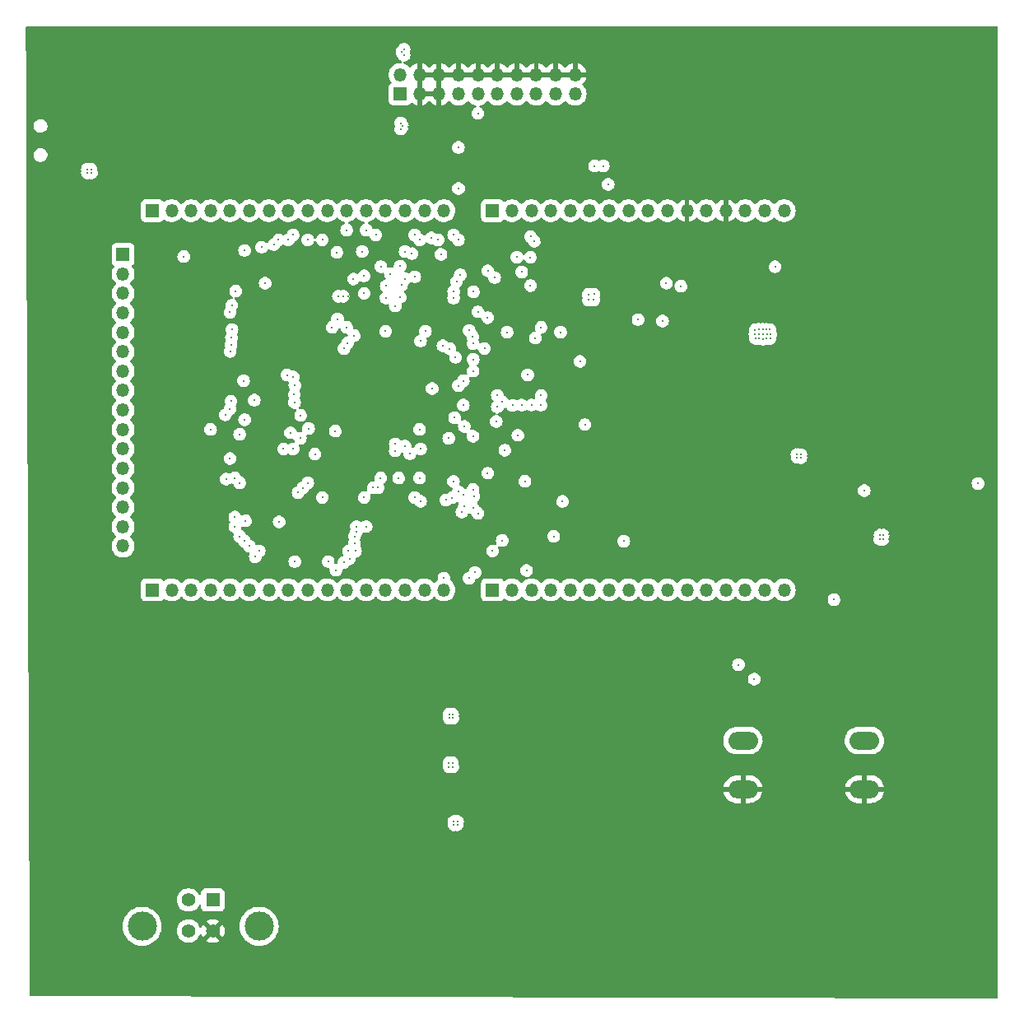
<source format=gbr>
%TF.GenerationSoftware,KiCad,Pcbnew,7.0.6*%
%TF.CreationDate,2023-08-18T22:01:19-04:00*%
%TF.ProjectId,mcu design,6d637520-6465-4736-9967-6e2e6b696361,rev?*%
%TF.SameCoordinates,Original*%
%TF.FileFunction,Copper,L2,Inr*%
%TF.FilePolarity,Positive*%
%FSLAX46Y46*%
G04 Gerber Fmt 4.6, Leading zero omitted, Abs format (unit mm)*
G04 Created by KiCad (PCBNEW 7.0.6) date 2023-08-18 22:01:19*
%MOMM*%
%LPD*%
G01*
G04 APERTURE LIST*
%TA.AperFunction,ComponentPad*%
%ADD10R,1.350000X1.350000*%
%TD*%
%TA.AperFunction,ComponentPad*%
%ADD11O,1.350000X1.350000*%
%TD*%
%TA.AperFunction,ComponentPad*%
%ADD12R,1.400000X1.400000*%
%TD*%
%TA.AperFunction,ComponentPad*%
%ADD13C,1.400000*%
%TD*%
%TA.AperFunction,ComponentPad*%
%ADD14C,3.000000*%
%TD*%
%TA.AperFunction,ComponentPad*%
%ADD15O,3.048000X1.850000*%
%TD*%
%TA.AperFunction,ViaPad*%
%ADD16C,0.300000*%
%TD*%
G04 APERTURE END LIST*
D10*
%TO.N,+3V3*%
%TO.C,J10*%
X65500000Y-27000000D03*
D11*
X65500000Y-25000000D03*
%TO.N,GND*%
X67500000Y-27000000D03*
X67500000Y-25000000D03*
X69500000Y-27000000D03*
X69500000Y-25000000D03*
%TO.N,SWDIO*%
X71500000Y-27000000D03*
%TO.N,GND*%
X71500000Y-25000000D03*
%TO.N,SWDCLK*%
X73500000Y-27000000D03*
%TO.N,GND*%
X73500000Y-25000000D03*
%TO.N,unconnected-(J10-Pin_11-Pad11)*%
X75500000Y-27000000D03*
%TO.N,GND*%
X75500000Y-25000000D03*
%TO.N,unconnected-(J10-Pin_13-Pad13)*%
X77500000Y-27000000D03*
%TO.N,GND*%
X77500000Y-25000000D03*
%TO.N,NRST*%
X79500000Y-27000000D03*
%TO.N,GND*%
X79500000Y-25000000D03*
%TO.N,unconnected-(J10-Pin_17-Pad17)*%
X81500000Y-27000000D03*
%TO.N,GND*%
X81500000Y-25000000D03*
%TO.N,unconnected-(J10-Pin_19-Pad19)*%
X83500000Y-27000000D03*
%TO.N,GND*%
X83500000Y-25000000D03*
%TD*%
D10*
%TO.N,PORTB{slash}PIN0*%
%TO.C,J16*%
X40000000Y-39000000D03*
D11*
%TO.N,PORTB{slash}PIN1*%
X42000000Y-39000000D03*
%TO.N,PORTB{slash}PIN2*%
X44000000Y-39000000D03*
%TO.N,PORTB{slash}PIN3*%
X46000000Y-39000000D03*
%TO.N,PORTB{slash}PIN4*%
X48000000Y-39000000D03*
%TO.N,PORTB{slash}PIN5*%
X50000000Y-39000000D03*
%TO.N,PORTB{slash}PIN6*%
X52000000Y-39000000D03*
%TO.N,PORTB{slash}PIN7*%
X54000000Y-39000000D03*
%TO.N,PORTB{slash}PIN8*%
X56000000Y-39000000D03*
%TO.N,PORTB{slash}PIN9*%
X58000000Y-39000000D03*
%TO.N,PORTB{slash}PIN10*%
X60000000Y-39000000D03*
%TO.N,PORTB{slash}PIN11*%
X62000000Y-39000000D03*
%TO.N,PORTB{slash}PIN12*%
X64000000Y-39000000D03*
%TO.N,PORTB{slash}PIN13*%
X66000000Y-39000000D03*
%TO.N,PORTB{slash}PIN14*%
X68000000Y-39000000D03*
%TO.N,PORTB{slash}PIN15*%
X70000000Y-39000000D03*
%TD*%
D10*
%TO.N,PORTE{slash}PIN0*%
%TO.C,J11*%
X37000000Y-43500000D03*
D11*
%TO.N,PORTE{slash}PIN1*%
X37000000Y-45500000D03*
%TO.N,PORTE{slash}PIN2*%
X37000000Y-47500000D03*
%TO.N,PORTE{slash}PIN3*%
X37000000Y-49500000D03*
%TO.N,PORTE{slash}PIN4*%
X37000000Y-51500000D03*
%TO.N,PORTE{slash}PIN5*%
X37000000Y-53500000D03*
%TO.N,PORTE{slash}PIN6*%
X37000000Y-55500000D03*
%TO.N,PORTE{slash}PIN7*%
X37000000Y-57500000D03*
%TO.N,PORTE{slash}PIN8*%
X37000000Y-59500000D03*
%TO.N,PORTE{slash}PIN9*%
X37000000Y-61500000D03*
%TO.N,PORTE{slash}PIN10*%
X37000000Y-63500000D03*
%TO.N,PORTE{slash}PIN11*%
X37000000Y-65500000D03*
%TO.N,PORTE{slash}PIN12*%
X37000000Y-67500000D03*
%TO.N,PORTE{slash}PIN13*%
X37000000Y-69500000D03*
%TO.N,PORTE{slash}PIN14*%
X37000000Y-71500000D03*
%TO.N,PORTE{slash}PIN15*%
X37000000Y-73500000D03*
%TD*%
D12*
%TO.N,+5V*%
%TO.C,J12*%
X46230000Y-109890000D03*
D13*
%TO.N,Net-(J12-D-)*%
X43730000Y-109890000D03*
%TO.N,Net-(J12-D+)*%
X43730000Y-113090000D03*
%TO.N,GND*%
X46230000Y-113090000D03*
D14*
%TO.N,unconnected-(J12-Shield-Pad5)*%
X38960000Y-112600000D03*
X51000000Y-112600000D03*
%TD*%
D15*
%TO.N,Net-(R7-Pad2)*%
%TO.C,SW4*%
X100760000Y-93500000D03*
X113260000Y-93500000D03*
%TO.N,GND*%
X100760000Y-98500000D03*
X113260000Y-98500000D03*
%TD*%
D10*
%TO.N,unconnected-(J2-Pin_1-Pad1)*%
%TO.C,J2*%
X75000000Y-39000000D03*
D11*
%TO.N,unconnected-(J2-Pin_2-Pad2)*%
X77000000Y-39000000D03*
%TO.N,3V3*%
X79000000Y-39000000D03*
%TO.N,unconnected-(J2-Pin_4-Pad4)*%
X81000000Y-39000000D03*
%TO.N,Net-(J2-Pin_5)*%
X83000000Y-39000000D03*
%TO.N,unconnected-(J2-Pin_6-Pad6)*%
X85000000Y-39000000D03*
%TO.N,unconnected-(J2-Pin_7-Pad7)*%
X87000000Y-39000000D03*
%TO.N,unconnected-(J2-Pin_8-Pad8)*%
X89000000Y-39000000D03*
%TO.N,unconnected-(J2-Pin_9-Pad9)*%
X91000000Y-39000000D03*
%TO.N,unconnected-(J2-Pin_10-Pad10)*%
X93000000Y-39000000D03*
%TO.N,GND*%
X95000000Y-39000000D03*
%TO.N,unconnected-(J2-Pin_12-Pad12)*%
X97000000Y-39000000D03*
%TO.N,GND*%
X99000000Y-39000000D03*
%TO.N,unconnected-(J2-Pin_14-Pad14)*%
X101000000Y-39000000D03*
%TO.N,unconnected-(J2-Pin_15-Pad15)*%
X103000000Y-39000000D03*
%TO.N,unconnected-(J2-Pin_16-Pad16)*%
X105000000Y-39000000D03*
%TD*%
D10*
%TO.N,PORTC{slash}PIN0*%
%TO.C,J13*%
X75000000Y-78000000D03*
D11*
%TO.N,PORTC{slash}PIN1*%
X77000000Y-78000000D03*
%TO.N,PORTC{slash}PIN2*%
X79000000Y-78000000D03*
%TO.N,PORTC{slash}PIN3*%
X81000000Y-78000000D03*
%TO.N,PORTC{slash}PIN4*%
X83000000Y-78000000D03*
%TO.N,PORTC{slash}PIN5*%
X85000000Y-78000000D03*
%TO.N,PORTC{slash}PIN6*%
X87000000Y-78000000D03*
%TO.N,PORTC{slash}PIN7*%
X89000000Y-78000000D03*
%TO.N,PORTC{slash}PIN8*%
X91000000Y-78000000D03*
%TO.N,PORTC{slash}PIN9*%
X93000000Y-78000000D03*
%TO.N,PORTC{slash}PIN10*%
X95000000Y-78000000D03*
%TO.N,PORTC{slash}PIN11*%
X97000000Y-78000000D03*
%TO.N,PORTC{slash}PIN12*%
X99000000Y-78000000D03*
%TO.N,PORTC{slash}PIN13*%
X101000000Y-78000000D03*
%TO.N,PORTC{slash}PIN14*%
X103000000Y-78000000D03*
%TO.N,PORTC{slash}PIN15*%
X105000000Y-78000000D03*
%TD*%
D10*
%TO.N,PORTA{slash}PIN0*%
%TO.C,J15*%
X40000000Y-78000000D03*
D11*
%TO.N,PORTA{slash}PIN1*%
X42000000Y-78000000D03*
%TO.N,PORTA{slash}PIN2*%
X44000000Y-78000000D03*
%TO.N,PORTA{slash}PIN3*%
X46000000Y-78000000D03*
%TO.N,PORTA{slash}PIN4*%
X48000000Y-78000000D03*
%TO.N,PORTA{slash}PIN5*%
X50000000Y-78000000D03*
%TO.N,PORTA{slash}PIN6*%
X52000000Y-78000000D03*
%TO.N,PORTA{slash}PIN7*%
X54000000Y-78000000D03*
%TO.N,PORTA{slash}PIN8*%
X56000000Y-78000000D03*
%TO.N,unconnected-(J15-Pin_10-Pad10)*%
X58000000Y-78000000D03*
%TO.N,unconnected-(J15-Pin_11-Pad11)*%
X60000000Y-78000000D03*
%TO.N,PORTA{slash}PIN11*%
X62000000Y-78000000D03*
%TO.N,PORTA{slash}PIN12*%
X64000000Y-78000000D03*
%TO.N,unconnected-(J15-Pin_14-Pad14)*%
X66000000Y-78000000D03*
%TO.N,unconnected-(J15-Pin_15-Pad15)*%
X68000000Y-78000000D03*
%TO.N,PORTA{slash}PIN15*%
X70000000Y-78000000D03*
%TD*%
D16*
%TO.N,GND*%
X116170000Y-72770000D03*
X60142000Y-47800000D03*
X99840000Y-97820000D03*
X75290000Y-101360000D03*
X74710000Y-100670000D03*
X75500000Y-23100000D03*
X110400000Y-65550000D03*
X45840000Y-113520000D03*
X46120000Y-104100000D03*
X99800000Y-98200000D03*
X62980000Y-72520000D03*
X60642000Y-47800000D03*
X112430000Y-99150000D03*
X117400000Y-99600000D03*
X75500000Y-50000000D03*
X103210000Y-48700000D03*
X110900000Y-63550000D03*
X103210000Y-48290000D03*
X102050000Y-49210000D03*
X103540000Y-48290000D03*
X46710000Y-113460000D03*
X87670000Y-41910000D03*
X101660000Y-97810000D03*
X83500000Y-23100000D03*
X114190000Y-99090000D03*
X56790000Y-62930000D03*
X30130000Y-29300000D03*
X85080000Y-42500000D03*
X29620000Y-29300000D03*
X67800000Y-67700000D03*
X112260000Y-98780000D03*
X66900000Y-22400000D03*
X117000000Y-99900000D03*
X115820000Y-69790000D03*
X100500000Y-48280000D03*
X114280000Y-98140000D03*
X106290000Y-63390000D03*
X74700000Y-101360000D03*
X106290000Y-63090000D03*
X90970000Y-45920000D03*
X116210000Y-69780000D03*
X106750000Y-63400000D03*
X107400000Y-66050000D03*
X117400000Y-99900000D03*
X101670000Y-99120000D03*
X87670000Y-42520000D03*
X116900000Y-99600000D03*
X114310000Y-98670000D03*
X69500000Y-29000000D03*
X67900000Y-67300000D03*
X41040000Y-102650000D03*
X99000000Y-42500000D03*
X87020000Y-47590000D03*
X30580000Y-29310000D03*
X69340000Y-72550000D03*
X66560000Y-30000000D03*
X70000000Y-65500000D03*
X86400000Y-47600000D03*
X101980000Y-48730000D03*
X101820000Y-98240000D03*
X87000000Y-48210000D03*
X90560000Y-46830000D03*
X73500000Y-23100000D03*
X76730000Y-70230000D03*
X70000000Y-66000000D03*
X112220000Y-98310000D03*
X101830000Y-98710000D03*
X114000000Y-97780000D03*
X109400000Y-65050000D03*
X75310000Y-100680000D03*
X30970000Y-29270000D03*
X110400000Y-65050000D03*
X46830000Y-113070000D03*
X103550000Y-49180000D03*
X50500000Y-97500000D03*
X80280000Y-41740000D03*
X85070000Y-41880000D03*
X102840000Y-48290000D03*
X45630000Y-113090000D03*
X62450000Y-72010000D03*
X69500000Y-23100000D03*
X81500000Y-23100000D03*
X70000000Y-65000000D03*
X106720000Y-63090000D03*
X102420000Y-49180000D03*
X40560000Y-102060000D03*
X66900000Y-23000000D03*
X102390000Y-48720000D03*
X115800000Y-72320000D03*
X75030000Y-67810000D03*
X79940000Y-42080000D03*
X71500000Y-23100000D03*
X66560000Y-30600000D03*
X99740000Y-98650000D03*
X110400000Y-66050000D03*
X62500000Y-68500000D03*
X115830000Y-69340000D03*
X88380000Y-42490000D03*
X88390000Y-41940000D03*
X102810000Y-48710000D03*
X66360000Y-30330000D03*
X77500000Y-23100000D03*
X99870000Y-99110000D03*
X74670000Y-67360000D03*
X102050000Y-48290000D03*
X30550000Y-29850000D03*
X30990000Y-29820000D03*
X116190000Y-72350000D03*
X46200000Y-112500000D03*
X102810000Y-49180000D03*
X115800000Y-72800000D03*
X100510000Y-47900000D03*
X102400000Y-48280000D03*
X86450000Y-48220000D03*
X100190000Y-48270000D03*
X76670000Y-69550000D03*
X67180000Y-22730000D03*
X46220000Y-113670000D03*
X95500000Y-42500000D03*
X46620000Y-104680000D03*
X76090000Y-69590000D03*
X84520000Y-41880000D03*
X90740000Y-46380000D03*
X112290000Y-97900000D03*
X109400000Y-66050000D03*
X100190000Y-47890000D03*
X103590000Y-48710000D03*
X76260000Y-64650000D03*
X29570000Y-29840000D03*
X45790000Y-112700000D03*
X90950000Y-46810000D03*
X84510000Y-42500000D03*
X103230000Y-49180000D03*
X63500000Y-68500000D03*
X30140000Y-29830000D03*
X76500000Y-52500000D03*
X116200000Y-69320000D03*
X90570000Y-46020000D03*
X46660000Y-112670000D03*
X79500000Y-23100000D03*
X76050000Y-70180000D03*
X69640000Y-72370000D03*
X109400000Y-65550000D03*
%TO.N,Net-(U3-SW)*%
X92480000Y-50350000D03*
X92880000Y-46460000D03*
%TO.N,RESETSW*%
X104060000Y-44780000D03*
X89980000Y-50200000D03*
X124940000Y-67060000D03*
X113240000Y-67790000D03*
%TO.N,+3V3*%
X65560000Y-30600000D03*
X102830000Y-51690000D03*
X114830000Y-72790000D03*
X33320000Y-34740000D03*
X102420000Y-52170000D03*
X115180000Y-72380000D03*
X33320000Y-35100000D03*
X71020000Y-101830000D03*
X76270000Y-63630000D03*
X102410000Y-51210000D03*
X76500000Y-51500000D03*
X102050000Y-52140000D03*
X63520000Y-44750000D03*
X56730000Y-64040000D03*
X65560000Y-30000000D03*
X103520000Y-51220000D03*
X65740000Y-30310000D03*
X70210000Y-68760000D03*
X74500000Y-50000000D03*
X70520000Y-95780000D03*
X106310000Y-64070000D03*
X103190000Y-52170000D03*
X64070000Y-46750000D03*
X103150000Y-51210000D03*
X65900000Y-23000000D03*
X71030000Y-102160000D03*
X71380000Y-102160000D03*
X103610000Y-51680000D03*
X102800000Y-52200000D03*
X102790000Y-51190000D03*
X70910000Y-96200000D03*
X103550000Y-52160000D03*
X115160000Y-72780000D03*
X106340000Y-64380000D03*
X70530000Y-91200000D03*
X63220000Y-67490000D03*
X33770000Y-35100000D03*
X59642000Y-47800000D03*
X114870000Y-72370000D03*
X70890000Y-90800000D03*
X70910000Y-91200000D03*
X70830000Y-68530000D03*
X65900000Y-22400000D03*
X106710000Y-64090000D03*
X59142000Y-47800000D03*
X102400000Y-51690000D03*
X65680000Y-22680000D03*
X70550000Y-90790000D03*
X33710000Y-34740000D03*
X70520000Y-96200000D03*
X62730000Y-67490000D03*
X71400000Y-101820000D03*
X70870000Y-95780000D03*
X106720000Y-64410000D03*
X103230000Y-51720000D03*
X102000000Y-51670000D03*
X102020000Y-51260000D03*
%TO.N,Net-(U1-PA9)*%
X64040000Y-47980000D03*
X65650000Y-46650000D03*
%TO.N,Net-(D2-K)*%
X101920000Y-87180000D03*
X110130000Y-79010000D03*
%TO.N,Net-(U1-PA10)*%
X66000000Y-46000000D03*
X64500000Y-45500000D03*
%TO.N,PORTE{slash}PIN3*%
X53505519Y-63500882D03*
X48200000Y-51220000D03*
%TO.N,PORTE{slash}PIN1*%
X48180000Y-48730000D03*
X55230000Y-62403000D03*
%TO.N,PORTB{slash}PIN8*%
X56080000Y-61403500D03*
X56000000Y-42000000D03*
%TO.N,Net-(SW2-B)*%
X49498247Y-43088246D03*
X51610000Y-46450000D03*
X43240000Y-43720000D03*
X53850000Y-55900000D03*
%TO.N,PORTB{slash}PIN4*%
X52500000Y-42500000D03*
X54668906Y-56961094D03*
%TO.N,PORTB{slash}PIN3*%
X54500000Y-56100000D03*
X51249646Y-42749648D03*
%TO.N,PORTA{slash}PIN15*%
X54664835Y-75095250D03*
X70000000Y-76800000D03*
%TO.N,SWDCLK*%
X63000000Y-41500000D03*
X59055743Y-50142294D03*
X59000000Y-43292893D03*
X73500000Y-29000000D03*
%TO.N,SWDIO*%
X68700000Y-41800000D03*
X71500929Y-36719685D03*
X66000000Y-43200000D03*
X71000000Y-41500000D03*
X60699500Y-46025446D03*
X71500000Y-32500000D03*
%TO.N,PORTE{slash}PIN4*%
X56000000Y-67000000D03*
X48140000Y-52070000D03*
%TO.N,PORTE{slash}PIN2*%
X54500000Y-63500000D03*
X48000000Y-49460000D03*
%TO.N,PORTB{slash}PIN9*%
X57500000Y-42000000D03*
X58825000Y-61675000D03*
%TO.N,PORTB{slash}PIN7*%
X54500000Y-41500000D03*
X55270000Y-60060000D03*
%TO.N,PORTB{slash}PIN6*%
X54000000Y-42000000D03*
X54650000Y-58730000D03*
%TO.N,PORTC{slash}PIN12*%
X67000000Y-45800000D03*
X78000000Y-45299500D03*
X69700000Y-43500000D03*
X64000000Y-51400000D03*
X61800000Y-45700000D03*
X71500000Y-42000000D03*
X77514109Y-43786391D03*
X61600000Y-43200000D03*
X65500000Y-44700000D03*
X61800000Y-47500000D03*
%TO.N,PORTC{slash}PIN10*%
X60100000Y-52600000D03*
X73010287Y-54300000D03*
X79399500Y-52105225D03*
X69900000Y-52900000D03*
%TO.N,PORTC{slash}PIN13*%
X67000000Y-68500000D03*
X76000000Y-72922282D03*
X88500000Y-73000000D03*
X63500000Y-66500000D03*
X78500000Y-76000000D03*
X71853351Y-70000500D03*
%TO.N,PORTE{slash}PIN5*%
X55500000Y-67500000D03*
X48110000Y-52780000D03*
%TO.N,PORTE{slash}PIN0*%
X48580000Y-47280000D03*
X54230000Y-61850000D03*
%TO.N,PORTB{slash}PIN5*%
X53000000Y-42000000D03*
X54610000Y-57900000D03*
%TO.N,PORTC{slash}PIN11*%
X70600000Y-53200000D03*
X75213859Y-45886141D03*
X72600000Y-51300000D03*
X59726041Y-53175000D03*
%TO.N,PORTC{slash}PIN14*%
X68793247Y-57293247D03*
X78614380Y-55885620D03*
X84500000Y-61000000D03*
X80000000Y-58000000D03*
%TO.N,PORTE{slash}PIN6*%
X48010000Y-53490000D03*
X55000000Y-68000000D03*
%TO.N,PORTC{slash}PIN9*%
X65000000Y-48800000D03*
X65514213Y-47900000D03*
%TO.N,PORTC{slash}PIN15*%
X71500000Y-57000000D03*
X84000000Y-54500000D03*
X82000000Y-51500000D03*
X80000000Y-51000000D03*
%TO.N,PORTC{slash}PIN0*%
X67500000Y-66500000D03*
X75000987Y-74001690D03*
%TO.N,NRST*%
X73046800Y-47346800D03*
X67605512Y-63500889D03*
X78900000Y-43800000D03*
X78900000Y-46700000D03*
X72965700Y-51934300D03*
X74513859Y-45186141D03*
X71200000Y-54100000D03*
X73500000Y-49400000D03*
%TO.N,PORTC{slash}PIN1*%
X58900000Y-75975500D03*
X72600000Y-76800000D03*
X65348500Y-66500000D03*
X66000000Y-63200500D03*
%TO.N,PORTC{slash}PIN2*%
X72100000Y-61200500D03*
X75386141Y-60675500D03*
%TO.N,PORTC{slash}PIN3*%
X67600000Y-68899500D03*
X58100000Y-75095250D03*
X62000000Y-71500000D03*
X59700000Y-75200000D03*
X61800000Y-68500000D03*
X73200000Y-76200000D03*
%TO.N,PORTA{slash}PIN2*%
X60802823Y-72500000D03*
X49000000Y-72500000D03*
X73500000Y-70140000D03*
X73080000Y-68379179D03*
%TO.N,PORTA{slash}PIN5*%
X60181505Y-74000000D03*
X51000000Y-74000000D03*
%TO.N,PORTB{slash}PIN15*%
X69400000Y-41999500D03*
X70999099Y-48000901D03*
%TO.N,PORTB{slash}PIN14*%
X70999099Y-47294501D03*
X66716068Y-43422468D03*
%TO.N,PORTB{slash}PIN13*%
X71293600Y-46293600D03*
X67000000Y-41500500D03*
%TO.N,PORTA{slash}PIN0*%
X72108907Y-69401093D03*
X71500000Y-67880000D03*
X48500000Y-70500000D03*
X61000000Y-71500000D03*
%TO.N,PORTA{slash}PIN3*%
X60797858Y-73202142D03*
X49500000Y-73000000D03*
%TO.N,PORTA{slash}PIN6*%
X82200000Y-68907106D03*
X60285427Y-74810323D03*
X78335566Y-66835566D03*
X81294501Y-72499099D03*
X50595750Y-74595750D03*
X77603200Y-62103200D03*
%TO.N,PORTB{slash}PIN2*%
X85500000Y-34400000D03*
X75500000Y-58000000D03*
%TO.N,PORTE{slash}PIN8*%
X65000000Y-62999500D03*
X72000000Y-59000000D03*
X48000000Y-59400000D03*
X70499141Y-62407819D03*
%TO.N,PORTE{slash}PIN10*%
X49399500Y-56500000D03*
X68103450Y-51397050D03*
X59998337Y-51000957D03*
X49500000Y-60500000D03*
%TO.N,PORTE{slash}PIN12*%
X77066381Y-59022127D03*
X48000000Y-64500000D03*
%TO.N,PORTB{slash}PIN10*%
X74175000Y-53175000D03*
X60000000Y-41000000D03*
%TO.N,PORTB{slash}PIN11*%
X62000000Y-41000000D03*
X73000000Y-52675000D03*
%TO.N,PORTB{slash}PIN12*%
X71690400Y-45600000D03*
X67500000Y-42000000D03*
%TO.N,+3.3VA*%
X70990000Y-66850000D03*
X72999500Y-67683246D03*
%TO.N,PORTA{slash}PIN1*%
X72040000Y-68250000D03*
X61000000Y-72000000D03*
X48500000Y-71500000D03*
X73000000Y-69585786D03*
%TO.N,PORTA{slash}PIN4*%
X73000000Y-62200000D03*
X60902534Y-74013924D03*
X50000000Y-73500000D03*
X74500000Y-66000000D03*
%TO.N,PORTA{slash}PIN7*%
X57500000Y-68500000D03*
X71100000Y-60300000D03*
X49603200Y-70896800D03*
X66500000Y-64000000D03*
X65000000Y-63700000D03*
X53051866Y-71000904D03*
%TO.N,PORTB{slash}PIN0*%
X86900000Y-36300000D03*
X75500000Y-59174500D03*
%TO.N,PORTB{slash}PIN1*%
X76000000Y-58675000D03*
X86400500Y-34400000D03*
%TO.N,PORTE{slash}PIN7*%
X48100000Y-58600000D03*
X67500000Y-61500000D03*
%TO.N,PORTE{slash}PIN9*%
X72000000Y-56500000D03*
X47500000Y-60000000D03*
X46000000Y-61500000D03*
%TO.N,PORTE{slash}PIN11*%
X49000000Y-62000000D03*
X67600000Y-52400000D03*
X50500500Y-58494775D03*
X73000000Y-55500000D03*
X58500000Y-51000000D03*
X60767085Y-51853579D03*
%TO.N,PORTE{slash}PIN13*%
X78000000Y-59000000D03*
X47603200Y-66603200D03*
%TO.N,PORTE{slash}PIN14*%
X48500000Y-66500000D03*
X79000000Y-59000000D03*
%TO.N,PORTE{slash}PIN15*%
X49000000Y-67000000D03*
X80000000Y-59000000D03*
%TO.N,Net-(Q1-S)*%
X94380000Y-46770000D03*
X100290000Y-85710000D03*
%TO.N,3V3*%
X84860000Y-48190000D03*
X85440000Y-47580000D03*
X84860000Y-47620000D03*
X85420000Y-48190000D03*
X79300000Y-42130000D03*
X78920000Y-41670000D03*
%TD*%
%TA.AperFunction,Conductor*%
%TO.N,GND*%
G36*
X69172359Y-26761955D02*
G01*
X69114835Y-26874852D01*
X69095014Y-27000000D01*
X69114835Y-27125148D01*
X69172359Y-27238045D01*
X69184314Y-27250000D01*
X67815686Y-27250000D01*
X67827641Y-27238045D01*
X67885165Y-27125148D01*
X67904986Y-27000000D01*
X67885165Y-26874852D01*
X67827641Y-26761955D01*
X67815686Y-26750000D01*
X69184314Y-26750000D01*
X69172359Y-26761955D01*
G37*
%TD.AperFunction*%
%TA.AperFunction,Conductor*%
G36*
X67750000Y-26684313D02*
G01*
X67738045Y-26672359D01*
X67625148Y-26614835D01*
X67531481Y-26600000D01*
X67468519Y-26600000D01*
X67374852Y-26614835D01*
X67261955Y-26672359D01*
X67250000Y-26684314D01*
X67250000Y-25315686D01*
X67261955Y-25327641D01*
X67374852Y-25385165D01*
X67468519Y-25400000D01*
X67531481Y-25400000D01*
X67625148Y-25385165D01*
X67738045Y-25327641D01*
X67750000Y-25315686D01*
X67750000Y-26684313D01*
G37*
%TD.AperFunction*%
%TA.AperFunction,Conductor*%
G36*
X69750000Y-26684313D02*
G01*
X69738045Y-26672359D01*
X69625148Y-26614835D01*
X69531481Y-26600000D01*
X69468519Y-26600000D01*
X69374852Y-26614835D01*
X69261955Y-26672359D01*
X69250000Y-26684313D01*
X69250000Y-25315686D01*
X69261955Y-25327641D01*
X69374852Y-25385165D01*
X69468519Y-25400000D01*
X69531481Y-25400000D01*
X69625148Y-25385165D01*
X69738045Y-25327641D01*
X69750000Y-25315686D01*
X69750000Y-26684313D01*
G37*
%TD.AperFunction*%
%TA.AperFunction,Conductor*%
G36*
X69172359Y-24761955D02*
G01*
X69114835Y-24874852D01*
X69095014Y-25000000D01*
X69114835Y-25125148D01*
X69172359Y-25238045D01*
X69184314Y-25250000D01*
X67815686Y-25250000D01*
X67827641Y-25238045D01*
X67885165Y-25125148D01*
X67904986Y-25000000D01*
X67885165Y-24874852D01*
X67827641Y-24761955D01*
X67815686Y-24750000D01*
X69184314Y-24750000D01*
X69172359Y-24761955D01*
G37*
%TD.AperFunction*%
%TA.AperFunction,Conductor*%
G36*
X71172359Y-24761955D02*
G01*
X71114835Y-24874852D01*
X71095014Y-25000000D01*
X71114835Y-25125148D01*
X71172359Y-25238045D01*
X71184314Y-25250000D01*
X69815686Y-25250000D01*
X69827641Y-25238045D01*
X69885165Y-25125148D01*
X69904986Y-25000000D01*
X69885165Y-24874852D01*
X69827641Y-24761955D01*
X69815686Y-24750000D01*
X71184314Y-24750000D01*
X71172359Y-24761955D01*
G37*
%TD.AperFunction*%
%TA.AperFunction,Conductor*%
G36*
X73172359Y-24761955D02*
G01*
X73114835Y-24874852D01*
X73095014Y-25000000D01*
X73114835Y-25125148D01*
X73172359Y-25238045D01*
X73184314Y-25250000D01*
X71815686Y-25250000D01*
X71827641Y-25238045D01*
X71885165Y-25125148D01*
X71904986Y-25000000D01*
X71885165Y-24874852D01*
X71827641Y-24761955D01*
X71815686Y-24750000D01*
X73184314Y-24750000D01*
X73172359Y-24761955D01*
G37*
%TD.AperFunction*%
%TA.AperFunction,Conductor*%
G36*
X75172359Y-24761955D02*
G01*
X75114835Y-24874852D01*
X75095014Y-25000000D01*
X75114835Y-25125148D01*
X75172359Y-25238045D01*
X75184314Y-25250000D01*
X73815686Y-25250000D01*
X73827641Y-25238045D01*
X73885165Y-25125148D01*
X73904986Y-25000000D01*
X73885165Y-24874852D01*
X73827641Y-24761955D01*
X73815686Y-24750000D01*
X75184314Y-24750000D01*
X75172359Y-24761955D01*
G37*
%TD.AperFunction*%
%TA.AperFunction,Conductor*%
G36*
X77172359Y-24761955D02*
G01*
X77114835Y-24874852D01*
X77095014Y-25000000D01*
X77114835Y-25125148D01*
X77172359Y-25238045D01*
X77184314Y-25250000D01*
X75815686Y-25250000D01*
X75827641Y-25238045D01*
X75885165Y-25125148D01*
X75904986Y-25000000D01*
X75885165Y-24874852D01*
X75827641Y-24761955D01*
X75815686Y-24750000D01*
X77184314Y-24750000D01*
X77172359Y-24761955D01*
G37*
%TD.AperFunction*%
%TA.AperFunction,Conductor*%
G36*
X79172359Y-24761955D02*
G01*
X79114835Y-24874852D01*
X79095014Y-25000000D01*
X79114835Y-25125148D01*
X79172359Y-25238045D01*
X79184314Y-25250000D01*
X77815686Y-25250000D01*
X77827641Y-25238045D01*
X77885165Y-25125148D01*
X77904986Y-25000000D01*
X77885165Y-24874852D01*
X77827641Y-24761955D01*
X77815686Y-24750000D01*
X79184314Y-24750000D01*
X79172359Y-24761955D01*
G37*
%TD.AperFunction*%
%TA.AperFunction,Conductor*%
G36*
X81172359Y-24761955D02*
G01*
X81114835Y-24874852D01*
X81095014Y-25000000D01*
X81114835Y-25125148D01*
X81172359Y-25238045D01*
X81184314Y-25250000D01*
X79815686Y-25250000D01*
X79827641Y-25238045D01*
X79885165Y-25125148D01*
X79904986Y-25000000D01*
X79885165Y-24874852D01*
X79827641Y-24761955D01*
X79815686Y-24750000D01*
X81184314Y-24750000D01*
X81172359Y-24761955D01*
G37*
%TD.AperFunction*%
%TA.AperFunction,Conductor*%
G36*
X83172359Y-24761955D02*
G01*
X83114835Y-24874852D01*
X83095014Y-25000000D01*
X83114835Y-25125148D01*
X83172359Y-25238045D01*
X83184314Y-25250000D01*
X81815686Y-25250000D01*
X81827641Y-25238045D01*
X81885165Y-25125148D01*
X81904986Y-25000000D01*
X81885165Y-24874852D01*
X81827641Y-24761955D01*
X81815686Y-24750000D01*
X83184314Y-24750000D01*
X83172359Y-24761955D01*
G37*
%TD.AperFunction*%
%TA.AperFunction,Conductor*%
G36*
X126943039Y-20019685D02*
G01*
X126988794Y-20072489D01*
X127000000Y-20124000D01*
X127000000Y-119875750D01*
X126980315Y-119942789D01*
X126927511Y-119988544D01*
X126875751Y-119999750D01*
X27523255Y-119800247D01*
X27456255Y-119780428D01*
X27410606Y-119727532D01*
X27399506Y-119676748D01*
X27371142Y-112600001D01*
X36954390Y-112600001D01*
X36974804Y-112885433D01*
X37035628Y-113165037D01*
X37035630Y-113165043D01*
X37035631Y-113165046D01*
X37131643Y-113422463D01*
X37135635Y-113433166D01*
X37272770Y-113684309D01*
X37272775Y-113684317D01*
X37444254Y-113913387D01*
X37444270Y-113913405D01*
X37646594Y-114115729D01*
X37646612Y-114115745D01*
X37875682Y-114287224D01*
X37875690Y-114287229D01*
X38126833Y-114424364D01*
X38126832Y-114424364D01*
X38126836Y-114424365D01*
X38126839Y-114424367D01*
X38394954Y-114524369D01*
X38394960Y-114524370D01*
X38394962Y-114524371D01*
X38674566Y-114585195D01*
X38674568Y-114585195D01*
X38674572Y-114585196D01*
X38928220Y-114603337D01*
X38959999Y-114605610D01*
X38960000Y-114605610D01*
X38960001Y-114605610D01*
X38988595Y-114603564D01*
X39245428Y-114585196D01*
X39525046Y-114524369D01*
X39793161Y-114424367D01*
X40044315Y-114287226D01*
X40273395Y-114115739D01*
X40475739Y-113913395D01*
X40647226Y-113684315D01*
X40784367Y-113433161D01*
X40884369Y-113165046D01*
X40900694Y-113090000D01*
X42524357Y-113090000D01*
X42544884Y-113311535D01*
X42544885Y-113311537D01*
X42605769Y-113525523D01*
X42605775Y-113525538D01*
X42704938Y-113724683D01*
X42704943Y-113724691D01*
X42839020Y-113902238D01*
X43003437Y-114052123D01*
X43003439Y-114052125D01*
X43192595Y-114169245D01*
X43192596Y-114169245D01*
X43192599Y-114169247D01*
X43400060Y-114249618D01*
X43618757Y-114290500D01*
X43618759Y-114290500D01*
X43841241Y-114290500D01*
X43841243Y-114290500D01*
X44059940Y-114249618D01*
X44267401Y-114169247D01*
X44456562Y-114052124D01*
X44620981Y-113902236D01*
X44755058Y-113724689D01*
X44854229Y-113525528D01*
X44860994Y-113501750D01*
X44898271Y-113442661D01*
X44961580Y-113413102D01*
X45030820Y-113422463D01*
X45084007Y-113467772D01*
X45099525Y-113501753D01*
X45106236Y-113525342D01*
X45106239Y-113525348D01*
X45205369Y-113724428D01*
X45221137Y-113745308D01*
X45221138Y-113745308D01*
X45776220Y-113190226D01*
X45776467Y-113193516D01*
X45827128Y-113322598D01*
X45913586Y-113431013D01*
X46028159Y-113509127D01*
X46132301Y-113541250D01*
X45576672Y-114096879D01*
X45576672Y-114096880D01*
X45692821Y-114168797D01*
X45692822Y-114168798D01*
X45900195Y-114249134D01*
X46118807Y-114290000D01*
X46341193Y-114290000D01*
X46559809Y-114249133D01*
X46767168Y-114168801D01*
X46767181Y-114168795D01*
X46883326Y-114096879D01*
X46327020Y-113540572D01*
X46367119Y-113534529D01*
X46492054Y-113474363D01*
X46593705Y-113380045D01*
X46663039Y-113259955D01*
X46679850Y-113186297D01*
X47238861Y-113745308D01*
X47254631Y-113724425D01*
X47254633Y-113724422D01*
X47353759Y-113525350D01*
X47414621Y-113311439D01*
X47435141Y-113090000D01*
X47435141Y-113089999D01*
X47414621Y-112868560D01*
X47353759Y-112654649D01*
X47326548Y-112600001D01*
X48994390Y-112600001D01*
X49014804Y-112885433D01*
X49075628Y-113165037D01*
X49075630Y-113165043D01*
X49075631Y-113165046D01*
X49171643Y-113422463D01*
X49175635Y-113433166D01*
X49312770Y-113684309D01*
X49312775Y-113684317D01*
X49484254Y-113913387D01*
X49484270Y-113913405D01*
X49686594Y-114115729D01*
X49686612Y-114115745D01*
X49915682Y-114287224D01*
X49915690Y-114287229D01*
X50166833Y-114424364D01*
X50166832Y-114424364D01*
X50166836Y-114424365D01*
X50166839Y-114424367D01*
X50434954Y-114524369D01*
X50434960Y-114524370D01*
X50434962Y-114524371D01*
X50714566Y-114585195D01*
X50714568Y-114585195D01*
X50714572Y-114585196D01*
X50968220Y-114603337D01*
X50999999Y-114605610D01*
X51000000Y-114605610D01*
X51000001Y-114605610D01*
X51028595Y-114603564D01*
X51285428Y-114585196D01*
X51565046Y-114524369D01*
X51833161Y-114424367D01*
X52084315Y-114287226D01*
X52313395Y-114115739D01*
X52515739Y-113913395D01*
X52687226Y-113684315D01*
X52824367Y-113433161D01*
X52924369Y-113165046D01*
X52985196Y-112885428D01*
X53005610Y-112600000D01*
X52985196Y-112314572D01*
X52977188Y-112277761D01*
X52924371Y-112034962D01*
X52924370Y-112034960D01*
X52924369Y-112034954D01*
X52824367Y-111766839D01*
X52687226Y-111515685D01*
X52687224Y-111515682D01*
X52515745Y-111286612D01*
X52515729Y-111286594D01*
X52313405Y-111084270D01*
X52313387Y-111084254D01*
X52084317Y-110912775D01*
X52084309Y-110912770D01*
X51833166Y-110775635D01*
X51833167Y-110775635D01*
X51725915Y-110735632D01*
X51565046Y-110675631D01*
X51565043Y-110675630D01*
X51565037Y-110675628D01*
X51285433Y-110614804D01*
X51000001Y-110594390D01*
X50999999Y-110594390D01*
X50714566Y-110614804D01*
X50434962Y-110675628D01*
X50166833Y-110775635D01*
X49915690Y-110912770D01*
X49915682Y-110912775D01*
X49686612Y-111084254D01*
X49686594Y-111084270D01*
X49484270Y-111286594D01*
X49484254Y-111286612D01*
X49312775Y-111515682D01*
X49312770Y-111515690D01*
X49175635Y-111766833D01*
X49075628Y-112034962D01*
X49014804Y-112314566D01*
X48994390Y-112599998D01*
X48994390Y-112600001D01*
X47326548Y-112600001D01*
X47254635Y-112455580D01*
X47254630Y-112455572D01*
X47238860Y-112434690D01*
X46683779Y-112989772D01*
X46683533Y-112986484D01*
X46632872Y-112857402D01*
X46546414Y-112748987D01*
X46431841Y-112670873D01*
X46327698Y-112638749D01*
X46883327Y-112083119D01*
X46767178Y-112011202D01*
X46767177Y-112011201D01*
X46559804Y-111930865D01*
X46341193Y-111890000D01*
X46118807Y-111890000D01*
X45900195Y-111930865D01*
X45692824Y-112011200D01*
X45692823Y-112011201D01*
X45576671Y-112083119D01*
X46132979Y-112639427D01*
X46092881Y-112645471D01*
X45967946Y-112705637D01*
X45866295Y-112799955D01*
X45796961Y-112920045D01*
X45780149Y-112993701D01*
X45221137Y-112434691D01*
X45205368Y-112455574D01*
X45106239Y-112654651D01*
X45106238Y-112654652D01*
X45099525Y-112678248D01*
X45062245Y-112737340D01*
X44998935Y-112766898D01*
X44929696Y-112757535D01*
X44876510Y-112712224D01*
X44860995Y-112678253D01*
X44854229Y-112654472D01*
X44849747Y-112645471D01*
X44755061Y-112455316D01*
X44755056Y-112455308D01*
X44620979Y-112277761D01*
X44456562Y-112127876D01*
X44456560Y-112127874D01*
X44267404Y-112010754D01*
X44267398Y-112010752D01*
X44059940Y-111930382D01*
X43841243Y-111889500D01*
X43618757Y-111889500D01*
X43400060Y-111930382D01*
X43268864Y-111981207D01*
X43192601Y-112010752D01*
X43192595Y-112010754D01*
X43003439Y-112127874D01*
X43003437Y-112127876D01*
X42839020Y-112277761D01*
X42704943Y-112455308D01*
X42704938Y-112455316D01*
X42605775Y-112654461D01*
X42605769Y-112654476D01*
X42544885Y-112868462D01*
X42544884Y-112868464D01*
X42524357Y-113089999D01*
X42524357Y-113090000D01*
X40900694Y-113090000D01*
X40945196Y-112885428D01*
X40965610Y-112600000D01*
X40945196Y-112314572D01*
X40937188Y-112277761D01*
X40884371Y-112034962D01*
X40884370Y-112034960D01*
X40884369Y-112034954D01*
X40784367Y-111766839D01*
X40647226Y-111515685D01*
X40647224Y-111515682D01*
X40475745Y-111286612D01*
X40475729Y-111286594D01*
X40273405Y-111084270D01*
X40273387Y-111084254D01*
X40044317Y-110912775D01*
X40044309Y-110912770D01*
X39793166Y-110775635D01*
X39793167Y-110775635D01*
X39685914Y-110735632D01*
X39525046Y-110675631D01*
X39525043Y-110675630D01*
X39525037Y-110675628D01*
X39245433Y-110614804D01*
X38960001Y-110594390D01*
X38959999Y-110594390D01*
X38674566Y-110614804D01*
X38394962Y-110675628D01*
X38126833Y-110775635D01*
X37875690Y-110912770D01*
X37875682Y-110912775D01*
X37646612Y-111084254D01*
X37646594Y-111084270D01*
X37444270Y-111286594D01*
X37444254Y-111286612D01*
X37272775Y-111515682D01*
X37272770Y-111515690D01*
X37135635Y-111766833D01*
X37035628Y-112034962D01*
X36974804Y-112314566D01*
X36954390Y-112599998D01*
X36954390Y-112600001D01*
X27371142Y-112600001D01*
X27360280Y-109890000D01*
X42524357Y-109890000D01*
X42544884Y-110111535D01*
X42544885Y-110111537D01*
X42605769Y-110325523D01*
X42605775Y-110325538D01*
X42704938Y-110524683D01*
X42704943Y-110524691D01*
X42839020Y-110702238D01*
X43003437Y-110852123D01*
X43003439Y-110852125D01*
X43192595Y-110969245D01*
X43192596Y-110969245D01*
X43192599Y-110969247D01*
X43400060Y-111049618D01*
X43618757Y-111090500D01*
X43618759Y-111090500D01*
X43841241Y-111090500D01*
X43841243Y-111090500D01*
X44059940Y-111049618D01*
X44267401Y-110969247D01*
X44456562Y-110852124D01*
X44620981Y-110702236D01*
X44755058Y-110524689D01*
X44794501Y-110445476D01*
X44842002Y-110394242D01*
X44909665Y-110376820D01*
X44976005Y-110398745D01*
X45019961Y-110453056D01*
X45029500Y-110500749D01*
X45029500Y-110637869D01*
X45029501Y-110637876D01*
X45035908Y-110697483D01*
X45086202Y-110832328D01*
X45086206Y-110832335D01*
X45172452Y-110947544D01*
X45172455Y-110947547D01*
X45287664Y-111033793D01*
X45287671Y-111033797D01*
X45422517Y-111084091D01*
X45422516Y-111084091D01*
X45429444Y-111084835D01*
X45482127Y-111090500D01*
X46977872Y-111090499D01*
X47037483Y-111084091D01*
X47172331Y-111033796D01*
X47287546Y-110947546D01*
X47373796Y-110832331D01*
X47424091Y-110697483D01*
X47430500Y-110637873D01*
X47430499Y-109142128D01*
X47424091Y-109082517D01*
X47422318Y-109077764D01*
X47373797Y-108947671D01*
X47373793Y-108947664D01*
X47287547Y-108832455D01*
X47287544Y-108832452D01*
X47172335Y-108746206D01*
X47172328Y-108746202D01*
X47037482Y-108695908D01*
X47037483Y-108695908D01*
X46977883Y-108689501D01*
X46977881Y-108689500D01*
X46977873Y-108689500D01*
X46977864Y-108689500D01*
X45482129Y-108689500D01*
X45482123Y-108689501D01*
X45422516Y-108695908D01*
X45287671Y-108746202D01*
X45287664Y-108746206D01*
X45172455Y-108832452D01*
X45172452Y-108832455D01*
X45086206Y-108947664D01*
X45086202Y-108947671D01*
X45035908Y-109082517D01*
X45029501Y-109142116D01*
X45029501Y-109142123D01*
X45029500Y-109142135D01*
X45029500Y-109279247D01*
X45009815Y-109346286D01*
X44957011Y-109392041D01*
X44887853Y-109401985D01*
X44824297Y-109372960D01*
X44794500Y-109334519D01*
X44755061Y-109255316D01*
X44755056Y-109255308D01*
X44620979Y-109077761D01*
X44456562Y-108927876D01*
X44456560Y-108927874D01*
X44267404Y-108810754D01*
X44267398Y-108810752D01*
X44059940Y-108730382D01*
X43841243Y-108689500D01*
X43618757Y-108689500D01*
X43400060Y-108730382D01*
X43359219Y-108746204D01*
X43192601Y-108810752D01*
X43192595Y-108810754D01*
X43003439Y-108927874D01*
X43003437Y-108927876D01*
X42839020Y-109077761D01*
X42704943Y-109255308D01*
X42704938Y-109255316D01*
X42605775Y-109454461D01*
X42605769Y-109454476D01*
X42544885Y-109668462D01*
X42544884Y-109668464D01*
X42524357Y-109889999D01*
X42524357Y-109890000D01*
X27360280Y-109890000D01*
X27327975Y-101830000D01*
X70364722Y-101830000D01*
X70383763Y-101986819D01*
X70385557Y-101994097D01*
X70383516Y-101994599D01*
X70389158Y-102041096D01*
X70374722Y-102159999D01*
X70374722Y-102160000D01*
X70393762Y-102316818D01*
X70449780Y-102464522D01*
X70449780Y-102464523D01*
X70539517Y-102594530D01*
X70657760Y-102699283D01*
X70657762Y-102699284D01*
X70797634Y-102772696D01*
X70951014Y-102810500D01*
X70951015Y-102810500D01*
X71108987Y-102810500D01*
X71108987Y-102810499D01*
X71175321Y-102794149D01*
X71234672Y-102794148D01*
X71301015Y-102810500D01*
X71301016Y-102810500D01*
X71458985Y-102810500D01*
X71612365Y-102772696D01*
X71612365Y-102772695D01*
X71752240Y-102699283D01*
X71870483Y-102594530D01*
X71960220Y-102464523D01*
X72016237Y-102316818D01*
X72035278Y-102160000D01*
X72022346Y-102053498D01*
X72029501Y-101994579D01*
X72036237Y-101976818D01*
X72055278Y-101820000D01*
X72055278Y-101819999D01*
X72036237Y-101663181D01*
X71984012Y-101525476D01*
X71980220Y-101515477D01*
X71890483Y-101385470D01*
X71772240Y-101280717D01*
X71772238Y-101280716D01*
X71772237Y-101280715D01*
X71632365Y-101207303D01*
X71478986Y-101169500D01*
X71478985Y-101169500D01*
X71321015Y-101169500D01*
X71321014Y-101169500D01*
X71219387Y-101194548D01*
X71160038Y-101194548D01*
X71098985Y-101179500D01*
X70941015Y-101179500D01*
X70941014Y-101179500D01*
X70787634Y-101217303D01*
X70647762Y-101290715D01*
X70529516Y-101395471D01*
X70439781Y-101525475D01*
X70439780Y-101525476D01*
X70383762Y-101673181D01*
X70364722Y-101829999D01*
X70364722Y-101830000D01*
X27327975Y-101830000D01*
X27313626Y-98249999D01*
X98756377Y-98249999D01*
X98756378Y-98250000D01*
X100159272Y-98250000D01*
X100136900Y-98297543D01*
X100106127Y-98458862D01*
X100116439Y-98622766D01*
X100157780Y-98750000D01*
X98757161Y-98750000D01*
X98793536Y-98918782D01*
X98793537Y-98918785D01*
X98883978Y-99143856D01*
X99011161Y-99350415D01*
X99171422Y-99532507D01*
X99171426Y-99532511D01*
X99360144Y-99684890D01*
X99360150Y-99684894D01*
X99571917Y-99803194D01*
X99800629Y-99884003D01*
X99800637Y-99884005D01*
X100039706Y-99924999D01*
X100039715Y-99925000D01*
X100510000Y-99925000D01*
X100510000Y-99104310D01*
X100518817Y-99109158D01*
X100677886Y-99150000D01*
X100800894Y-99150000D01*
X100922933Y-99134583D01*
X101010000Y-99100110D01*
X101010000Y-99925000D01*
X101419539Y-99925000D01*
X101600692Y-99909582D01*
X101835440Y-99848458D01*
X102056472Y-99748546D01*
X102056480Y-99748541D01*
X102257450Y-99612708D01*
X102257453Y-99612706D01*
X102432575Y-99444864D01*
X102432576Y-99444863D01*
X102576813Y-99249843D01*
X102686021Y-99033242D01*
X102757053Y-98801299D01*
X102763622Y-98750000D01*
X101360728Y-98750000D01*
X101383100Y-98702457D01*
X101413873Y-98541138D01*
X101403561Y-98377234D01*
X101362220Y-98250000D01*
X102762839Y-98250000D01*
X102762839Y-98249999D01*
X111256377Y-98249999D01*
X111256378Y-98250000D01*
X112659272Y-98250000D01*
X112636900Y-98297543D01*
X112606127Y-98458862D01*
X112616439Y-98622766D01*
X112657780Y-98750000D01*
X111257161Y-98750000D01*
X111293536Y-98918782D01*
X111293537Y-98918785D01*
X111383978Y-99143856D01*
X111511161Y-99350415D01*
X111671422Y-99532507D01*
X111671426Y-99532511D01*
X111860144Y-99684890D01*
X111860150Y-99684894D01*
X112071917Y-99803194D01*
X112300629Y-99884003D01*
X112300637Y-99884005D01*
X112539706Y-99924999D01*
X112539715Y-99925000D01*
X113010000Y-99925000D01*
X113010000Y-99104310D01*
X113018817Y-99109158D01*
X113177886Y-99150000D01*
X113300894Y-99150000D01*
X113422933Y-99134583D01*
X113510000Y-99100110D01*
X113510000Y-99925000D01*
X113919539Y-99925000D01*
X114100692Y-99909582D01*
X114335440Y-99848458D01*
X114556472Y-99748546D01*
X114556480Y-99748541D01*
X114757450Y-99612708D01*
X114757453Y-99612706D01*
X114932575Y-99444864D01*
X114932576Y-99444863D01*
X115076813Y-99249843D01*
X115186021Y-99033242D01*
X115257053Y-98801299D01*
X115263622Y-98750000D01*
X113860728Y-98750000D01*
X113883100Y-98702457D01*
X113913873Y-98541138D01*
X113903561Y-98377234D01*
X113862220Y-98250000D01*
X115262839Y-98250000D01*
X115226463Y-98081217D01*
X115226462Y-98081214D01*
X115136021Y-97856143D01*
X115008838Y-97649584D01*
X114848577Y-97467492D01*
X114848573Y-97467488D01*
X114659855Y-97315109D01*
X114659849Y-97315105D01*
X114448082Y-97196805D01*
X114219370Y-97115996D01*
X114219362Y-97115994D01*
X113980293Y-97075000D01*
X113510000Y-97075000D01*
X113510000Y-97895689D01*
X113501183Y-97890842D01*
X113342114Y-97850000D01*
X113219106Y-97850000D01*
X113097067Y-97865417D01*
X113010000Y-97899889D01*
X113010000Y-97075000D01*
X112600461Y-97075000D01*
X112419307Y-97090417D01*
X112184559Y-97151541D01*
X111963527Y-97251453D01*
X111963519Y-97251458D01*
X111762549Y-97387291D01*
X111762546Y-97387293D01*
X111587424Y-97555135D01*
X111587423Y-97555136D01*
X111443186Y-97750156D01*
X111333978Y-97966757D01*
X111262946Y-98198700D01*
X111256377Y-98249999D01*
X102762839Y-98249999D01*
X102726463Y-98081217D01*
X102726462Y-98081214D01*
X102636021Y-97856143D01*
X102508838Y-97649584D01*
X102348577Y-97467492D01*
X102348573Y-97467488D01*
X102159855Y-97315109D01*
X102159849Y-97315105D01*
X101948082Y-97196805D01*
X101719370Y-97115996D01*
X101719362Y-97115994D01*
X101480293Y-97075000D01*
X101010000Y-97075000D01*
X101010000Y-97895689D01*
X101001183Y-97890842D01*
X100842114Y-97850000D01*
X100719106Y-97850000D01*
X100597067Y-97865417D01*
X100510000Y-97899889D01*
X100510000Y-97075000D01*
X100100461Y-97075000D01*
X99919307Y-97090417D01*
X99684559Y-97151541D01*
X99463527Y-97251453D01*
X99463519Y-97251458D01*
X99262549Y-97387291D01*
X99262546Y-97387293D01*
X99087424Y-97555135D01*
X99087423Y-97555136D01*
X98943186Y-97750156D01*
X98833978Y-97966757D01*
X98762946Y-98198700D01*
X98756377Y-98249999D01*
X27313626Y-98249999D01*
X27305410Y-96200000D01*
X69864722Y-96200000D01*
X69883762Y-96356818D01*
X69939779Y-96504523D01*
X69939780Y-96504523D01*
X70029517Y-96634530D01*
X70147760Y-96739283D01*
X70147762Y-96739284D01*
X70287634Y-96812696D01*
X70441014Y-96850500D01*
X70441015Y-96850500D01*
X70598985Y-96850500D01*
X70685326Y-96829219D01*
X70744674Y-96829219D01*
X70831015Y-96850500D01*
X70988985Y-96850500D01*
X71142365Y-96812696D01*
X71142364Y-96812695D01*
X71282240Y-96739283D01*
X71400483Y-96634530D01*
X71490220Y-96504523D01*
X71546237Y-96356818D01*
X71565278Y-96200000D01*
X71546237Y-96043182D01*
X71546236Y-96043180D01*
X71546236Y-96043178D01*
X71516993Y-95966072D01*
X71509839Y-95907155D01*
X71525278Y-95780000D01*
X71525278Y-95779999D01*
X71506237Y-95623181D01*
X71484992Y-95567163D01*
X71450220Y-95475477D01*
X71360483Y-95345470D01*
X71242240Y-95240717D01*
X71242238Y-95240716D01*
X71242237Y-95240715D01*
X71102365Y-95167303D01*
X70948986Y-95129500D01*
X70948985Y-95129500D01*
X70791015Y-95129500D01*
X70791014Y-95129500D01*
X70724674Y-95145851D01*
X70665326Y-95145851D01*
X70598986Y-95129500D01*
X70598985Y-95129500D01*
X70441015Y-95129500D01*
X70441014Y-95129500D01*
X70287634Y-95167303D01*
X70147762Y-95240715D01*
X70029516Y-95345471D01*
X69939781Y-95475475D01*
X69939780Y-95475476D01*
X69883762Y-95623181D01*
X69864722Y-95779999D01*
X69864722Y-95780000D01*
X69883762Y-95936818D01*
X69887256Y-95946029D01*
X69892623Y-96015692D01*
X69887257Y-96033969D01*
X69883763Y-96043180D01*
X69883762Y-96043185D01*
X69864722Y-96199999D01*
X69864722Y-96200000D01*
X27305410Y-96200000D01*
X27294345Y-93439281D01*
X98731635Y-93439281D01*
X98741933Y-93681715D01*
X98741933Y-93681719D01*
X98793056Y-93918929D01*
X98793057Y-93918932D01*
X98883530Y-94144082D01*
X99010757Y-94350713D01*
X99171075Y-94532869D01*
X99171079Y-94532873D01*
X99359870Y-94685311D01*
X99571709Y-94803652D01*
X99571712Y-94803653D01*
X99800507Y-94884491D01*
X99800513Y-94884492D01*
X100039662Y-94925499D01*
X100039670Y-94925499D01*
X100039672Y-94925500D01*
X100039673Y-94925500D01*
X101419559Y-94925500D01*
X101600775Y-94910076D01*
X101600775Y-94910075D01*
X101600782Y-94910075D01*
X101835608Y-94848931D01*
X101835611Y-94848930D01*
X102056713Y-94748986D01*
X102056716Y-94748983D01*
X102056723Y-94748981D01*
X102257765Y-94613100D01*
X102432952Y-94445197D01*
X102577244Y-94250102D01*
X102686488Y-94033429D01*
X102757543Y-93801409D01*
X102788365Y-93560719D01*
X102783206Y-93439281D01*
X111231635Y-93439281D01*
X111241933Y-93681715D01*
X111241933Y-93681719D01*
X111293056Y-93918929D01*
X111293057Y-93918932D01*
X111383530Y-94144082D01*
X111510757Y-94350713D01*
X111671075Y-94532869D01*
X111671079Y-94532873D01*
X111859870Y-94685311D01*
X112071709Y-94803652D01*
X112071712Y-94803653D01*
X112300507Y-94884491D01*
X112300513Y-94884492D01*
X112539662Y-94925499D01*
X112539670Y-94925499D01*
X112539672Y-94925500D01*
X112539673Y-94925500D01*
X113919559Y-94925500D01*
X114100775Y-94910076D01*
X114100775Y-94910075D01*
X114100782Y-94910075D01*
X114335608Y-94848931D01*
X114335611Y-94848930D01*
X114556713Y-94748986D01*
X114556716Y-94748983D01*
X114556723Y-94748981D01*
X114757765Y-94613100D01*
X114932952Y-94445197D01*
X115077244Y-94250102D01*
X115186488Y-94033429D01*
X115257543Y-93801409D01*
X115288365Y-93560719D01*
X115278066Y-93318281D01*
X115226944Y-93081072D01*
X115136468Y-92855914D01*
X115009242Y-92649286D01*
X114848925Y-92467131D01*
X114848924Y-92467130D01*
X114848920Y-92467126D01*
X114660129Y-92314688D01*
X114448290Y-92196347D01*
X114219500Y-92115511D01*
X114219486Y-92115507D01*
X113980337Y-92074500D01*
X113980328Y-92074500D01*
X112600446Y-92074500D01*
X112600441Y-92074500D01*
X112419224Y-92089923D01*
X112419222Y-92089924D01*
X112184391Y-92151068D01*
X112184388Y-92151069D01*
X111963286Y-92251013D01*
X111963274Y-92251020D01*
X111762234Y-92386900D01*
X111762232Y-92386902D01*
X111587047Y-92554803D01*
X111587046Y-92554804D01*
X111442758Y-92749893D01*
X111333515Y-92966565D01*
X111333512Y-92966571D01*
X111262456Y-93198594D01*
X111231635Y-93439281D01*
X102783206Y-93439281D01*
X102778066Y-93318281D01*
X102726944Y-93081072D01*
X102636468Y-92855914D01*
X102509242Y-92649286D01*
X102348925Y-92467131D01*
X102348924Y-92467130D01*
X102348920Y-92467126D01*
X102160129Y-92314688D01*
X101948290Y-92196347D01*
X101719500Y-92115511D01*
X101719486Y-92115507D01*
X101480337Y-92074500D01*
X101480328Y-92074500D01*
X100100446Y-92074500D01*
X100100441Y-92074500D01*
X99919224Y-92089923D01*
X99919222Y-92089924D01*
X99684391Y-92151068D01*
X99684388Y-92151069D01*
X99463286Y-92251013D01*
X99463274Y-92251020D01*
X99262234Y-92386900D01*
X99262232Y-92386902D01*
X99087047Y-92554803D01*
X99087046Y-92554804D01*
X98942758Y-92749893D01*
X98833515Y-92966565D01*
X98833512Y-92966571D01*
X98762456Y-93198594D01*
X98731635Y-93439281D01*
X27294345Y-93439281D01*
X27285370Y-91200000D01*
X69874722Y-91200000D01*
X69893762Y-91356818D01*
X69949780Y-91504523D01*
X70039517Y-91634530D01*
X70157760Y-91739283D01*
X70157762Y-91739284D01*
X70297634Y-91812696D01*
X70451014Y-91850500D01*
X70451015Y-91850500D01*
X70608984Y-91850500D01*
X70608985Y-91850500D01*
X70690325Y-91830451D01*
X70749673Y-91830451D01*
X70831015Y-91850500D01*
X70988985Y-91850500D01*
X71142365Y-91812696D01*
X71142364Y-91812695D01*
X71282240Y-91739283D01*
X71400483Y-91634530D01*
X71490220Y-91504523D01*
X71546237Y-91356818D01*
X71565278Y-91200000D01*
X71546237Y-91043182D01*
X71533981Y-91010868D01*
X71526828Y-90951951D01*
X71545278Y-90800000D01*
X71545278Y-90799999D01*
X71526237Y-90643181D01*
X71504992Y-90587164D01*
X71470220Y-90495477D01*
X71380483Y-90365470D01*
X71262240Y-90260717D01*
X71262238Y-90260716D01*
X71262237Y-90260715D01*
X71122365Y-90187303D01*
X70968986Y-90149500D01*
X70968985Y-90149500D01*
X70811015Y-90149500D01*
X70769958Y-90159619D01*
X70710612Y-90159618D01*
X70628986Y-90139500D01*
X70628985Y-90139500D01*
X70471015Y-90139500D01*
X70471014Y-90139500D01*
X70317634Y-90177303D01*
X70177762Y-90250715D01*
X70059516Y-90355471D01*
X69969781Y-90485475D01*
X69969780Y-90485476D01*
X69913762Y-90633181D01*
X69894722Y-90789999D01*
X69894722Y-90790000D01*
X69914091Y-90949524D01*
X69906938Y-91008437D01*
X69893765Y-91043173D01*
X69893762Y-91043185D01*
X69874722Y-91199999D01*
X69874722Y-91200000D01*
X27285370Y-91200000D01*
X27269258Y-87180000D01*
X101264722Y-87180000D01*
X101283762Y-87336818D01*
X101339780Y-87484522D01*
X101339780Y-87484523D01*
X101429517Y-87614530D01*
X101547760Y-87719283D01*
X101547762Y-87719284D01*
X101687634Y-87792696D01*
X101841014Y-87830500D01*
X101841015Y-87830500D01*
X101998985Y-87830500D01*
X102152365Y-87792696D01*
X102152364Y-87792696D01*
X102292240Y-87719283D01*
X102410483Y-87614530D01*
X102500220Y-87484523D01*
X102556237Y-87336818D01*
X102575278Y-87180000D01*
X102556237Y-87023182D01*
X102500220Y-86875477D01*
X102410483Y-86745470D01*
X102292240Y-86640717D01*
X102292238Y-86640716D01*
X102292237Y-86640715D01*
X102152365Y-86567303D01*
X101998986Y-86529500D01*
X101998985Y-86529500D01*
X101841015Y-86529500D01*
X101841014Y-86529500D01*
X101687634Y-86567303D01*
X101547762Y-86640715D01*
X101429516Y-86745471D01*
X101339781Y-86875475D01*
X101339780Y-86875476D01*
X101283762Y-87023181D01*
X101264722Y-87179999D01*
X101264722Y-87180000D01*
X27269258Y-87180000D01*
X27263366Y-85710000D01*
X99634722Y-85710000D01*
X99653762Y-85866818D01*
X99709780Y-86014522D01*
X99709780Y-86014523D01*
X99799517Y-86144530D01*
X99917760Y-86249283D01*
X99917762Y-86249284D01*
X100057634Y-86322696D01*
X100211014Y-86360500D01*
X100211015Y-86360500D01*
X100368985Y-86360500D01*
X100522365Y-86322696D01*
X100522364Y-86322695D01*
X100662240Y-86249283D01*
X100780483Y-86144530D01*
X100870220Y-86014523D01*
X100926237Y-85866818D01*
X100945278Y-85710000D01*
X100926237Y-85553182D01*
X100870220Y-85405477D01*
X100780483Y-85275470D01*
X100662240Y-85170717D01*
X100662238Y-85170716D01*
X100662237Y-85170715D01*
X100522365Y-85097303D01*
X100368986Y-85059500D01*
X100368985Y-85059500D01*
X100211015Y-85059500D01*
X100211014Y-85059500D01*
X100057634Y-85097303D01*
X99917762Y-85170715D01*
X99799516Y-85275471D01*
X99709781Y-85405475D01*
X99709780Y-85405476D01*
X99653762Y-85553181D01*
X99634722Y-85709999D01*
X99634722Y-85710000D01*
X27263366Y-85710000D01*
X27235361Y-78722870D01*
X38824500Y-78722870D01*
X38824501Y-78722876D01*
X38830908Y-78782483D01*
X38881202Y-78917328D01*
X38881206Y-78917335D01*
X38967452Y-79032544D01*
X38967455Y-79032547D01*
X39082664Y-79118793D01*
X39082671Y-79118797D01*
X39217517Y-79169091D01*
X39217516Y-79169091D01*
X39224444Y-79169835D01*
X39277127Y-79175500D01*
X40722872Y-79175499D01*
X40782483Y-79169091D01*
X40917331Y-79118796D01*
X41032546Y-79032546D01*
X41094785Y-78949404D01*
X41150718Y-78907535D01*
X41220410Y-78902551D01*
X41277588Y-78932078D01*
X41288568Y-78942088D01*
X41288570Y-78942089D01*
X41288571Y-78942090D01*
X41473786Y-79056770D01*
X41473792Y-79056773D01*
X41496664Y-79065633D01*
X41676931Y-79135470D01*
X41891074Y-79175500D01*
X41891076Y-79175500D01*
X42108924Y-79175500D01*
X42108926Y-79175500D01*
X42323069Y-79135470D01*
X42526210Y-79056772D01*
X42711432Y-78942088D01*
X42872427Y-78795322D01*
X42901046Y-78757423D01*
X42957151Y-78715789D01*
X43026863Y-78711096D01*
X43088046Y-78744837D01*
X43098952Y-78757423D01*
X43117877Y-78782483D01*
X43127573Y-78795322D01*
X43288568Y-78942088D01*
X43288575Y-78942092D01*
X43288576Y-78942093D01*
X43473786Y-79056770D01*
X43473792Y-79056773D01*
X43496664Y-79065633D01*
X43676931Y-79135470D01*
X43891074Y-79175500D01*
X43891076Y-79175500D01*
X44108924Y-79175500D01*
X44108926Y-79175500D01*
X44323069Y-79135470D01*
X44526210Y-79056772D01*
X44711432Y-78942088D01*
X44872427Y-78795322D01*
X44901048Y-78757421D01*
X44957151Y-78715787D01*
X45026862Y-78711094D01*
X45088045Y-78744834D01*
X45098948Y-78757416D01*
X45127573Y-78795322D01*
X45127575Y-78795324D01*
X45127578Y-78795327D01*
X45242569Y-78900154D01*
X45288568Y-78942088D01*
X45288575Y-78942092D01*
X45288576Y-78942093D01*
X45473786Y-79056770D01*
X45473792Y-79056773D01*
X45496664Y-79065633D01*
X45676931Y-79135470D01*
X45891074Y-79175500D01*
X45891076Y-79175500D01*
X46108924Y-79175500D01*
X46108926Y-79175500D01*
X46323069Y-79135470D01*
X46526210Y-79056772D01*
X46711432Y-78942088D01*
X46872427Y-78795322D01*
X46901046Y-78757423D01*
X46957151Y-78715789D01*
X47026863Y-78711096D01*
X47088046Y-78744837D01*
X47098952Y-78757423D01*
X47117877Y-78782483D01*
X47127573Y-78795322D01*
X47288568Y-78942088D01*
X47288575Y-78942092D01*
X47288576Y-78942093D01*
X47473786Y-79056770D01*
X47473792Y-79056773D01*
X47496664Y-79065633D01*
X47676931Y-79135470D01*
X47891074Y-79175500D01*
X47891076Y-79175500D01*
X48108924Y-79175500D01*
X48108926Y-79175500D01*
X48323069Y-79135470D01*
X48526210Y-79056772D01*
X48711432Y-78942088D01*
X48872427Y-78795322D01*
X48901048Y-78757421D01*
X48957151Y-78715787D01*
X49026862Y-78711094D01*
X49088045Y-78744834D01*
X49098948Y-78757416D01*
X49127573Y-78795322D01*
X49127575Y-78795324D01*
X49127578Y-78795327D01*
X49242569Y-78900154D01*
X49288568Y-78942088D01*
X49288575Y-78942092D01*
X49288576Y-78942093D01*
X49473786Y-79056770D01*
X49473792Y-79056773D01*
X49496664Y-79065633D01*
X49676931Y-79135470D01*
X49891074Y-79175500D01*
X49891076Y-79175500D01*
X50108924Y-79175500D01*
X50108926Y-79175500D01*
X50323069Y-79135470D01*
X50526210Y-79056772D01*
X50711432Y-78942088D01*
X50872427Y-78795322D01*
X50901046Y-78757423D01*
X50957151Y-78715789D01*
X51026863Y-78711096D01*
X51088046Y-78744837D01*
X51098952Y-78757423D01*
X51117877Y-78782483D01*
X51127573Y-78795322D01*
X51288568Y-78942088D01*
X51288575Y-78942092D01*
X51288576Y-78942093D01*
X51473786Y-79056770D01*
X51473792Y-79056773D01*
X51496664Y-79065633D01*
X51676931Y-79135470D01*
X51891074Y-79175500D01*
X51891076Y-79175500D01*
X52108924Y-79175500D01*
X52108926Y-79175500D01*
X52323069Y-79135470D01*
X52526210Y-79056772D01*
X52711432Y-78942088D01*
X52872427Y-78795322D01*
X52901047Y-78757422D01*
X52957153Y-78715787D01*
X53026865Y-78711094D01*
X53088048Y-78744836D01*
X53098946Y-78757414D01*
X53127573Y-78795322D01*
X53127576Y-78795325D01*
X53127578Y-78795327D01*
X53242569Y-78900154D01*
X53288568Y-78942088D01*
X53288575Y-78942092D01*
X53288576Y-78942093D01*
X53473786Y-79056770D01*
X53473792Y-79056773D01*
X53496664Y-79065633D01*
X53676931Y-79135470D01*
X53891074Y-79175500D01*
X53891076Y-79175500D01*
X54108924Y-79175500D01*
X54108926Y-79175500D01*
X54323069Y-79135470D01*
X54526210Y-79056772D01*
X54711432Y-78942088D01*
X54872427Y-78795322D01*
X54901046Y-78757423D01*
X54957151Y-78715789D01*
X55026863Y-78711096D01*
X55088046Y-78744837D01*
X55098952Y-78757423D01*
X55117877Y-78782483D01*
X55127573Y-78795322D01*
X55288568Y-78942088D01*
X55288575Y-78942092D01*
X55288576Y-78942093D01*
X55473786Y-79056770D01*
X55473792Y-79056773D01*
X55496664Y-79065633D01*
X55676931Y-79135470D01*
X55891074Y-79175500D01*
X55891076Y-79175500D01*
X56108924Y-79175500D01*
X56108926Y-79175500D01*
X56323069Y-79135470D01*
X56526210Y-79056772D01*
X56711432Y-78942088D01*
X56872427Y-78795322D01*
X56901047Y-78757422D01*
X56957153Y-78715787D01*
X57026865Y-78711094D01*
X57088048Y-78744836D01*
X57098946Y-78757414D01*
X57127573Y-78795322D01*
X57127576Y-78795325D01*
X57127578Y-78795327D01*
X57242569Y-78900154D01*
X57288568Y-78942088D01*
X57288575Y-78942092D01*
X57288576Y-78942093D01*
X57473786Y-79056770D01*
X57473792Y-79056773D01*
X57496664Y-79065633D01*
X57676931Y-79135470D01*
X57891074Y-79175500D01*
X57891076Y-79175500D01*
X58108924Y-79175500D01*
X58108926Y-79175500D01*
X58323069Y-79135470D01*
X58526210Y-79056772D01*
X58711432Y-78942088D01*
X58872427Y-78795322D01*
X58901046Y-78757423D01*
X58957151Y-78715789D01*
X59026863Y-78711096D01*
X59088046Y-78744837D01*
X59098952Y-78757423D01*
X59117877Y-78782483D01*
X59127573Y-78795322D01*
X59288568Y-78942088D01*
X59288575Y-78942092D01*
X59288576Y-78942093D01*
X59473786Y-79056770D01*
X59473792Y-79056773D01*
X59496664Y-79065633D01*
X59676931Y-79135470D01*
X59891074Y-79175500D01*
X59891076Y-79175500D01*
X60108924Y-79175500D01*
X60108926Y-79175500D01*
X60323069Y-79135470D01*
X60526210Y-79056772D01*
X60711432Y-78942088D01*
X60872427Y-78795322D01*
X60901047Y-78757422D01*
X60957153Y-78715787D01*
X61026865Y-78711094D01*
X61088048Y-78744836D01*
X61098946Y-78757414D01*
X61127573Y-78795322D01*
X61127576Y-78795325D01*
X61127578Y-78795327D01*
X61242569Y-78900154D01*
X61288568Y-78942088D01*
X61288575Y-78942092D01*
X61288576Y-78942093D01*
X61473786Y-79056770D01*
X61473792Y-79056773D01*
X61496664Y-79065633D01*
X61676931Y-79135470D01*
X61891074Y-79175500D01*
X61891076Y-79175500D01*
X62108924Y-79175500D01*
X62108926Y-79175500D01*
X62323069Y-79135470D01*
X62526210Y-79056772D01*
X62711432Y-78942088D01*
X62872427Y-78795322D01*
X62901046Y-78757423D01*
X62957151Y-78715789D01*
X63026863Y-78711096D01*
X63088046Y-78744837D01*
X63098952Y-78757423D01*
X63117877Y-78782483D01*
X63127573Y-78795322D01*
X63288568Y-78942088D01*
X63288575Y-78942092D01*
X63288576Y-78942093D01*
X63473786Y-79056770D01*
X63473792Y-79056773D01*
X63496664Y-79065633D01*
X63676931Y-79135470D01*
X63891074Y-79175500D01*
X63891076Y-79175500D01*
X64108924Y-79175500D01*
X64108926Y-79175500D01*
X64323069Y-79135470D01*
X64526210Y-79056772D01*
X64711432Y-78942088D01*
X64872427Y-78795322D01*
X64901047Y-78757422D01*
X64957153Y-78715787D01*
X65026865Y-78711094D01*
X65088048Y-78744836D01*
X65098946Y-78757414D01*
X65127573Y-78795322D01*
X65127576Y-78795325D01*
X65127578Y-78795327D01*
X65242569Y-78900154D01*
X65288568Y-78942088D01*
X65288575Y-78942092D01*
X65288576Y-78942093D01*
X65473786Y-79056770D01*
X65473792Y-79056773D01*
X65496664Y-79065633D01*
X65676931Y-79135470D01*
X65891074Y-79175500D01*
X65891076Y-79175500D01*
X66108924Y-79175500D01*
X66108926Y-79175500D01*
X66323069Y-79135470D01*
X66526210Y-79056772D01*
X66711432Y-78942088D01*
X66872427Y-78795322D01*
X66901046Y-78757423D01*
X66957151Y-78715789D01*
X67026863Y-78711096D01*
X67088046Y-78744837D01*
X67098952Y-78757423D01*
X67117877Y-78782483D01*
X67127573Y-78795322D01*
X67288568Y-78942088D01*
X67288575Y-78942092D01*
X67288576Y-78942093D01*
X67473786Y-79056770D01*
X67473792Y-79056773D01*
X67496664Y-79065633D01*
X67676931Y-79135470D01*
X67891074Y-79175500D01*
X67891076Y-79175500D01*
X68108924Y-79175500D01*
X68108926Y-79175500D01*
X68323069Y-79135470D01*
X68526210Y-79056772D01*
X68711432Y-78942088D01*
X68872427Y-78795322D01*
X68901047Y-78757422D01*
X68957153Y-78715787D01*
X69026865Y-78711094D01*
X69088048Y-78744836D01*
X69098946Y-78757414D01*
X69127573Y-78795322D01*
X69127576Y-78795325D01*
X69127578Y-78795327D01*
X69242569Y-78900154D01*
X69288568Y-78942088D01*
X69288575Y-78942092D01*
X69288576Y-78942093D01*
X69473786Y-79056770D01*
X69473792Y-79056773D01*
X69496664Y-79065633D01*
X69676931Y-79135470D01*
X69891074Y-79175500D01*
X69891076Y-79175500D01*
X70108924Y-79175500D01*
X70108926Y-79175500D01*
X70323069Y-79135470D01*
X70526210Y-79056772D01*
X70711432Y-78942088D01*
X70872427Y-78795322D01*
X70927140Y-78722870D01*
X73824500Y-78722870D01*
X73824501Y-78722876D01*
X73830908Y-78782483D01*
X73881202Y-78917328D01*
X73881206Y-78917335D01*
X73967452Y-79032544D01*
X73967455Y-79032547D01*
X74082664Y-79118793D01*
X74082671Y-79118797D01*
X74217517Y-79169091D01*
X74217516Y-79169091D01*
X74224444Y-79169835D01*
X74277127Y-79175500D01*
X75722872Y-79175499D01*
X75782483Y-79169091D01*
X75917331Y-79118796D01*
X76032546Y-79032546D01*
X76094785Y-78949404D01*
X76150718Y-78907535D01*
X76220410Y-78902551D01*
X76277588Y-78932078D01*
X76288568Y-78942088D01*
X76288570Y-78942089D01*
X76288571Y-78942090D01*
X76473786Y-79056770D01*
X76473792Y-79056773D01*
X76496664Y-79065633D01*
X76676931Y-79135470D01*
X76891074Y-79175500D01*
X76891076Y-79175500D01*
X77108924Y-79175500D01*
X77108926Y-79175500D01*
X77323069Y-79135470D01*
X77526210Y-79056772D01*
X77711432Y-78942088D01*
X77872427Y-78795322D01*
X77901047Y-78757422D01*
X77957153Y-78715787D01*
X78026865Y-78711094D01*
X78088048Y-78744836D01*
X78098946Y-78757414D01*
X78127573Y-78795322D01*
X78127576Y-78795325D01*
X78127578Y-78795327D01*
X78242569Y-78900154D01*
X78288568Y-78942088D01*
X78288575Y-78942092D01*
X78288576Y-78942093D01*
X78473786Y-79056770D01*
X78473792Y-79056773D01*
X78496664Y-79065633D01*
X78676931Y-79135470D01*
X78891074Y-79175500D01*
X78891076Y-79175500D01*
X79108924Y-79175500D01*
X79108926Y-79175500D01*
X79323069Y-79135470D01*
X79526210Y-79056772D01*
X79711432Y-78942088D01*
X79872427Y-78795322D01*
X79901047Y-78757422D01*
X79957153Y-78715787D01*
X80026865Y-78711094D01*
X80088048Y-78744836D01*
X80098946Y-78757414D01*
X80127573Y-78795322D01*
X80127576Y-78795325D01*
X80127578Y-78795327D01*
X80242569Y-78900154D01*
X80288568Y-78942088D01*
X80288575Y-78942092D01*
X80288576Y-78942093D01*
X80473786Y-79056770D01*
X80473792Y-79056773D01*
X80496664Y-79065633D01*
X80676931Y-79135470D01*
X80891074Y-79175500D01*
X80891076Y-79175500D01*
X81108924Y-79175500D01*
X81108926Y-79175500D01*
X81323069Y-79135470D01*
X81526210Y-79056772D01*
X81711432Y-78942088D01*
X81872427Y-78795322D01*
X81901047Y-78757422D01*
X81957153Y-78715787D01*
X82026865Y-78711094D01*
X82088048Y-78744836D01*
X82098946Y-78757414D01*
X82127573Y-78795322D01*
X82127576Y-78795325D01*
X82127578Y-78795327D01*
X82242569Y-78900154D01*
X82288568Y-78942088D01*
X82288575Y-78942092D01*
X82288576Y-78942093D01*
X82473786Y-79056770D01*
X82473792Y-79056773D01*
X82496664Y-79065633D01*
X82676931Y-79135470D01*
X82891074Y-79175500D01*
X82891076Y-79175500D01*
X83108924Y-79175500D01*
X83108926Y-79175500D01*
X83323069Y-79135470D01*
X83526210Y-79056772D01*
X83711432Y-78942088D01*
X83872427Y-78795322D01*
X83901047Y-78757422D01*
X83957153Y-78715787D01*
X84026865Y-78711094D01*
X84088048Y-78744836D01*
X84098946Y-78757414D01*
X84127573Y-78795322D01*
X84127576Y-78795325D01*
X84127578Y-78795327D01*
X84242569Y-78900154D01*
X84288568Y-78942088D01*
X84288575Y-78942092D01*
X84288576Y-78942093D01*
X84473786Y-79056770D01*
X84473792Y-79056773D01*
X84496664Y-79065633D01*
X84676931Y-79135470D01*
X84891074Y-79175500D01*
X84891076Y-79175500D01*
X85108924Y-79175500D01*
X85108926Y-79175500D01*
X85323069Y-79135470D01*
X85526210Y-79056772D01*
X85711432Y-78942088D01*
X85872427Y-78795322D01*
X85901047Y-78757422D01*
X85957153Y-78715787D01*
X86026865Y-78711094D01*
X86088048Y-78744836D01*
X86098946Y-78757414D01*
X86127573Y-78795322D01*
X86127576Y-78795325D01*
X86127578Y-78795327D01*
X86242569Y-78900154D01*
X86288568Y-78942088D01*
X86288575Y-78942092D01*
X86288576Y-78942093D01*
X86473786Y-79056770D01*
X86473792Y-79056773D01*
X86496664Y-79065633D01*
X86676931Y-79135470D01*
X86891074Y-79175500D01*
X86891076Y-79175500D01*
X87108924Y-79175500D01*
X87108926Y-79175500D01*
X87323069Y-79135470D01*
X87526210Y-79056772D01*
X87711432Y-78942088D01*
X87872427Y-78795322D01*
X87901047Y-78757422D01*
X87957153Y-78715787D01*
X88026865Y-78711094D01*
X88088048Y-78744836D01*
X88098946Y-78757414D01*
X88127573Y-78795322D01*
X88127576Y-78795325D01*
X88127578Y-78795327D01*
X88242569Y-78900154D01*
X88288568Y-78942088D01*
X88288575Y-78942092D01*
X88288576Y-78942093D01*
X88473786Y-79056770D01*
X88473792Y-79056773D01*
X88496664Y-79065633D01*
X88676931Y-79135470D01*
X88891074Y-79175500D01*
X88891076Y-79175500D01*
X89108924Y-79175500D01*
X89108926Y-79175500D01*
X89323069Y-79135470D01*
X89526210Y-79056772D01*
X89711432Y-78942088D01*
X89872427Y-78795322D01*
X89901047Y-78757422D01*
X89957153Y-78715787D01*
X90026865Y-78711094D01*
X90088048Y-78744836D01*
X90098946Y-78757414D01*
X90127573Y-78795322D01*
X90127576Y-78795325D01*
X90127578Y-78795327D01*
X90242569Y-78900154D01*
X90288568Y-78942088D01*
X90288575Y-78942092D01*
X90288576Y-78942093D01*
X90473786Y-79056770D01*
X90473792Y-79056773D01*
X90496664Y-79065633D01*
X90676931Y-79135470D01*
X90891074Y-79175500D01*
X90891076Y-79175500D01*
X91108924Y-79175500D01*
X91108926Y-79175500D01*
X91323069Y-79135470D01*
X91526210Y-79056772D01*
X91711432Y-78942088D01*
X91872427Y-78795322D01*
X91901047Y-78757422D01*
X91957153Y-78715787D01*
X92026865Y-78711094D01*
X92088048Y-78744836D01*
X92098946Y-78757414D01*
X92127573Y-78795322D01*
X92127576Y-78795325D01*
X92127578Y-78795327D01*
X92242569Y-78900154D01*
X92288568Y-78942088D01*
X92288575Y-78942092D01*
X92288576Y-78942093D01*
X92473786Y-79056770D01*
X92473792Y-79056773D01*
X92496664Y-79065633D01*
X92676931Y-79135470D01*
X92891074Y-79175500D01*
X92891076Y-79175500D01*
X93108924Y-79175500D01*
X93108926Y-79175500D01*
X93323069Y-79135470D01*
X93526210Y-79056772D01*
X93711432Y-78942088D01*
X93872427Y-78795322D01*
X93901047Y-78757422D01*
X93957153Y-78715787D01*
X94026865Y-78711094D01*
X94088048Y-78744836D01*
X94098946Y-78757414D01*
X94127573Y-78795322D01*
X94127576Y-78795325D01*
X94127578Y-78795327D01*
X94242569Y-78900154D01*
X94288568Y-78942088D01*
X94288575Y-78942092D01*
X94288576Y-78942093D01*
X94473786Y-79056770D01*
X94473792Y-79056773D01*
X94496664Y-79065633D01*
X94676931Y-79135470D01*
X94891074Y-79175500D01*
X94891076Y-79175500D01*
X95108924Y-79175500D01*
X95108926Y-79175500D01*
X95323069Y-79135470D01*
X95526210Y-79056772D01*
X95711432Y-78942088D01*
X95872427Y-78795322D01*
X95901047Y-78757422D01*
X95957153Y-78715787D01*
X96026865Y-78711094D01*
X96088048Y-78744836D01*
X96098946Y-78757414D01*
X96127573Y-78795322D01*
X96127576Y-78795325D01*
X96127578Y-78795327D01*
X96242569Y-78900154D01*
X96288568Y-78942088D01*
X96288575Y-78942092D01*
X96288576Y-78942093D01*
X96473786Y-79056770D01*
X96473792Y-79056773D01*
X96496664Y-79065633D01*
X96676931Y-79135470D01*
X96891074Y-79175500D01*
X96891076Y-79175500D01*
X97108924Y-79175500D01*
X97108926Y-79175500D01*
X97323069Y-79135470D01*
X97526210Y-79056772D01*
X97711432Y-78942088D01*
X97872427Y-78795322D01*
X97901047Y-78757422D01*
X97957153Y-78715787D01*
X98026865Y-78711094D01*
X98088048Y-78744836D01*
X98098946Y-78757414D01*
X98127573Y-78795322D01*
X98127576Y-78795325D01*
X98127578Y-78795327D01*
X98242569Y-78900154D01*
X98288568Y-78942088D01*
X98288575Y-78942092D01*
X98288576Y-78942093D01*
X98473786Y-79056770D01*
X98473792Y-79056773D01*
X98496664Y-79065633D01*
X98676931Y-79135470D01*
X98891074Y-79175500D01*
X98891076Y-79175500D01*
X99108924Y-79175500D01*
X99108926Y-79175500D01*
X99323069Y-79135470D01*
X99526210Y-79056772D01*
X99711432Y-78942088D01*
X99872427Y-78795322D01*
X99901047Y-78757422D01*
X99957153Y-78715787D01*
X100026865Y-78711094D01*
X100088048Y-78744836D01*
X100098946Y-78757414D01*
X100127573Y-78795322D01*
X100127576Y-78795325D01*
X100127578Y-78795327D01*
X100242569Y-78900154D01*
X100288568Y-78942088D01*
X100288575Y-78942092D01*
X100288576Y-78942093D01*
X100473786Y-79056770D01*
X100473792Y-79056773D01*
X100496664Y-79065633D01*
X100676931Y-79135470D01*
X100891074Y-79175500D01*
X100891076Y-79175500D01*
X101108924Y-79175500D01*
X101108926Y-79175500D01*
X101323069Y-79135470D01*
X101526210Y-79056772D01*
X101711432Y-78942088D01*
X101872427Y-78795322D01*
X101901047Y-78757422D01*
X101957153Y-78715787D01*
X102026865Y-78711094D01*
X102088048Y-78744836D01*
X102098946Y-78757414D01*
X102127573Y-78795322D01*
X102127576Y-78795325D01*
X102127578Y-78795327D01*
X102242569Y-78900154D01*
X102288568Y-78942088D01*
X102288575Y-78942092D01*
X102288576Y-78942093D01*
X102473786Y-79056770D01*
X102473792Y-79056773D01*
X102496664Y-79065633D01*
X102676931Y-79135470D01*
X102891074Y-79175500D01*
X102891076Y-79175500D01*
X103108924Y-79175500D01*
X103108926Y-79175500D01*
X103323069Y-79135470D01*
X103526210Y-79056772D01*
X103711432Y-78942088D01*
X103872427Y-78795322D01*
X103901047Y-78757422D01*
X103957153Y-78715787D01*
X104026865Y-78711094D01*
X104088048Y-78744836D01*
X104098946Y-78757414D01*
X104127573Y-78795322D01*
X104127576Y-78795325D01*
X104127578Y-78795327D01*
X104242569Y-78900154D01*
X104288568Y-78942088D01*
X104288575Y-78942092D01*
X104288576Y-78942093D01*
X104473786Y-79056770D01*
X104473792Y-79056773D01*
X104496664Y-79065633D01*
X104676931Y-79135470D01*
X104891074Y-79175500D01*
X104891076Y-79175500D01*
X105108924Y-79175500D01*
X105108926Y-79175500D01*
X105323069Y-79135470D01*
X105526210Y-79056772D01*
X105601750Y-79010000D01*
X109474722Y-79010000D01*
X109493762Y-79166818D01*
X109549779Y-79314523D01*
X109549780Y-79314523D01*
X109639517Y-79444530D01*
X109757760Y-79549283D01*
X109757762Y-79549284D01*
X109897634Y-79622696D01*
X110051014Y-79660500D01*
X110051015Y-79660500D01*
X110208985Y-79660500D01*
X110362365Y-79622696D01*
X110362364Y-79622695D01*
X110502240Y-79549283D01*
X110620483Y-79444530D01*
X110710220Y-79314523D01*
X110766237Y-79166818D01*
X110785278Y-79010000D01*
X110772232Y-78902551D01*
X110766237Y-78853181D01*
X110739424Y-78782483D01*
X110710220Y-78705477D01*
X110620483Y-78575470D01*
X110502240Y-78470717D01*
X110502238Y-78470716D01*
X110502237Y-78470715D01*
X110362365Y-78397303D01*
X110208986Y-78359500D01*
X110208985Y-78359500D01*
X110051015Y-78359500D01*
X110051014Y-78359500D01*
X109897634Y-78397303D01*
X109757762Y-78470715D01*
X109639516Y-78575471D01*
X109549781Y-78705475D01*
X109549780Y-78705476D01*
X109493762Y-78853181D01*
X109474722Y-79009999D01*
X109474722Y-79010000D01*
X105601750Y-79010000D01*
X105711432Y-78942088D01*
X105872427Y-78795322D01*
X106003712Y-78621472D01*
X106100817Y-78426459D01*
X106160435Y-78216923D01*
X106180536Y-78000000D01*
X106160435Y-77783077D01*
X106100817Y-77573541D01*
X106003712Y-77378528D01*
X105872427Y-77204678D01*
X105845016Y-77179690D01*
X105755996Y-77098537D01*
X105711432Y-77057912D01*
X105711426Y-77057908D01*
X105711423Y-77057906D01*
X105526213Y-76943229D01*
X105526207Y-76943226D01*
X105441113Y-76910260D01*
X105323069Y-76864530D01*
X105108926Y-76824500D01*
X104891074Y-76824500D01*
X104676931Y-76864530D01*
X104639903Y-76878875D01*
X104473792Y-76943226D01*
X104473786Y-76943229D01*
X104288576Y-77057906D01*
X104288566Y-77057913D01*
X104127573Y-77204676D01*
X104098953Y-77242576D01*
X104042844Y-77284211D01*
X103973132Y-77288902D01*
X103911950Y-77255159D01*
X103901047Y-77242576D01*
X103872426Y-77204676D01*
X103711433Y-77057913D01*
X103711423Y-77057906D01*
X103526213Y-76943229D01*
X103526207Y-76943226D01*
X103441113Y-76910260D01*
X103323069Y-76864530D01*
X103108926Y-76824500D01*
X102891074Y-76824500D01*
X102676931Y-76864530D01*
X102639903Y-76878875D01*
X102473792Y-76943226D01*
X102473786Y-76943229D01*
X102288576Y-77057906D01*
X102288566Y-77057913D01*
X102127573Y-77204677D01*
X102127571Y-77204679D01*
X102098951Y-77242577D01*
X102042841Y-77284212D01*
X101973129Y-77288902D01*
X101911948Y-77255158D01*
X101901044Y-77242574D01*
X101872425Y-77204675D01*
X101711433Y-77057913D01*
X101711423Y-77057906D01*
X101526213Y-76943229D01*
X101526207Y-76943226D01*
X101441113Y-76910260D01*
X101323069Y-76864530D01*
X101108926Y-76824500D01*
X100891074Y-76824500D01*
X100676931Y-76864530D01*
X100639903Y-76878875D01*
X100473792Y-76943226D01*
X100473786Y-76943229D01*
X100288576Y-77057906D01*
X100288566Y-77057913D01*
X100127573Y-77204676D01*
X100098953Y-77242576D01*
X100042844Y-77284211D01*
X99973132Y-77288902D01*
X99911950Y-77255159D01*
X99901047Y-77242576D01*
X99872426Y-77204676D01*
X99711433Y-77057913D01*
X99711423Y-77057906D01*
X99526213Y-76943229D01*
X99526207Y-76943226D01*
X99441113Y-76910260D01*
X99323069Y-76864530D01*
X99108926Y-76824500D01*
X98891074Y-76824500D01*
X98676931Y-76864530D01*
X98639903Y-76878875D01*
X98473792Y-76943226D01*
X98473786Y-76943229D01*
X98288576Y-77057906D01*
X98288566Y-77057913D01*
X98127573Y-77204677D01*
X98127571Y-77204679D01*
X98098951Y-77242577D01*
X98042841Y-77284212D01*
X97973129Y-77288902D01*
X97911948Y-77255158D01*
X97901044Y-77242574D01*
X97872425Y-77204675D01*
X97711433Y-77057913D01*
X97711423Y-77057906D01*
X97526213Y-76943229D01*
X97526207Y-76943226D01*
X97441113Y-76910260D01*
X97323069Y-76864530D01*
X97108926Y-76824500D01*
X96891074Y-76824500D01*
X96676931Y-76864530D01*
X96639903Y-76878875D01*
X96473792Y-76943226D01*
X96473786Y-76943229D01*
X96288576Y-77057906D01*
X96288566Y-77057913D01*
X96127573Y-77204676D01*
X96098953Y-77242576D01*
X96042844Y-77284211D01*
X95973132Y-77288902D01*
X95911950Y-77255159D01*
X95901047Y-77242576D01*
X95872426Y-77204676D01*
X95711433Y-77057913D01*
X95711423Y-77057906D01*
X95526213Y-76943229D01*
X95526207Y-76943226D01*
X95441113Y-76910260D01*
X95323069Y-76864530D01*
X95108926Y-76824500D01*
X94891074Y-76824500D01*
X94676931Y-76864530D01*
X94639903Y-76878875D01*
X94473792Y-76943226D01*
X94473786Y-76943229D01*
X94288576Y-77057906D01*
X94288566Y-77057913D01*
X94127573Y-77204677D01*
X94127571Y-77204679D01*
X94098951Y-77242577D01*
X94042841Y-77284212D01*
X93973129Y-77288902D01*
X93911948Y-77255158D01*
X93901044Y-77242574D01*
X93872425Y-77204675D01*
X93711433Y-77057913D01*
X93711423Y-77057906D01*
X93526213Y-76943229D01*
X93526207Y-76943226D01*
X93441113Y-76910260D01*
X93323069Y-76864530D01*
X93108926Y-76824500D01*
X92891074Y-76824500D01*
X92676931Y-76864530D01*
X92639903Y-76878875D01*
X92473792Y-76943226D01*
X92473786Y-76943229D01*
X92288576Y-77057906D01*
X92288566Y-77057913D01*
X92127573Y-77204676D01*
X92098953Y-77242576D01*
X92042844Y-77284211D01*
X91973132Y-77288902D01*
X91911950Y-77255159D01*
X91901047Y-77242576D01*
X91872426Y-77204676D01*
X91711433Y-77057913D01*
X91711423Y-77057906D01*
X91526213Y-76943229D01*
X91526207Y-76943226D01*
X91441113Y-76910260D01*
X91323069Y-76864530D01*
X91108926Y-76824500D01*
X90891074Y-76824500D01*
X90676931Y-76864530D01*
X90639903Y-76878875D01*
X90473792Y-76943226D01*
X90473786Y-76943229D01*
X90288576Y-77057906D01*
X90288566Y-77057913D01*
X90127573Y-77204677D01*
X90127571Y-77204679D01*
X90098951Y-77242577D01*
X90042841Y-77284212D01*
X89973129Y-77288902D01*
X89911948Y-77255158D01*
X89901044Y-77242574D01*
X89872425Y-77204675D01*
X89711433Y-77057913D01*
X89711423Y-77057906D01*
X89526213Y-76943229D01*
X89526207Y-76943226D01*
X89441113Y-76910260D01*
X89323069Y-76864530D01*
X89108926Y-76824500D01*
X88891074Y-76824500D01*
X88676931Y-76864530D01*
X88639903Y-76878875D01*
X88473792Y-76943226D01*
X88473786Y-76943229D01*
X88288576Y-77057906D01*
X88288566Y-77057913D01*
X88127573Y-77204676D01*
X88098953Y-77242576D01*
X88042844Y-77284211D01*
X87973132Y-77288902D01*
X87911950Y-77255159D01*
X87901047Y-77242576D01*
X87872426Y-77204676D01*
X87711433Y-77057913D01*
X87711423Y-77057906D01*
X87526213Y-76943229D01*
X87526207Y-76943226D01*
X87441113Y-76910260D01*
X87323069Y-76864530D01*
X87108926Y-76824500D01*
X86891074Y-76824500D01*
X86676931Y-76864530D01*
X86639903Y-76878875D01*
X86473792Y-76943226D01*
X86473786Y-76943229D01*
X86288576Y-77057906D01*
X86288566Y-77057913D01*
X86127573Y-77204677D01*
X86127571Y-77204679D01*
X86098951Y-77242577D01*
X86042841Y-77284212D01*
X85973129Y-77288902D01*
X85911948Y-77255158D01*
X85901044Y-77242574D01*
X85872425Y-77204675D01*
X85711433Y-77057913D01*
X85711423Y-77057906D01*
X85526213Y-76943229D01*
X85526207Y-76943226D01*
X85441113Y-76910260D01*
X85323069Y-76864530D01*
X85108926Y-76824500D01*
X84891074Y-76824500D01*
X84676931Y-76864530D01*
X84639903Y-76878875D01*
X84473792Y-76943226D01*
X84473786Y-76943229D01*
X84288576Y-77057906D01*
X84288566Y-77057913D01*
X84127573Y-77204676D01*
X84098953Y-77242576D01*
X84042844Y-77284211D01*
X83973132Y-77288902D01*
X83911950Y-77255159D01*
X83901047Y-77242576D01*
X83872426Y-77204676D01*
X83711433Y-77057913D01*
X83711423Y-77057906D01*
X83526213Y-76943229D01*
X83526207Y-76943226D01*
X83441113Y-76910260D01*
X83323069Y-76864530D01*
X83108926Y-76824500D01*
X82891074Y-76824500D01*
X82676931Y-76864530D01*
X82639903Y-76878875D01*
X82473792Y-76943226D01*
X82473786Y-76943229D01*
X82288576Y-77057906D01*
X82288566Y-77057913D01*
X82127573Y-77204677D01*
X82127571Y-77204679D01*
X82098951Y-77242577D01*
X82042841Y-77284212D01*
X81973129Y-77288902D01*
X81911948Y-77255158D01*
X81901044Y-77242574D01*
X81872425Y-77204675D01*
X81711433Y-77057913D01*
X81711423Y-77057906D01*
X81526213Y-76943229D01*
X81526207Y-76943226D01*
X81441113Y-76910260D01*
X81323069Y-76864530D01*
X81108926Y-76824500D01*
X80891074Y-76824500D01*
X80676931Y-76864530D01*
X80639903Y-76878875D01*
X80473792Y-76943226D01*
X80473786Y-76943229D01*
X80288576Y-77057906D01*
X80288566Y-77057913D01*
X80127573Y-77204676D01*
X80098953Y-77242576D01*
X80042844Y-77284211D01*
X79973132Y-77288902D01*
X79911950Y-77255159D01*
X79901047Y-77242576D01*
X79872426Y-77204676D01*
X79711433Y-77057913D01*
X79711423Y-77057906D01*
X79526213Y-76943229D01*
X79526207Y-76943226D01*
X79441113Y-76910260D01*
X79323069Y-76864530D01*
X79108926Y-76824500D01*
X78891074Y-76824500D01*
X78869278Y-76828574D01*
X78828295Y-76836235D01*
X78758780Y-76829203D01*
X78704102Y-76785705D01*
X78681620Y-76719551D01*
X78698473Y-76651745D01*
X78747881Y-76604552D01*
X78872240Y-76539283D01*
X78990483Y-76434530D01*
X79080220Y-76304523D01*
X79136237Y-76156818D01*
X79155278Y-76000000D01*
X79142587Y-75895475D01*
X79136237Y-75843181D01*
X79106765Y-75765470D01*
X79080220Y-75695477D01*
X78990483Y-75565470D01*
X78872240Y-75460717D01*
X78872238Y-75460716D01*
X78872237Y-75460715D01*
X78732365Y-75387303D01*
X78578986Y-75349500D01*
X78578985Y-75349500D01*
X78421015Y-75349500D01*
X78421014Y-75349500D01*
X78267634Y-75387303D01*
X78127762Y-75460715D01*
X78009516Y-75565471D01*
X77919781Y-75695475D01*
X77919780Y-75695476D01*
X77863762Y-75843181D01*
X77844722Y-75999999D01*
X77844722Y-76000000D01*
X77863762Y-76156818D01*
X77910488Y-76280023D01*
X77919780Y-76304523D01*
X78009517Y-76434530D01*
X78127760Y-76539283D01*
X78127762Y-76539284D01*
X78267634Y-76612696D01*
X78421014Y-76650500D01*
X78566066Y-76650500D01*
X78633105Y-76670185D01*
X78678860Y-76722989D01*
X78688804Y-76792147D01*
X78659779Y-76855703D01*
X78610862Y-76890125D01*
X78560485Y-76909641D01*
X78473792Y-76943226D01*
X78473786Y-76943229D01*
X78288576Y-77057906D01*
X78288566Y-77057913D01*
X78127573Y-77204677D01*
X78127571Y-77204679D01*
X78098951Y-77242577D01*
X78042841Y-77284212D01*
X77973129Y-77288902D01*
X77911948Y-77255158D01*
X77901044Y-77242574D01*
X77872425Y-77204675D01*
X77711433Y-77057913D01*
X77711423Y-77057906D01*
X77526213Y-76943229D01*
X77526207Y-76943226D01*
X77441113Y-76910260D01*
X77323069Y-76864530D01*
X77108926Y-76824500D01*
X76891074Y-76824500D01*
X76676931Y-76864530D01*
X76639903Y-76878875D01*
X76473792Y-76943226D01*
X76473786Y-76943229D01*
X76288565Y-77057913D01*
X76277585Y-77067923D01*
X76214780Y-77098537D01*
X76145393Y-77090336D01*
X76094785Y-77050594D01*
X76055266Y-76997804D01*
X76032546Y-76967454D01*
X76032544Y-76967453D01*
X76032544Y-76967452D01*
X75917335Y-76881206D01*
X75917328Y-76881202D01*
X75782482Y-76830908D01*
X75782483Y-76830908D01*
X75722883Y-76824501D01*
X75722881Y-76824500D01*
X75722873Y-76824500D01*
X75722864Y-76824500D01*
X74277129Y-76824500D01*
X74277123Y-76824501D01*
X74217516Y-76830908D01*
X74082671Y-76881202D01*
X74082664Y-76881206D01*
X73967455Y-76967452D01*
X73967452Y-76967455D01*
X73881206Y-77082664D01*
X73881202Y-77082671D01*
X73830908Y-77217517D01*
X73824501Y-77277116D01*
X73824500Y-77277135D01*
X73824500Y-78722870D01*
X70927140Y-78722870D01*
X71003712Y-78621472D01*
X71100817Y-78426459D01*
X71160435Y-78216923D01*
X71180536Y-78000000D01*
X71160435Y-77783077D01*
X71100817Y-77573541D01*
X71003712Y-77378528D01*
X70927138Y-77277127D01*
X70872425Y-77204675D01*
X70711433Y-77057913D01*
X70711432Y-77057912D01*
X70697446Y-77049252D01*
X70650812Y-76997225D01*
X70639629Y-76928879D01*
X70644335Y-76890127D01*
X70655278Y-76800000D01*
X71944722Y-76800000D01*
X71963762Y-76956818D01*
X72017510Y-77098537D01*
X72019780Y-77104523D01*
X72109517Y-77234530D01*
X72227760Y-77339283D01*
X72227762Y-77339284D01*
X72367634Y-77412696D01*
X72521014Y-77450500D01*
X72521015Y-77450500D01*
X72678985Y-77450500D01*
X72832365Y-77412696D01*
X72832365Y-77412695D01*
X72972240Y-77339283D01*
X73090483Y-77234530D01*
X73180220Y-77104523D01*
X73236237Y-76956818D01*
X73237908Y-76943050D01*
X73265526Y-76878875D01*
X73323459Y-76839816D01*
X73331319Y-76837601D01*
X73432365Y-76812696D01*
X73572240Y-76739283D01*
X73690483Y-76634530D01*
X73780220Y-76504523D01*
X73836237Y-76356818D01*
X73855278Y-76200000D01*
X73853737Y-76187304D01*
X73836237Y-76043181D01*
X73807745Y-75968055D01*
X73780220Y-75895477D01*
X73690483Y-75765470D01*
X73572240Y-75660717D01*
X73572238Y-75660716D01*
X73572237Y-75660715D01*
X73432365Y-75587303D01*
X73278986Y-75549500D01*
X73278985Y-75549500D01*
X73121015Y-75549500D01*
X73121014Y-75549500D01*
X72967634Y-75587303D01*
X72827762Y-75660715D01*
X72709516Y-75765471D01*
X72619781Y-75895475D01*
X72619780Y-75895476D01*
X72563763Y-76043181D01*
X72562091Y-76056951D01*
X72534469Y-76121129D01*
X72476534Y-76160185D01*
X72468670Y-76162401D01*
X72367633Y-76187304D01*
X72227762Y-76260715D01*
X72109516Y-76365471D01*
X72019781Y-76495475D01*
X72019780Y-76495476D01*
X71963762Y-76643181D01*
X71944722Y-76799999D01*
X71944722Y-76800000D01*
X70655278Y-76800000D01*
X70654325Y-76792147D01*
X70636237Y-76643181D01*
X70614992Y-76587164D01*
X70580220Y-76495477D01*
X70490483Y-76365470D01*
X70372240Y-76260717D01*
X70372238Y-76260716D01*
X70372237Y-76260715D01*
X70232365Y-76187303D01*
X70078986Y-76149500D01*
X70078985Y-76149500D01*
X69921015Y-76149500D01*
X69921014Y-76149500D01*
X69767634Y-76187303D01*
X69627762Y-76260715D01*
X69509516Y-76365471D01*
X69419781Y-76495475D01*
X69419780Y-76495476D01*
X69363762Y-76643181D01*
X69344722Y-76799999D01*
X69344722Y-76800000D01*
X69360370Y-76928880D01*
X69348909Y-76997804D01*
X69302554Y-77049251D01*
X69288571Y-77057908D01*
X69288567Y-77057912D01*
X69127573Y-77204676D01*
X69098953Y-77242576D01*
X69042844Y-77284211D01*
X68973132Y-77288902D01*
X68911950Y-77255159D01*
X68901047Y-77242576D01*
X68872426Y-77204676D01*
X68711433Y-77057913D01*
X68711423Y-77057906D01*
X68526213Y-76943229D01*
X68526207Y-76943226D01*
X68441113Y-76910260D01*
X68323069Y-76864530D01*
X68108926Y-76824500D01*
X67891074Y-76824500D01*
X67676931Y-76864530D01*
X67639903Y-76878875D01*
X67473792Y-76943226D01*
X67473786Y-76943229D01*
X67288576Y-77057906D01*
X67288566Y-77057913D01*
X67127573Y-77204676D01*
X67098953Y-77242576D01*
X67042844Y-77284211D01*
X66973132Y-77288902D01*
X66911950Y-77255159D01*
X66901047Y-77242576D01*
X66872426Y-77204676D01*
X66711433Y-77057913D01*
X66711423Y-77057906D01*
X66526213Y-76943229D01*
X66526207Y-76943226D01*
X66441113Y-76910260D01*
X66323069Y-76864530D01*
X66108926Y-76824500D01*
X65891074Y-76824500D01*
X65676931Y-76864530D01*
X65639903Y-76878875D01*
X65473792Y-76943226D01*
X65473786Y-76943229D01*
X65288576Y-77057906D01*
X65288566Y-77057913D01*
X65127573Y-77204677D01*
X65127571Y-77204679D01*
X65098951Y-77242577D01*
X65042841Y-77284212D01*
X64973129Y-77288902D01*
X64911948Y-77255158D01*
X64901044Y-77242574D01*
X64872425Y-77204675D01*
X64711433Y-77057913D01*
X64711423Y-77057906D01*
X64526213Y-76943229D01*
X64526207Y-76943226D01*
X64441113Y-76910260D01*
X64323069Y-76864530D01*
X64108926Y-76824500D01*
X63891074Y-76824500D01*
X63676931Y-76864530D01*
X63639903Y-76878875D01*
X63473792Y-76943226D01*
X63473786Y-76943229D01*
X63288576Y-77057906D01*
X63288566Y-77057913D01*
X63127573Y-77204676D01*
X63098953Y-77242576D01*
X63042844Y-77284211D01*
X62973132Y-77288902D01*
X62911950Y-77255159D01*
X62901047Y-77242576D01*
X62872426Y-77204676D01*
X62711433Y-77057913D01*
X62711423Y-77057906D01*
X62526213Y-76943229D01*
X62526207Y-76943226D01*
X62441113Y-76910260D01*
X62323069Y-76864530D01*
X62108926Y-76824500D01*
X61891074Y-76824500D01*
X61676931Y-76864530D01*
X61639903Y-76878875D01*
X61473792Y-76943226D01*
X61473786Y-76943229D01*
X61288576Y-77057906D01*
X61288566Y-77057913D01*
X61127573Y-77204677D01*
X61127571Y-77204679D01*
X61098951Y-77242577D01*
X61042841Y-77284212D01*
X60973129Y-77288902D01*
X60911948Y-77255158D01*
X60901044Y-77242574D01*
X60872425Y-77204675D01*
X60711433Y-77057913D01*
X60711423Y-77057906D01*
X60526213Y-76943229D01*
X60526207Y-76943226D01*
X60441113Y-76910260D01*
X60323069Y-76864530D01*
X60108926Y-76824500D01*
X59891074Y-76824500D01*
X59676931Y-76864530D01*
X59639903Y-76878875D01*
X59473792Y-76943226D01*
X59473786Y-76943229D01*
X59288576Y-77057906D01*
X59288566Y-77057913D01*
X59127573Y-77204676D01*
X59098953Y-77242576D01*
X59042844Y-77284211D01*
X58973132Y-77288902D01*
X58911950Y-77255159D01*
X58901047Y-77242576D01*
X58872426Y-77204676D01*
X58711433Y-77057913D01*
X58711423Y-77057906D01*
X58526213Y-76943229D01*
X58526207Y-76943226D01*
X58441113Y-76910260D01*
X58323069Y-76864530D01*
X58108926Y-76824500D01*
X57891074Y-76824500D01*
X57676931Y-76864530D01*
X57639903Y-76878875D01*
X57473792Y-76943226D01*
X57473786Y-76943229D01*
X57288576Y-77057906D01*
X57288566Y-77057913D01*
X57127573Y-77204677D01*
X57127571Y-77204679D01*
X57098951Y-77242577D01*
X57042841Y-77284212D01*
X56973129Y-77288902D01*
X56911948Y-77255158D01*
X56901044Y-77242574D01*
X56872425Y-77204675D01*
X56711433Y-77057913D01*
X56711423Y-77057906D01*
X56526213Y-76943229D01*
X56526207Y-76943226D01*
X56441113Y-76910260D01*
X56323069Y-76864530D01*
X56108926Y-76824500D01*
X55891074Y-76824500D01*
X55676931Y-76864530D01*
X55639903Y-76878875D01*
X55473792Y-76943226D01*
X55473786Y-76943229D01*
X55288576Y-77057906D01*
X55288566Y-77057913D01*
X55127573Y-77204676D01*
X55098953Y-77242576D01*
X55042844Y-77284211D01*
X54973132Y-77288902D01*
X54911950Y-77255159D01*
X54901047Y-77242576D01*
X54872426Y-77204676D01*
X54711433Y-77057913D01*
X54711423Y-77057906D01*
X54526213Y-76943229D01*
X54526207Y-76943226D01*
X54441113Y-76910260D01*
X54323069Y-76864530D01*
X54108926Y-76824500D01*
X53891074Y-76824500D01*
X53676931Y-76864530D01*
X53639903Y-76878875D01*
X53473792Y-76943226D01*
X53473786Y-76943229D01*
X53288576Y-77057906D01*
X53288566Y-77057913D01*
X53127573Y-77204677D01*
X53127571Y-77204679D01*
X53098951Y-77242577D01*
X53042841Y-77284212D01*
X52973129Y-77288902D01*
X52911948Y-77255158D01*
X52901044Y-77242574D01*
X52872425Y-77204675D01*
X52711433Y-77057913D01*
X52711423Y-77057906D01*
X52526213Y-76943229D01*
X52526207Y-76943226D01*
X52441113Y-76910260D01*
X52323069Y-76864530D01*
X52108926Y-76824500D01*
X51891074Y-76824500D01*
X51676931Y-76864530D01*
X51639903Y-76878875D01*
X51473792Y-76943226D01*
X51473786Y-76943229D01*
X51288576Y-77057906D01*
X51288566Y-77057913D01*
X51127573Y-77204676D01*
X51098953Y-77242576D01*
X51042844Y-77284211D01*
X50973132Y-77288902D01*
X50911950Y-77255159D01*
X50901047Y-77242576D01*
X50872426Y-77204676D01*
X50711433Y-77057913D01*
X50711423Y-77057906D01*
X50526213Y-76943229D01*
X50526207Y-76943226D01*
X50441113Y-76910260D01*
X50323069Y-76864530D01*
X50108926Y-76824500D01*
X49891074Y-76824500D01*
X49676931Y-76864530D01*
X49639903Y-76878875D01*
X49473792Y-76943226D01*
X49473786Y-76943229D01*
X49288576Y-77057906D01*
X49288566Y-77057913D01*
X49127573Y-77204676D01*
X49098953Y-77242576D01*
X49042844Y-77284211D01*
X48973132Y-77288902D01*
X48911950Y-77255159D01*
X48901047Y-77242576D01*
X48872426Y-77204676D01*
X48711433Y-77057913D01*
X48711423Y-77057906D01*
X48526213Y-76943229D01*
X48526207Y-76943226D01*
X48441113Y-76910260D01*
X48323069Y-76864530D01*
X48108926Y-76824500D01*
X47891074Y-76824500D01*
X47676931Y-76864530D01*
X47639903Y-76878875D01*
X47473792Y-76943226D01*
X47473786Y-76943229D01*
X47288576Y-77057906D01*
X47288566Y-77057913D01*
X47127573Y-77204676D01*
X47098953Y-77242576D01*
X47042844Y-77284211D01*
X46973132Y-77288902D01*
X46911950Y-77255159D01*
X46901047Y-77242576D01*
X46872426Y-77204676D01*
X46711433Y-77057913D01*
X46711423Y-77057906D01*
X46526213Y-76943229D01*
X46526207Y-76943226D01*
X46441113Y-76910260D01*
X46323069Y-76864530D01*
X46108926Y-76824500D01*
X45891074Y-76824500D01*
X45676931Y-76864530D01*
X45639903Y-76878875D01*
X45473792Y-76943226D01*
X45473786Y-76943229D01*
X45288576Y-77057906D01*
X45288566Y-77057913D01*
X45127573Y-77204677D01*
X45127571Y-77204679D01*
X45098951Y-77242577D01*
X45042841Y-77284212D01*
X44973129Y-77288902D01*
X44911948Y-77255158D01*
X44901044Y-77242574D01*
X44872425Y-77204675D01*
X44711433Y-77057913D01*
X44711423Y-77057906D01*
X44526213Y-76943229D01*
X44526207Y-76943226D01*
X44441113Y-76910260D01*
X44323069Y-76864530D01*
X44108926Y-76824500D01*
X43891074Y-76824500D01*
X43676931Y-76864530D01*
X43639903Y-76878875D01*
X43473792Y-76943226D01*
X43473786Y-76943229D01*
X43288576Y-77057906D01*
X43288566Y-77057913D01*
X43127573Y-77204676D01*
X43098953Y-77242576D01*
X43042844Y-77284211D01*
X42973132Y-77288902D01*
X42911950Y-77255159D01*
X42901047Y-77242576D01*
X42872426Y-77204676D01*
X42711433Y-77057913D01*
X42711423Y-77057906D01*
X42526213Y-76943229D01*
X42526207Y-76943226D01*
X42441113Y-76910260D01*
X42323069Y-76864530D01*
X42108926Y-76824500D01*
X41891074Y-76824500D01*
X41676931Y-76864530D01*
X41639903Y-76878875D01*
X41473792Y-76943226D01*
X41473786Y-76943229D01*
X41288565Y-77057913D01*
X41277585Y-77067923D01*
X41214780Y-77098537D01*
X41145393Y-77090336D01*
X41094785Y-77050594D01*
X41055266Y-76997804D01*
X41032546Y-76967454D01*
X41032544Y-76967453D01*
X41032544Y-76967452D01*
X40917335Y-76881206D01*
X40917328Y-76881202D01*
X40782482Y-76830908D01*
X40782483Y-76830908D01*
X40722883Y-76824501D01*
X40722881Y-76824500D01*
X40722873Y-76824500D01*
X40722864Y-76824500D01*
X39277129Y-76824500D01*
X39277123Y-76824501D01*
X39217516Y-76830908D01*
X39082671Y-76881202D01*
X39082664Y-76881206D01*
X38967455Y-76967452D01*
X38967452Y-76967455D01*
X38881206Y-77082664D01*
X38881202Y-77082671D01*
X38830908Y-77217517D01*
X38824501Y-77277116D01*
X38824500Y-77277135D01*
X38824500Y-78722870D01*
X27235361Y-78722870D01*
X27214428Y-73500000D01*
X35819464Y-73500000D01*
X35839564Y-73716918D01*
X35839564Y-73716920D01*
X35839565Y-73716923D01*
X35899183Y-73926459D01*
X35899184Y-73926462D01*
X35942735Y-74013923D01*
X35996288Y-74121472D01*
X36127573Y-74295322D01*
X36288568Y-74442088D01*
X36288575Y-74442092D01*
X36288576Y-74442093D01*
X36473786Y-74556770D01*
X36473792Y-74556773D01*
X36484778Y-74561029D01*
X36676931Y-74635470D01*
X36891074Y-74675500D01*
X36891076Y-74675500D01*
X37108924Y-74675500D01*
X37108926Y-74675500D01*
X37323069Y-74635470D01*
X37526210Y-74556772D01*
X37711432Y-74442088D01*
X37872427Y-74295322D01*
X38003712Y-74121472D01*
X38100817Y-73926459D01*
X38160435Y-73716923D01*
X38180536Y-73500000D01*
X38160435Y-73283077D01*
X38100817Y-73073541D01*
X38003712Y-72878528D01*
X37872427Y-72704678D01*
X37748423Y-72591634D01*
X37712145Y-72531927D01*
X37713905Y-72462079D01*
X37748423Y-72408365D01*
X37872427Y-72295322D01*
X38003712Y-72121472D01*
X38100817Y-71926459D01*
X38160435Y-71716923D01*
X38180536Y-71500000D01*
X47844722Y-71500000D01*
X47863762Y-71656818D01*
X47911258Y-71782053D01*
X47919780Y-71804523D01*
X48009517Y-71934530D01*
X48127760Y-72039283D01*
X48127762Y-72039284D01*
X48267634Y-72112696D01*
X48299582Y-72120570D01*
X48359963Y-72155725D01*
X48391753Y-72217943D01*
X48385851Y-72284937D01*
X48363763Y-72343178D01*
X48363763Y-72343180D01*
X48344722Y-72499999D01*
X48344722Y-72500000D01*
X48363762Y-72656818D01*
X48404967Y-72765464D01*
X48419780Y-72804523D01*
X48509517Y-72934530D01*
X48627760Y-73039283D01*
X48767635Y-73112696D01*
X48792027Y-73118707D01*
X48852405Y-73153861D01*
X48878293Y-73195132D01*
X48919780Y-73304523D01*
X49009517Y-73434530D01*
X49127760Y-73539283D01*
X49267635Y-73612696D01*
X49292027Y-73618707D01*
X49352405Y-73653861D01*
X49378293Y-73695132D01*
X49419780Y-73804523D01*
X49509517Y-73934530D01*
X49627760Y-74039283D01*
X49627762Y-74039284D01*
X49767634Y-74112696D01*
X49920357Y-74150338D01*
X49980738Y-74185494D01*
X50012527Y-74247713D01*
X50006625Y-74314706D01*
X49959513Y-74438931D01*
X49940472Y-74595749D01*
X49940472Y-74595750D01*
X49959512Y-74752568D01*
X49981417Y-74810325D01*
X50015530Y-74900273D01*
X50105267Y-75030280D01*
X50223510Y-75135033D01*
X50223512Y-75135034D01*
X50363384Y-75208446D01*
X50516764Y-75246250D01*
X50516765Y-75246250D01*
X50674735Y-75246250D01*
X50828115Y-75208446D01*
X50870779Y-75186054D01*
X50967990Y-75135033D01*
X51012896Y-75095250D01*
X54009557Y-75095250D01*
X54028597Y-75252068D01*
X54067851Y-75355570D01*
X54084615Y-75399773D01*
X54174352Y-75529780D01*
X54292595Y-75634533D01*
X54292597Y-75634534D01*
X54432469Y-75707946D01*
X54585849Y-75745750D01*
X54585850Y-75745750D01*
X54743820Y-75745750D01*
X54897200Y-75707946D01*
X54920961Y-75695475D01*
X55037075Y-75634533D01*
X55155318Y-75529780D01*
X55245055Y-75399773D01*
X55301072Y-75252068D01*
X55320113Y-75095250D01*
X57444722Y-75095250D01*
X57463762Y-75252068D01*
X57503016Y-75355570D01*
X57519780Y-75399773D01*
X57609517Y-75529780D01*
X57727760Y-75634533D01*
X57727762Y-75634534D01*
X57867634Y-75707946D01*
X58021014Y-75745750D01*
X58132651Y-75745750D01*
X58199690Y-75765435D01*
X58245445Y-75818239D01*
X58255747Y-75884696D01*
X58244722Y-75975499D01*
X58244722Y-75975500D01*
X58263762Y-76132318D01*
X58289431Y-76200000D01*
X58319780Y-76280023D01*
X58409517Y-76410030D01*
X58527760Y-76514783D01*
X58527762Y-76514784D01*
X58667634Y-76588196D01*
X58821014Y-76626000D01*
X58821015Y-76626000D01*
X58978985Y-76626000D01*
X59132365Y-76588196D01*
X59132365Y-76588195D01*
X59272240Y-76514783D01*
X59390483Y-76410030D01*
X59480220Y-76280023D01*
X59536237Y-76132318D01*
X59555278Y-75975500D01*
X59555278Y-75975499D01*
X59555278Y-75974500D01*
X59555485Y-75973794D01*
X59556182Y-75968055D01*
X59557136Y-75968170D01*
X59574963Y-75907461D01*
X59627767Y-75861706D01*
X59679278Y-75850500D01*
X59778985Y-75850500D01*
X59932365Y-75812696D01*
X59932365Y-75812695D01*
X60072240Y-75739283D01*
X60190483Y-75634530D01*
X60273739Y-75513911D01*
X60328022Y-75469922D01*
X60360848Y-75461255D01*
X60364402Y-75460823D01*
X60364412Y-75460823D01*
X60517792Y-75423019D01*
X60657667Y-75349606D01*
X60775910Y-75244853D01*
X60865647Y-75114846D01*
X60921664Y-74967141D01*
X60940705Y-74810323D01*
X60937931Y-74787482D01*
X60949390Y-74718564D01*
X60996293Y-74666777D01*
X61031351Y-74652141D01*
X61134899Y-74626620D01*
X61274774Y-74553207D01*
X61393017Y-74448454D01*
X61482754Y-74318447D01*
X61538771Y-74170742D01*
X61557812Y-74013924D01*
X61556327Y-74001690D01*
X74345709Y-74001690D01*
X74364749Y-74158508D01*
X74416637Y-74295322D01*
X74420767Y-74306213D01*
X74510504Y-74436220D01*
X74628747Y-74540973D01*
X74628749Y-74540974D01*
X74768621Y-74614386D01*
X74922001Y-74652190D01*
X74922002Y-74652190D01*
X75079972Y-74652190D01*
X75233352Y-74614386D01*
X75253491Y-74603816D01*
X75373227Y-74540973D01*
X75491470Y-74436220D01*
X75581207Y-74306213D01*
X75637224Y-74158508D01*
X75656265Y-74001690D01*
X75638710Y-73857106D01*
X75637224Y-73844871D01*
X75581207Y-73697167D01*
X75577771Y-73690621D01*
X75564047Y-73622113D01*
X75589539Y-73557060D01*
X75646155Y-73516116D01*
X75715919Y-73512281D01*
X75745192Y-73523198D01*
X75767635Y-73534978D01*
X75802548Y-73543583D01*
X75921014Y-73572782D01*
X75921015Y-73572782D01*
X76078985Y-73572782D01*
X76232365Y-73534978D01*
X76299011Y-73499999D01*
X76372240Y-73461565D01*
X76490483Y-73356812D01*
X76580220Y-73226805D01*
X76636237Y-73079100D01*
X76655278Y-72922282D01*
X76652284Y-72897619D01*
X76636237Y-72765463D01*
X76584122Y-72628048D01*
X76580220Y-72617759D01*
X76498315Y-72499099D01*
X80639223Y-72499099D01*
X80658263Y-72655917D01*
X80705322Y-72779999D01*
X80714281Y-72803622D01*
X80804018Y-72933629D01*
X80922261Y-73038382D01*
X80922263Y-73038383D01*
X81062135Y-73111795D01*
X81215515Y-73149599D01*
X81215516Y-73149599D01*
X81373486Y-73149599D01*
X81526866Y-73111795D01*
X81526866Y-73111794D01*
X81666741Y-73038382D01*
X81710066Y-73000000D01*
X87844722Y-73000000D01*
X87863762Y-73156818D01*
X87911648Y-73283081D01*
X87919780Y-73304523D01*
X88009517Y-73434530D01*
X88127760Y-73539283D01*
X88127762Y-73539284D01*
X88267634Y-73612696D01*
X88421014Y-73650500D01*
X88421015Y-73650500D01*
X88578985Y-73650500D01*
X88732365Y-73612696D01*
X88732369Y-73612694D01*
X88872240Y-73539283D01*
X88990483Y-73434530D01*
X89080220Y-73304523D01*
X89136237Y-73156818D01*
X89155278Y-73000000D01*
X89145842Y-72922282D01*
X89136237Y-72843181D01*
X89116068Y-72790000D01*
X114174722Y-72790000D01*
X114193762Y-72946818D01*
X114245988Y-73084524D01*
X114249780Y-73094523D01*
X114339517Y-73224530D01*
X114457760Y-73329283D01*
X114457762Y-73329284D01*
X114597634Y-73402696D01*
X114751014Y-73440500D01*
X114751015Y-73440500D01*
X114908984Y-73440500D01*
X114908985Y-73440500D01*
X114985612Y-73421613D01*
X115044960Y-73421613D01*
X115081015Y-73430500D01*
X115081016Y-73430500D01*
X115238985Y-73430500D01*
X115392365Y-73392696D01*
X115409334Y-73383790D01*
X115532240Y-73319283D01*
X115650483Y-73214530D01*
X115740220Y-73084523D01*
X115796237Y-72936818D01*
X115815278Y-72780000D01*
X115813513Y-72765463D01*
X115796828Y-72628048D01*
X115803983Y-72569129D01*
X115816235Y-72536822D01*
X115816237Y-72536818D01*
X115835278Y-72380000D01*
X115830808Y-72343181D01*
X115816237Y-72223181D01*
X115794992Y-72167163D01*
X115760220Y-72075477D01*
X115670483Y-71945470D01*
X115552240Y-71840717D01*
X115552238Y-71840716D01*
X115552237Y-71840715D01*
X115412365Y-71767303D01*
X115258986Y-71729500D01*
X115258985Y-71729500D01*
X115101015Y-71729500D01*
X115074957Y-71735922D01*
X115015612Y-71735921D01*
X114948986Y-71719500D01*
X114948985Y-71719500D01*
X114791015Y-71719500D01*
X114791014Y-71719500D01*
X114637634Y-71757303D01*
X114497762Y-71830715D01*
X114497759Y-71830717D01*
X114497760Y-71830717D01*
X114389689Y-71926459D01*
X114379516Y-71935471D01*
X114289781Y-72065475D01*
X114289780Y-72065476D01*
X114233762Y-72213181D01*
X114214722Y-72369999D01*
X114214722Y-72370000D01*
X114230161Y-72497154D01*
X114223007Y-72556071D01*
X114193764Y-72633179D01*
X114193762Y-72633185D01*
X114174722Y-72789999D01*
X114174722Y-72790000D01*
X89116068Y-72790000D01*
X89112275Y-72779999D01*
X89080220Y-72695477D01*
X88990483Y-72565470D01*
X88872240Y-72460717D01*
X88872238Y-72460716D01*
X88872237Y-72460715D01*
X88732365Y-72387303D01*
X88578986Y-72349500D01*
X88578985Y-72349500D01*
X88421015Y-72349500D01*
X88421014Y-72349500D01*
X88267634Y-72387303D01*
X88127762Y-72460715D01*
X88009516Y-72565471D01*
X87919781Y-72695475D01*
X87919780Y-72695476D01*
X87863762Y-72843181D01*
X87844722Y-72999999D01*
X87844722Y-73000000D01*
X81710066Y-73000000D01*
X81784984Y-72933629D01*
X81874721Y-72803622D01*
X81930738Y-72655917D01*
X81949779Y-72499099D01*
X81942307Y-72437556D01*
X81930738Y-72342280D01*
X81904001Y-72271782D01*
X81874721Y-72194576D01*
X81784984Y-72064569D01*
X81666741Y-71959816D01*
X81666739Y-71959815D01*
X81666738Y-71959814D01*
X81526866Y-71886402D01*
X81373487Y-71848599D01*
X81373486Y-71848599D01*
X81215516Y-71848599D01*
X81215515Y-71848599D01*
X81062135Y-71886402D01*
X80922263Y-71959814D01*
X80804017Y-72064570D01*
X80714282Y-72194574D01*
X80714281Y-72194575D01*
X80658263Y-72342280D01*
X80639223Y-72499098D01*
X80639223Y-72499099D01*
X76498315Y-72499099D01*
X76490483Y-72487752D01*
X76372240Y-72382999D01*
X76372238Y-72382998D01*
X76372237Y-72382997D01*
X76232365Y-72309585D01*
X76078986Y-72271782D01*
X76078985Y-72271782D01*
X75921015Y-72271782D01*
X75921014Y-72271782D01*
X75767634Y-72309585D01*
X75627762Y-72382997D01*
X75509516Y-72487753D01*
X75419781Y-72617757D01*
X75419780Y-72617758D01*
X75363762Y-72765463D01*
X75344722Y-72922281D01*
X75344722Y-72922282D01*
X75363762Y-73079100D01*
X75392116Y-73153861D01*
X75418917Y-73224530D01*
X75419782Y-73226809D01*
X75423216Y-73233353D01*
X75436939Y-73301862D01*
X75411445Y-73366914D01*
X75354828Y-73407856D01*
X75285063Y-73411690D01*
X75255792Y-73400771D01*
X75233352Y-73388993D01*
X75079973Y-73351190D01*
X75079972Y-73351190D01*
X74922002Y-73351190D01*
X74922001Y-73351190D01*
X74768621Y-73388993D01*
X74628749Y-73462405D01*
X74510503Y-73567161D01*
X74420768Y-73697165D01*
X74420767Y-73697166D01*
X74364749Y-73844871D01*
X74345709Y-74001689D01*
X74345709Y-74001690D01*
X61556327Y-74001690D01*
X61556327Y-74001689D01*
X61538771Y-73857105D01*
X61517526Y-73801088D01*
X61482754Y-73709401D01*
X61402542Y-73593194D01*
X61380660Y-73526840D01*
X61388650Y-73478788D01*
X61434095Y-73358960D01*
X61453136Y-73202142D01*
X61452327Y-73195475D01*
X61434095Y-73045323D01*
X61379454Y-72901248D01*
X61374087Y-72831585D01*
X61381205Y-72811848D01*
X61380383Y-72811537D01*
X61397856Y-72765463D01*
X61439060Y-72656818D01*
X61457512Y-72504845D01*
X61485133Y-72440669D01*
X61487801Y-72437556D01*
X61490472Y-72434539D01*
X61490483Y-72434530D01*
X61580220Y-72304523D01*
X61623818Y-72189563D01*
X61665995Y-72133863D01*
X61731592Y-72109805D01*
X61769431Y-72113138D01*
X61921015Y-72150500D01*
X62078985Y-72150500D01*
X62232365Y-72112696D01*
X62237873Y-72109805D01*
X62372240Y-72039283D01*
X62490483Y-71934530D01*
X62580220Y-71804523D01*
X62636237Y-71656818D01*
X62655278Y-71500000D01*
X62636237Y-71343182D01*
X62631741Y-71331328D01*
X62582437Y-71201323D01*
X62580220Y-71195477D01*
X62490483Y-71065470D01*
X62372240Y-70960717D01*
X62372238Y-70960716D01*
X62372237Y-70960715D01*
X62232365Y-70887303D01*
X62078986Y-70849500D01*
X62078985Y-70849500D01*
X61921015Y-70849500D01*
X61921014Y-70849500D01*
X61767634Y-70887303D01*
X61627761Y-70960715D01*
X61627759Y-70960717D01*
X61582226Y-71001055D01*
X61518992Y-71030776D01*
X61449729Y-71021592D01*
X61417774Y-71001055D01*
X61372240Y-70960717D01*
X61372238Y-70960715D01*
X61232365Y-70887303D01*
X61078986Y-70849500D01*
X61078985Y-70849500D01*
X60921015Y-70849500D01*
X60921014Y-70849500D01*
X60767634Y-70887303D01*
X60627762Y-70960715D01*
X60509516Y-71065471D01*
X60419781Y-71195475D01*
X60419780Y-71195476D01*
X60363762Y-71343181D01*
X60344722Y-71499999D01*
X60344722Y-71500000D01*
X60363762Y-71656818D01*
X60382426Y-71706031D01*
X60387792Y-71775694D01*
X60382426Y-71793969D01*
X60363763Y-71843181D01*
X60345310Y-71995153D01*
X60317688Y-72059331D01*
X60315035Y-72062426D01*
X60312345Y-72065462D01*
X60222604Y-72195475D01*
X60222603Y-72195476D01*
X60166585Y-72343181D01*
X60147544Y-72499999D01*
X60147544Y-72500000D01*
X60166586Y-72656818D01*
X60221226Y-72800893D01*
X60226593Y-72870556D01*
X60219483Y-72890297D01*
X60220298Y-72890606D01*
X60161620Y-73045323D01*
X60142580Y-73202141D01*
X60145547Y-73226577D01*
X60134086Y-73295500D01*
X60087183Y-73347286D01*
X60052126Y-73361920D01*
X59949138Y-73387304D01*
X59809267Y-73460715D01*
X59691021Y-73565471D01*
X59601286Y-73695475D01*
X59601285Y-73695476D01*
X59545267Y-73843181D01*
X59526227Y-73999999D01*
X59526227Y-74000000D01*
X59545267Y-74156818D01*
X59597796Y-74295323D01*
X59601285Y-74304523D01*
X59608314Y-74314706D01*
X59646613Y-74370192D01*
X59668496Y-74436546D01*
X59651031Y-74504198D01*
X59599763Y-74551668D01*
X59574238Y-74561029D01*
X59467633Y-74587304D01*
X59327762Y-74660715D01*
X59209516Y-74765471D01*
X59119781Y-74895475D01*
X59119780Y-74895476D01*
X59063762Y-75043181D01*
X59044722Y-75199999D01*
X59044722Y-75201000D01*
X59044514Y-75201705D01*
X59043818Y-75207445D01*
X59042863Y-75207329D01*
X59025037Y-75268039D01*
X58972233Y-75313794D01*
X58920722Y-75325000D01*
X58867349Y-75325000D01*
X58800310Y-75305315D01*
X58754555Y-75252511D01*
X58744253Y-75186054D01*
X58755278Y-75095250D01*
X58755278Y-75095249D01*
X58736237Y-74938431D01*
X58714992Y-74882414D01*
X58680220Y-74790727D01*
X58590483Y-74660720D01*
X58472240Y-74555967D01*
X58472238Y-74555966D01*
X58472237Y-74555965D01*
X58332365Y-74482553D01*
X58178986Y-74444750D01*
X58178985Y-74444750D01*
X58021015Y-74444750D01*
X58021014Y-74444750D01*
X57867634Y-74482553D01*
X57727762Y-74555965D01*
X57726851Y-74556772D01*
X57609521Y-74660717D01*
X57609516Y-74660721D01*
X57519781Y-74790725D01*
X57519780Y-74790726D01*
X57463762Y-74938431D01*
X57444722Y-75095249D01*
X57444722Y-75095250D01*
X55320113Y-75095250D01*
X55301072Y-74938432D01*
X55245055Y-74790727D01*
X55155318Y-74660720D01*
X55037075Y-74555967D01*
X55037073Y-74555966D01*
X55037072Y-74555965D01*
X54897200Y-74482553D01*
X54743821Y-74444750D01*
X54743820Y-74444750D01*
X54585850Y-74444750D01*
X54585849Y-74444750D01*
X54432469Y-74482553D01*
X54292597Y-74555965D01*
X54291686Y-74556772D01*
X54174356Y-74660717D01*
X54174351Y-74660721D01*
X54084616Y-74790725D01*
X54084615Y-74790726D01*
X54028597Y-74938431D01*
X54009557Y-75095249D01*
X54009557Y-75095250D01*
X51012896Y-75095250D01*
X51086233Y-75030280D01*
X51175970Y-74900273D01*
X51231987Y-74752568D01*
X51242255Y-74667991D01*
X51269876Y-74603816D01*
X51307724Y-74573143D01*
X51372240Y-74539283D01*
X51490483Y-74434530D01*
X51580220Y-74304523D01*
X51636237Y-74156818D01*
X51655278Y-74000000D01*
X51636237Y-73843182D01*
X51580220Y-73695477D01*
X51490483Y-73565470D01*
X51372240Y-73460717D01*
X51372238Y-73460716D01*
X51372237Y-73460715D01*
X51232365Y-73387303D01*
X51078986Y-73349500D01*
X51078985Y-73349500D01*
X50921015Y-73349500D01*
X50921014Y-73349500D01*
X50769433Y-73386860D01*
X50699631Y-73383790D01*
X50642569Y-73343470D01*
X50623817Y-73310434D01*
X50621576Y-73304524D01*
X50580220Y-73195477D01*
X50490483Y-73065470D01*
X50372240Y-72960717D01*
X50372238Y-72960716D01*
X50372237Y-72960715D01*
X50232365Y-72887303D01*
X50232362Y-72887302D01*
X50207970Y-72881290D01*
X50147590Y-72846133D01*
X50121705Y-72804865D01*
X50121576Y-72804524D01*
X50080220Y-72695477D01*
X49990483Y-72565470D01*
X49872240Y-72460717D01*
X49872238Y-72460716D01*
X49872237Y-72460715D01*
X49732365Y-72387303D01*
X49732362Y-72387302D01*
X49707970Y-72381290D01*
X49647590Y-72346133D01*
X49621705Y-72304865D01*
X49621576Y-72304524D01*
X49580220Y-72195477D01*
X49490483Y-72065470D01*
X49372240Y-71960717D01*
X49372238Y-71960716D01*
X49372237Y-71960715D01*
X49232366Y-71887304D01*
X49200415Y-71879429D01*
X49140034Y-71844273D01*
X49108246Y-71782053D01*
X49114147Y-71715062D01*
X49136237Y-71656818D01*
X49145454Y-71580906D01*
X49173076Y-71516729D01*
X49231009Y-71477672D01*
X49300862Y-71476137D01*
X49326174Y-71486055D01*
X49370835Y-71509496D01*
X49447525Y-71528397D01*
X49524214Y-71547300D01*
X49524215Y-71547300D01*
X49682185Y-71547300D01*
X49835565Y-71509496D01*
X49853660Y-71499999D01*
X49975440Y-71436083D01*
X50093683Y-71331330D01*
X50183420Y-71201323D01*
X50239437Y-71053618D01*
X50245838Y-71000904D01*
X52396588Y-71000904D01*
X52415628Y-71157722D01*
X52463170Y-71283077D01*
X52471646Y-71305427D01*
X52561383Y-71435434D01*
X52679626Y-71540187D01*
X52679628Y-71540188D01*
X52819500Y-71613600D01*
X52972880Y-71651404D01*
X52972881Y-71651404D01*
X53130851Y-71651404D01*
X53284231Y-71613600D01*
X53424106Y-71540187D01*
X53542349Y-71435434D01*
X53632086Y-71305427D01*
X53688103Y-71157722D01*
X53707144Y-71000904D01*
X53702265Y-70960717D01*
X53688103Y-70844085D01*
X53653443Y-70752696D01*
X53632086Y-70696381D01*
X53542349Y-70566374D01*
X53424106Y-70461621D01*
X53424104Y-70461620D01*
X53424103Y-70461619D01*
X53284231Y-70388207D01*
X53130852Y-70350404D01*
X53130851Y-70350404D01*
X52972881Y-70350404D01*
X52972880Y-70350404D01*
X52819500Y-70388207D01*
X52679628Y-70461619D01*
X52561382Y-70566375D01*
X52471647Y-70696379D01*
X52471646Y-70696380D01*
X52415628Y-70844085D01*
X52396588Y-71000903D01*
X52396588Y-71000904D01*
X50245838Y-71000904D01*
X50258478Y-70896800D01*
X50256260Y-70878528D01*
X50239437Y-70739981D01*
X50207897Y-70656818D01*
X50183420Y-70592277D01*
X50093683Y-70462270D01*
X49975440Y-70357517D01*
X49975438Y-70357516D01*
X49975437Y-70357515D01*
X49835565Y-70284103D01*
X49682186Y-70246300D01*
X49682185Y-70246300D01*
X49524215Y-70246300D01*
X49524214Y-70246300D01*
X49370834Y-70284103D01*
X49280430Y-70331552D01*
X49211922Y-70345278D01*
X49146868Y-70319785D01*
X49106862Y-70265727D01*
X49080220Y-70195477D01*
X48990483Y-70065470D01*
X48872240Y-69960717D01*
X48872238Y-69960716D01*
X48872237Y-69960715D01*
X48732365Y-69887303D01*
X48578986Y-69849500D01*
X48578985Y-69849500D01*
X48421015Y-69849500D01*
X48421014Y-69849500D01*
X48267634Y-69887303D01*
X48127762Y-69960715D01*
X48009516Y-70065471D01*
X47919781Y-70195475D01*
X47919780Y-70195476D01*
X47863762Y-70343181D01*
X47844722Y-70499999D01*
X47844722Y-70500000D01*
X47863762Y-70656818D01*
X47919780Y-70804523D01*
X47919781Y-70804524D01*
X48006086Y-70929560D01*
X48027969Y-70995915D01*
X48010503Y-71063566D01*
X48006086Y-71070440D01*
X47919781Y-71195475D01*
X47919780Y-71195476D01*
X47863762Y-71343181D01*
X47844722Y-71499999D01*
X47844722Y-71500000D01*
X38180536Y-71500000D01*
X38160435Y-71283077D01*
X38100817Y-71073541D01*
X38003712Y-70878528D01*
X37872427Y-70704678D01*
X37748423Y-70591634D01*
X37712145Y-70531927D01*
X37713905Y-70462079D01*
X37748423Y-70408365D01*
X37872427Y-70295322D01*
X38003712Y-70121472D01*
X38100817Y-69926459D01*
X38160435Y-69716923D01*
X38180536Y-69500000D01*
X38178838Y-69481681D01*
X38174863Y-69438783D01*
X38160435Y-69283077D01*
X38100817Y-69073541D01*
X38003712Y-68878528D01*
X37872427Y-68704678D01*
X37748423Y-68591634D01*
X37712145Y-68531927D01*
X37713905Y-68462079D01*
X37748423Y-68408365D01*
X37872427Y-68295322D01*
X38003712Y-68121472D01*
X38064198Y-68000000D01*
X54344722Y-68000000D01*
X54363762Y-68156818D01*
X54416291Y-68295324D01*
X54419780Y-68304523D01*
X54509517Y-68434530D01*
X54627760Y-68539283D01*
X54627762Y-68539284D01*
X54767634Y-68612696D01*
X54921014Y-68650500D01*
X54921015Y-68650500D01*
X55078985Y-68650500D01*
X55232365Y-68612696D01*
X55290340Y-68582268D01*
X55372240Y-68539283D01*
X55416582Y-68500000D01*
X56844722Y-68500000D01*
X56863762Y-68656818D01*
X56914000Y-68789283D01*
X56919780Y-68804523D01*
X57009517Y-68934530D01*
X57127760Y-69039283D01*
X57127762Y-69039284D01*
X57267634Y-69112696D01*
X57421014Y-69150500D01*
X57421015Y-69150500D01*
X57578985Y-69150500D01*
X57732365Y-69112696D01*
X57765386Y-69095365D01*
X57872240Y-69039283D01*
X57990483Y-68934530D01*
X58080220Y-68804523D01*
X58136237Y-68656818D01*
X58155278Y-68500000D01*
X61144722Y-68500000D01*
X61163762Y-68656818D01*
X61214000Y-68789283D01*
X61219780Y-68804523D01*
X61309517Y-68934530D01*
X61427760Y-69039283D01*
X61427762Y-69039284D01*
X61567634Y-69112696D01*
X61721014Y-69150500D01*
X61721015Y-69150500D01*
X61878985Y-69150500D01*
X62032365Y-69112696D01*
X62065386Y-69095365D01*
X62172240Y-69039283D01*
X62290483Y-68934530D01*
X62380220Y-68804523D01*
X62436237Y-68656818D01*
X62455278Y-68500000D01*
X66344722Y-68500000D01*
X66363762Y-68656818D01*
X66414000Y-68789283D01*
X66419780Y-68804523D01*
X66509517Y-68934530D01*
X66627760Y-69039283D01*
X66627762Y-69039284D01*
X66767634Y-69112696D01*
X66921014Y-69150500D01*
X66928460Y-69151404D01*
X66928197Y-69153566D01*
X66984794Y-69170185D01*
X67019805Y-69204060D01*
X67025068Y-69211684D01*
X67109517Y-69334030D01*
X67227760Y-69438783D01*
X67227762Y-69438784D01*
X67367634Y-69512196D01*
X67521014Y-69550000D01*
X67521015Y-69550000D01*
X67678985Y-69550000D01*
X67832365Y-69512196D01*
X67855604Y-69499999D01*
X67972240Y-69438783D01*
X68090483Y-69334030D01*
X68180220Y-69204023D01*
X68236237Y-69056318D01*
X68255278Y-68899500D01*
X68252732Y-68878527D01*
X68238340Y-68760000D01*
X69554722Y-68760000D01*
X69573762Y-68916818D01*
X69620208Y-69039283D01*
X69629780Y-69064523D01*
X69719517Y-69194530D01*
X69837760Y-69299283D01*
X69837762Y-69299284D01*
X69977634Y-69372696D01*
X70131014Y-69410500D01*
X70131015Y-69410500D01*
X70288985Y-69410500D01*
X70442365Y-69372696D01*
X70582237Y-69299285D01*
X70582238Y-69299283D01*
X70582240Y-69299283D01*
X70681120Y-69211683D01*
X70744352Y-69181963D01*
X70763346Y-69180500D01*
X70908985Y-69180500D01*
X71062365Y-69142696D01*
X71123659Y-69110526D01*
X71202240Y-69069283D01*
X71320483Y-68964530D01*
X71320485Y-68964526D01*
X71324138Y-68960404D01*
X71383325Y-68923273D01*
X71453190Y-68924037D01*
X71511552Y-68962451D01*
X71539881Y-69026320D01*
X71530153Y-69089104D01*
X71531347Y-69089557D01*
X71529209Y-69095192D01*
X71529183Y-69095365D01*
X71529019Y-69095694D01*
X71472669Y-69244274D01*
X71453629Y-69401092D01*
X71455045Y-69412758D01*
X71443581Y-69481681D01*
X71414177Y-69520513D01*
X71362869Y-69565968D01*
X71362866Y-69565972D01*
X71273132Y-69695975D01*
X71273131Y-69695976D01*
X71217113Y-69843681D01*
X71198073Y-70000499D01*
X71198073Y-70000500D01*
X71217113Y-70157318D01*
X71250860Y-70246300D01*
X71273131Y-70305023D01*
X71362868Y-70435030D01*
X71481111Y-70539783D01*
X71481113Y-70539784D01*
X71620985Y-70613196D01*
X71774365Y-70651000D01*
X71774366Y-70651000D01*
X71932336Y-70651000D01*
X72085716Y-70613196D01*
X72125577Y-70592275D01*
X72225591Y-70539783D01*
X72343834Y-70435030D01*
X72433571Y-70305023D01*
X72473092Y-70200813D01*
X72515270Y-70145111D01*
X72580867Y-70121054D01*
X72646660Y-70134989D01*
X72767633Y-70198481D01*
X72767635Y-70198482D01*
X72771385Y-70199406D01*
X72773840Y-70200835D01*
X72774651Y-70201143D01*
X72774599Y-70201277D01*
X72831766Y-70234557D01*
X72862113Y-70290127D01*
X72863761Y-70296814D01*
X72906066Y-70408362D01*
X72919780Y-70444523D01*
X73009517Y-70574530D01*
X73127760Y-70679283D01*
X73127762Y-70679284D01*
X73267634Y-70752696D01*
X73421014Y-70790500D01*
X73421015Y-70790500D01*
X73578985Y-70790500D01*
X73732365Y-70752696D01*
X73756591Y-70739981D01*
X73872240Y-70679283D01*
X73990483Y-70574530D01*
X74080220Y-70444523D01*
X74136237Y-70296818D01*
X74155278Y-70140000D01*
X74146229Y-70065470D01*
X74136237Y-69983181D01*
X74085538Y-69849500D01*
X74080220Y-69835477D01*
X73990483Y-69705470D01*
X73872240Y-69600717D01*
X73872238Y-69600716D01*
X73872237Y-69600715D01*
X73732365Y-69527303D01*
X73732362Y-69527302D01*
X73728600Y-69526375D01*
X73726140Y-69524942D01*
X73725350Y-69524643D01*
X73725399Y-69524511D01*
X73668222Y-69491216D01*
X73637885Y-69435655D01*
X73636237Y-69428974D01*
X73636237Y-69428968D01*
X73580220Y-69281263D01*
X73490483Y-69151256D01*
X73480821Y-69142696D01*
X73444509Y-69110526D01*
X73407382Y-69051337D01*
X73408150Y-68981471D01*
X73446568Y-68923112D01*
X73449679Y-68920729D01*
X73452234Y-68918464D01*
X73452240Y-68918462D01*
X73465058Y-68907106D01*
X81544722Y-68907106D01*
X81563762Y-69063924D01*
X81604062Y-69170185D01*
X81619780Y-69211629D01*
X81709517Y-69341636D01*
X81827760Y-69446389D01*
X81827762Y-69446390D01*
X81967634Y-69519802D01*
X82121014Y-69557606D01*
X82121015Y-69557606D01*
X82278985Y-69557606D01*
X82432365Y-69519802D01*
X82486830Y-69491216D01*
X82572240Y-69446389D01*
X82690483Y-69341636D01*
X82780220Y-69211629D01*
X82836237Y-69063924D01*
X82855278Y-68907106D01*
X82854355Y-68899500D01*
X82836237Y-68750287D01*
X82810984Y-68683702D01*
X82780220Y-68602583D01*
X82690483Y-68472576D01*
X82572240Y-68367823D01*
X82572238Y-68367822D01*
X82572237Y-68367821D01*
X82432365Y-68294409D01*
X82278986Y-68256606D01*
X82278985Y-68256606D01*
X82121015Y-68256606D01*
X82121014Y-68256606D01*
X81967634Y-68294409D01*
X81827762Y-68367821D01*
X81788396Y-68402696D01*
X81718103Y-68464970D01*
X81709516Y-68472577D01*
X81619781Y-68602581D01*
X81619780Y-68602582D01*
X81563762Y-68750287D01*
X81544722Y-68907105D01*
X81544722Y-68907106D01*
X73465058Y-68907106D01*
X73570483Y-68813709D01*
X73660220Y-68683702D01*
X73716237Y-68535997D01*
X73735278Y-68379179D01*
X73719472Y-68248999D01*
X73716237Y-68222360D01*
X73691380Y-68156818D01*
X73660220Y-68074656D01*
X73623968Y-68022136D01*
X73602085Y-67955782D01*
X73610075Y-67907726D01*
X73635737Y-67840064D01*
X73641816Y-67790000D01*
X112584722Y-67790000D01*
X112603762Y-67946818D01*
X112659780Y-68094522D01*
X112659780Y-68094523D01*
X112749517Y-68224530D01*
X112867760Y-68329283D01*
X112867762Y-68329284D01*
X113007634Y-68402696D01*
X113161014Y-68440500D01*
X113161015Y-68440500D01*
X113318985Y-68440500D01*
X113472365Y-68402696D01*
X113538809Y-68367823D01*
X113612240Y-68329283D01*
X113730483Y-68224530D01*
X113820220Y-68094523D01*
X113876237Y-67946818D01*
X113895278Y-67790000D01*
X113893033Y-67771506D01*
X113876237Y-67633181D01*
X113854352Y-67575477D01*
X113820220Y-67485477D01*
X113730483Y-67355470D01*
X113612240Y-67250717D01*
X113612238Y-67250716D01*
X113612237Y-67250715D01*
X113472365Y-67177303D01*
X113318986Y-67139500D01*
X113318985Y-67139500D01*
X113161015Y-67139500D01*
X113161014Y-67139500D01*
X113007634Y-67177303D01*
X112867762Y-67250715D01*
X112807025Y-67304523D01*
X112763388Y-67343182D01*
X112749516Y-67355471D01*
X112659781Y-67485475D01*
X112659780Y-67485476D01*
X112603762Y-67633181D01*
X112584722Y-67789999D01*
X112584722Y-67790000D01*
X73641816Y-67790000D01*
X73654778Y-67683246D01*
X73649498Y-67639756D01*
X73635737Y-67526427D01*
X73610815Y-67460715D01*
X73579720Y-67378723D01*
X73489983Y-67248716D01*
X73371740Y-67143963D01*
X73371738Y-67143962D01*
X73371737Y-67143961D01*
X73231865Y-67070549D01*
X73078486Y-67032746D01*
X73078485Y-67032746D01*
X72920515Y-67032746D01*
X72920514Y-67032746D01*
X72767134Y-67070549D01*
X72627262Y-67143961D01*
X72509016Y-67248717D01*
X72419281Y-67378721D01*
X72419280Y-67378722D01*
X72363261Y-67526430D01*
X72361966Y-67531686D01*
X72326806Y-67592064D01*
X72264584Y-67623849D01*
X72211896Y-67622400D01*
X72137914Y-67604165D01*
X72077533Y-67569009D01*
X72065539Y-67554208D01*
X72046363Y-67526427D01*
X71990483Y-67445470D01*
X71872240Y-67340717D01*
X71872238Y-67340716D01*
X71872237Y-67340715D01*
X71732367Y-67267304D01*
X71680864Y-67254610D01*
X71620484Y-67219453D01*
X71588696Y-67157234D01*
X71594597Y-67090244D01*
X71626237Y-67006818D01*
X71645278Y-66850000D01*
X71643526Y-66835566D01*
X77680288Y-66835566D01*
X77699328Y-66992384D01*
X77750810Y-67128128D01*
X77755346Y-67140089D01*
X77845083Y-67270096D01*
X77963326Y-67374849D01*
X77963328Y-67374850D01*
X78103200Y-67448262D01*
X78256580Y-67486066D01*
X78256581Y-67486066D01*
X78414551Y-67486066D01*
X78567931Y-67448262D01*
X78594095Y-67434530D01*
X78707806Y-67374849D01*
X78826049Y-67270096D01*
X78915786Y-67140089D01*
X78946160Y-67060000D01*
X124284721Y-67060000D01*
X124303762Y-67216818D01*
X124351686Y-67343182D01*
X124359780Y-67364523D01*
X124449517Y-67494530D01*
X124567760Y-67599283D01*
X124577062Y-67604165D01*
X124707634Y-67672696D01*
X124861014Y-67710500D01*
X124861015Y-67710500D01*
X125018985Y-67710500D01*
X125172365Y-67672696D01*
X125172364Y-67672695D01*
X125312240Y-67599283D01*
X125430483Y-67494530D01*
X125520220Y-67364523D01*
X125576237Y-67216818D01*
X125595278Y-67060000D01*
X125588821Y-67006817D01*
X125576237Y-66903181D01*
X125550593Y-66835565D01*
X125520220Y-66755477D01*
X125430483Y-66625470D01*
X125312240Y-66520717D01*
X125312238Y-66520716D01*
X125312237Y-66520715D01*
X125172365Y-66447303D01*
X125018986Y-66409500D01*
X125018985Y-66409500D01*
X124861015Y-66409500D01*
X124861014Y-66409500D01*
X124707634Y-66447303D01*
X124567762Y-66520715D01*
X124449516Y-66625471D01*
X124359781Y-66755475D01*
X124359780Y-66755476D01*
X124303762Y-66903181D01*
X124284721Y-67059999D01*
X124284721Y-67060000D01*
X78946160Y-67060000D01*
X78971803Y-66992384D01*
X78990844Y-66835566D01*
X78981120Y-66755476D01*
X78971803Y-66678747D01*
X78943151Y-66603199D01*
X78915786Y-66531043D01*
X78826049Y-66401036D01*
X78707806Y-66296283D01*
X78707804Y-66296282D01*
X78707803Y-66296281D01*
X78567931Y-66222869D01*
X78414552Y-66185066D01*
X78414551Y-66185066D01*
X78256581Y-66185066D01*
X78256580Y-66185066D01*
X78103200Y-66222869D01*
X77963328Y-66296281D01*
X77845082Y-66401037D01*
X77755347Y-66531041D01*
X77755346Y-66531042D01*
X77699328Y-66678747D01*
X77680288Y-66835565D01*
X77680288Y-66835566D01*
X71643526Y-66835566D01*
X71626237Y-66693181D01*
X71592111Y-66603199D01*
X71570220Y-66545477D01*
X71480483Y-66415470D01*
X71362240Y-66310717D01*
X71362238Y-66310716D01*
X71362237Y-66310715D01*
X71222365Y-66237303D01*
X71068986Y-66199500D01*
X71068985Y-66199500D01*
X70911015Y-66199500D01*
X70911014Y-66199500D01*
X70757634Y-66237303D01*
X70617762Y-66310715D01*
X70499516Y-66415471D01*
X70409781Y-66545475D01*
X70409780Y-66545476D01*
X70353762Y-66693181D01*
X70334722Y-66849999D01*
X70334722Y-66850000D01*
X70353762Y-67006818D01*
X70404306Y-67140089D01*
X70409780Y-67154523D01*
X70499517Y-67284530D01*
X70617760Y-67389283D01*
X70617762Y-67389284D01*
X70757634Y-67462696D01*
X70757633Y-67462696D01*
X70809133Y-67475389D01*
X70869514Y-67510545D01*
X70901303Y-67572764D01*
X70895401Y-67639756D01*
X70863763Y-67723178D01*
X70863763Y-67723179D01*
X70857895Y-67771506D01*
X70830272Y-67835683D01*
X70772338Y-67874739D01*
X70755224Y-67878462D01*
X70597634Y-67917303D01*
X70457762Y-67990714D01*
X70398397Y-68043306D01*
X70358879Y-68078316D01*
X70295648Y-68108037D01*
X70276654Y-68109500D01*
X70131014Y-68109500D01*
X69977634Y-68147303D01*
X69837762Y-68220715D01*
X69719516Y-68325471D01*
X69629781Y-68455475D01*
X69629780Y-68455476D01*
X69573762Y-68603181D01*
X69554722Y-68759999D01*
X69554722Y-68760000D01*
X68238340Y-68760000D01*
X68236237Y-68742681D01*
X68201277Y-68650500D01*
X68180220Y-68594977D01*
X68090483Y-68464970D01*
X67972240Y-68360217D01*
X67972238Y-68360216D01*
X67972237Y-68360215D01*
X67832365Y-68286803D01*
X67678985Y-68248999D01*
X67671540Y-68248096D01*
X67671802Y-68245933D01*
X67615206Y-68229315D01*
X67580195Y-68195440D01*
X67526813Y-68118104D01*
X67490483Y-68065470D01*
X67372240Y-67960717D01*
X67372238Y-67960716D01*
X67372237Y-67960715D01*
X67232365Y-67887303D01*
X67078986Y-67849500D01*
X67078985Y-67849500D01*
X66921015Y-67849500D01*
X66921014Y-67849500D01*
X66767634Y-67887303D01*
X66627762Y-67960715D01*
X66509516Y-68065471D01*
X66419781Y-68195475D01*
X66419780Y-68195476D01*
X66363762Y-68343181D01*
X66344722Y-68499999D01*
X66344722Y-68500000D01*
X62455278Y-68500000D01*
X62448053Y-68440500D01*
X62436237Y-68343182D01*
X62429520Y-68325471D01*
X62413075Y-68282110D01*
X62407709Y-68212451D01*
X62440856Y-68150945D01*
X62501993Y-68117123D01*
X62558692Y-68117744D01*
X62651015Y-68140500D01*
X62808985Y-68140500D01*
X62945329Y-68106895D01*
X63004671Y-68106895D01*
X63141015Y-68140500D01*
X63298985Y-68140500D01*
X63452365Y-68102696D01*
X63467937Y-68094523D01*
X63592240Y-68029283D01*
X63710483Y-67924530D01*
X63800220Y-67794523D01*
X63856237Y-67646818D01*
X63875278Y-67490000D01*
X63856237Y-67333182D01*
X63804889Y-67197790D01*
X63799523Y-67128128D01*
X63832670Y-67066622D01*
X63863207Y-67044023D01*
X63872240Y-67039283D01*
X63990483Y-66934530D01*
X64080220Y-66804523D01*
X64136237Y-66656818D01*
X64155278Y-66500000D01*
X64693222Y-66500000D01*
X64712262Y-66656818D01*
X64767588Y-66802698D01*
X64768280Y-66804523D01*
X64858017Y-66934530D01*
X64976260Y-67039283D01*
X64976262Y-67039284D01*
X65116134Y-67112696D01*
X65269514Y-67150500D01*
X65269515Y-67150500D01*
X65427485Y-67150500D01*
X65580865Y-67112696D01*
X65623649Y-67090241D01*
X65720740Y-67039283D01*
X65838983Y-66934530D01*
X65928720Y-66804523D01*
X65984737Y-66656818D01*
X66003778Y-66500000D01*
X66844722Y-66500000D01*
X66863762Y-66656818D01*
X66919088Y-66802698D01*
X66919780Y-66804523D01*
X67009517Y-66934530D01*
X67127760Y-67039283D01*
X67127762Y-67039284D01*
X67267634Y-67112696D01*
X67421014Y-67150500D01*
X67421015Y-67150500D01*
X67578985Y-67150500D01*
X67732365Y-67112696D01*
X67775149Y-67090241D01*
X67872240Y-67039283D01*
X67990483Y-66934530D01*
X68080220Y-66804523D01*
X68136237Y-66656818D01*
X68155278Y-66500000D01*
X68148880Y-66447303D01*
X68136237Y-66343181D01*
X68096082Y-66237303D01*
X68080220Y-66195477D01*
X67990483Y-66065470D01*
X67916582Y-66000000D01*
X73844722Y-66000000D01*
X73863762Y-66156818D01*
X73917563Y-66298677D01*
X73919780Y-66304523D01*
X74009517Y-66434530D01*
X74127760Y-66539283D01*
X74127762Y-66539284D01*
X74267634Y-66612696D01*
X74421014Y-66650500D01*
X74421015Y-66650500D01*
X74578985Y-66650500D01*
X74732365Y-66612696D01*
X74772489Y-66591637D01*
X74872240Y-66539283D01*
X74990483Y-66434530D01*
X75080220Y-66304523D01*
X75136237Y-66156818D01*
X75155278Y-66000000D01*
X75136237Y-65843182D01*
X75080220Y-65695477D01*
X74990483Y-65565470D01*
X74872240Y-65460717D01*
X74872238Y-65460716D01*
X74872237Y-65460715D01*
X74732365Y-65387303D01*
X74578986Y-65349500D01*
X74578985Y-65349500D01*
X74421015Y-65349500D01*
X74421014Y-65349500D01*
X74267634Y-65387303D01*
X74127762Y-65460715D01*
X74009516Y-65565471D01*
X73919781Y-65695475D01*
X73919780Y-65695476D01*
X73863762Y-65843181D01*
X73844722Y-65999999D01*
X73844722Y-66000000D01*
X67916582Y-66000000D01*
X67872240Y-65960717D01*
X67872238Y-65960716D01*
X67872237Y-65960715D01*
X67732365Y-65887303D01*
X67578986Y-65849500D01*
X67578985Y-65849500D01*
X67421015Y-65849500D01*
X67421014Y-65849500D01*
X67267634Y-65887303D01*
X67127762Y-65960715D01*
X67009516Y-66065471D01*
X66919781Y-66195475D01*
X66919780Y-66195476D01*
X66863762Y-66343181D01*
X66844722Y-66499999D01*
X66844722Y-66500000D01*
X66003778Y-66500000D01*
X65997380Y-66447303D01*
X65984737Y-66343181D01*
X65944582Y-66237303D01*
X65928720Y-66195477D01*
X65838983Y-66065470D01*
X65720740Y-65960717D01*
X65720738Y-65960716D01*
X65720737Y-65960715D01*
X65580865Y-65887303D01*
X65427486Y-65849500D01*
X65427485Y-65849500D01*
X65269515Y-65849500D01*
X65269514Y-65849500D01*
X65116134Y-65887303D01*
X64976262Y-65960715D01*
X64858016Y-66065471D01*
X64768281Y-66195475D01*
X64768280Y-66195476D01*
X64712262Y-66343181D01*
X64693222Y-66499999D01*
X64693222Y-66500000D01*
X64155278Y-66500000D01*
X64148880Y-66447303D01*
X64136237Y-66343181D01*
X64096082Y-66237303D01*
X64080220Y-66195477D01*
X63990483Y-66065470D01*
X63872240Y-65960717D01*
X63872238Y-65960716D01*
X63872237Y-65960715D01*
X63732365Y-65887303D01*
X63578986Y-65849500D01*
X63578985Y-65849500D01*
X63421015Y-65849500D01*
X63421014Y-65849500D01*
X63267634Y-65887303D01*
X63127762Y-65960715D01*
X63009516Y-66065471D01*
X62919781Y-66195475D01*
X62919780Y-66195476D01*
X62863762Y-66343181D01*
X62844722Y-66499999D01*
X62844722Y-66500000D01*
X62863762Y-66656817D01*
X62869342Y-66671528D01*
X62874709Y-66741191D01*
X62841562Y-66802698D01*
X62780424Y-66836519D01*
X62753400Y-66839500D01*
X62651014Y-66839500D01*
X62497634Y-66877303D01*
X62357762Y-66950715D01*
X62239516Y-67055471D01*
X62149781Y-67185475D01*
X62149780Y-67185476D01*
X62093762Y-67333181D01*
X62074722Y-67489999D01*
X62074722Y-67490000D01*
X62093762Y-67646818D01*
X62116923Y-67707886D01*
X62122290Y-67777549D01*
X62089143Y-67839055D01*
X62028005Y-67872877D01*
X61971307Y-67872254D01*
X61878986Y-67849500D01*
X61878985Y-67849500D01*
X61721015Y-67849500D01*
X61721014Y-67849500D01*
X61567634Y-67887303D01*
X61427762Y-67960715D01*
X61309516Y-68065471D01*
X61219781Y-68195475D01*
X61219780Y-68195476D01*
X61163762Y-68343181D01*
X61144722Y-68499999D01*
X61144722Y-68500000D01*
X58155278Y-68500000D01*
X58148054Y-68440500D01*
X58136237Y-68343181D01*
X58103403Y-68256606D01*
X58080220Y-68195477D01*
X57990483Y-68065470D01*
X57872240Y-67960717D01*
X57872238Y-67960716D01*
X57872237Y-67960715D01*
X57732365Y-67887303D01*
X57578986Y-67849500D01*
X57578985Y-67849500D01*
X57421015Y-67849500D01*
X57421014Y-67849500D01*
X57267634Y-67887303D01*
X57127762Y-67960715D01*
X57009516Y-68065471D01*
X56919781Y-68195475D01*
X56919780Y-68195476D01*
X56863762Y-68343181D01*
X56844722Y-68499999D01*
X56844722Y-68500000D01*
X55416582Y-68500000D01*
X55490483Y-68434530D01*
X55580220Y-68304523D01*
X55621706Y-68195132D01*
X55663884Y-68139430D01*
X55707971Y-68118708D01*
X55732365Y-68112696D01*
X55872240Y-68039283D01*
X55990483Y-67934530D01*
X56080220Y-67804523D01*
X56121706Y-67695132D01*
X56163884Y-67639430D01*
X56207971Y-67618708D01*
X56232365Y-67612696D01*
X56372240Y-67539283D01*
X56490483Y-67434530D01*
X56580220Y-67304523D01*
X56636237Y-67156818D01*
X56655278Y-67000000D01*
X56636237Y-66843182D01*
X56633348Y-66835565D01*
X56602975Y-66755477D01*
X56580220Y-66695477D01*
X56490483Y-66565470D01*
X56372240Y-66460717D01*
X56372238Y-66460716D01*
X56372237Y-66460715D01*
X56232365Y-66387303D01*
X56078986Y-66349500D01*
X56078985Y-66349500D01*
X55921015Y-66349500D01*
X55921014Y-66349500D01*
X55767634Y-66387303D01*
X55627762Y-66460715D01*
X55509516Y-66565471D01*
X55419781Y-66695474D01*
X55378294Y-66804866D01*
X55336115Y-66860568D01*
X55292030Y-66881290D01*
X55267635Y-66887303D01*
X55267634Y-66887303D01*
X55127762Y-66960715D01*
X55127759Y-66960717D01*
X55127760Y-66960717D01*
X55015692Y-67060000D01*
X55009516Y-67065471D01*
X54919781Y-67195474D01*
X54878294Y-67304866D01*
X54836115Y-67360568D01*
X54792030Y-67381290D01*
X54767635Y-67387303D01*
X54767634Y-67387303D01*
X54627762Y-67460715D01*
X54509516Y-67565471D01*
X54419781Y-67695475D01*
X54419780Y-67695476D01*
X54363762Y-67843181D01*
X54344722Y-67999999D01*
X54344722Y-68000000D01*
X38064198Y-68000000D01*
X38100817Y-67926459D01*
X38160435Y-67716923D01*
X38180536Y-67500000D01*
X38160435Y-67283077D01*
X38100817Y-67073541D01*
X38003712Y-66878528D01*
X37872427Y-66704678D01*
X37761110Y-66603200D01*
X46947922Y-66603200D01*
X46966962Y-66760018D01*
X47011907Y-66878527D01*
X47022980Y-66907723D01*
X47112717Y-67037730D01*
X47230960Y-67142483D01*
X47230962Y-67142484D01*
X47370834Y-67215896D01*
X47524214Y-67253700D01*
X47524215Y-67253700D01*
X47682185Y-67253700D01*
X47835565Y-67215896D01*
X47975438Y-67142484D01*
X47975437Y-67142484D01*
X47975440Y-67142483D01*
X48041194Y-67084230D01*
X48104425Y-67054509D01*
X48173689Y-67063692D01*
X48181045Y-67067249D01*
X48267635Y-67112696D01*
X48292027Y-67118707D01*
X48352405Y-67153861D01*
X48378293Y-67195132D01*
X48419780Y-67304523D01*
X48509517Y-67434530D01*
X48627760Y-67539283D01*
X48627762Y-67539284D01*
X48767634Y-67612696D01*
X48921014Y-67650500D01*
X48921015Y-67650500D01*
X49078985Y-67650500D01*
X49232365Y-67612696D01*
X49248619Y-67604165D01*
X49372240Y-67539283D01*
X49490483Y-67434530D01*
X49580220Y-67304523D01*
X49636237Y-67156818D01*
X49655278Y-67000000D01*
X49636237Y-66843182D01*
X49633348Y-66835565D01*
X49602975Y-66755477D01*
X49580220Y-66695477D01*
X49490483Y-66565470D01*
X49372240Y-66460717D01*
X49372238Y-66460716D01*
X49372237Y-66460715D01*
X49232365Y-66387303D01*
X49232362Y-66387302D01*
X49207970Y-66381290D01*
X49147590Y-66346133D01*
X49121705Y-66304865D01*
X49121576Y-66304524D01*
X49080220Y-66195477D01*
X48990483Y-66065470D01*
X48872240Y-65960717D01*
X48872238Y-65960716D01*
X48872237Y-65960715D01*
X48732365Y-65887303D01*
X48578986Y-65849500D01*
X48578985Y-65849500D01*
X48421015Y-65849500D01*
X48421014Y-65849500D01*
X48267634Y-65887303D01*
X48127761Y-65960715D01*
X48127759Y-65960717D01*
X48062005Y-66018969D01*
X47998772Y-66048690D01*
X47929508Y-66039506D01*
X47922153Y-66035949D01*
X47835565Y-65990503D01*
X47682186Y-65952700D01*
X47682185Y-65952700D01*
X47524215Y-65952700D01*
X47524214Y-65952700D01*
X47370834Y-65990503D01*
X47230962Y-66063915D01*
X47112716Y-66168671D01*
X47022981Y-66298675D01*
X47022980Y-66298676D01*
X46966962Y-66446381D01*
X46947922Y-66603199D01*
X46947922Y-66603200D01*
X37761110Y-66603200D01*
X37748423Y-66591634D01*
X37712145Y-66531927D01*
X37713905Y-66462079D01*
X37748423Y-66408365D01*
X37872427Y-66295322D01*
X38003712Y-66121472D01*
X38100817Y-65926459D01*
X38160435Y-65716923D01*
X38180536Y-65500000D01*
X38160435Y-65283077D01*
X38100817Y-65073541D01*
X38003712Y-64878528D01*
X37872427Y-64704678D01*
X37748423Y-64591634D01*
X37712145Y-64531927D01*
X37712949Y-64500000D01*
X47344722Y-64500000D01*
X47363762Y-64656818D01*
X47419779Y-64804522D01*
X47419780Y-64804523D01*
X47509517Y-64934530D01*
X47627760Y-65039283D01*
X47627762Y-65039284D01*
X47767634Y-65112696D01*
X47921014Y-65150500D01*
X47921015Y-65150500D01*
X48078985Y-65150500D01*
X48232365Y-65112696D01*
X48232365Y-65112695D01*
X48372240Y-65039283D01*
X48490483Y-64934530D01*
X48580220Y-64804523D01*
X48636237Y-64656818D01*
X48655278Y-64500000D01*
X48652186Y-64474530D01*
X48636237Y-64343181D01*
X48612465Y-64280500D01*
X48580220Y-64195477D01*
X48490483Y-64065470D01*
X48372240Y-63960717D01*
X48372238Y-63960716D01*
X48372237Y-63960715D01*
X48232365Y-63887303D01*
X48078986Y-63849500D01*
X48078985Y-63849500D01*
X47921015Y-63849500D01*
X47921014Y-63849500D01*
X47767634Y-63887303D01*
X47627762Y-63960715D01*
X47548931Y-64030552D01*
X47538079Y-64040167D01*
X47509516Y-64065471D01*
X47419781Y-64195475D01*
X47419780Y-64195476D01*
X47363762Y-64343181D01*
X47344722Y-64499999D01*
X47344722Y-64500000D01*
X37712949Y-64500000D01*
X37713905Y-64462079D01*
X37748423Y-64408365D01*
X37872427Y-64295322D01*
X38003712Y-64121472D01*
X38100817Y-63926459D01*
X38160435Y-63716923D01*
X38180454Y-63500882D01*
X52850241Y-63500882D01*
X52869281Y-63657700D01*
X52924965Y-63804524D01*
X52925299Y-63805405D01*
X53015036Y-63935412D01*
X53133279Y-64040165D01*
X53133281Y-64040166D01*
X53273153Y-64113578D01*
X53426533Y-64151382D01*
X53426534Y-64151382D01*
X53584504Y-64151382D01*
X53737884Y-64113578D01*
X53877756Y-64040167D01*
X53877757Y-64040165D01*
X53877759Y-64040165D01*
X53921031Y-64001829D01*
X53984263Y-63972109D01*
X54053527Y-63981293D01*
X54085483Y-64001830D01*
X54127759Y-64039282D01*
X54127761Y-64039284D01*
X54267634Y-64112696D01*
X54421014Y-64150500D01*
X54421015Y-64150500D01*
X54578985Y-64150500D01*
X54732365Y-64112696D01*
X54775610Y-64089999D01*
X54870874Y-64040000D01*
X56074722Y-64040000D01*
X56093762Y-64196818D01*
X56149271Y-64343181D01*
X56149780Y-64344523D01*
X56239517Y-64474530D01*
X56357760Y-64579283D01*
X56357762Y-64579284D01*
X56497634Y-64652696D01*
X56651014Y-64690500D01*
X56651015Y-64690500D01*
X56808985Y-64690500D01*
X56962365Y-64652696D01*
X56966549Y-64650500D01*
X57102240Y-64579283D01*
X57220483Y-64474530D01*
X57310220Y-64344523D01*
X57366237Y-64196818D01*
X57385278Y-64040000D01*
X57380971Y-64004524D01*
X57366237Y-63883181D01*
X57336743Y-63805412D01*
X57310220Y-63735477D01*
X57285732Y-63700000D01*
X64344722Y-63700000D01*
X64363762Y-63856818D01*
X64415997Y-63994548D01*
X64419780Y-64004523D01*
X64509517Y-64134530D01*
X64627760Y-64239283D01*
X64627762Y-64239284D01*
X64767634Y-64312696D01*
X64921014Y-64350500D01*
X64921015Y-64350500D01*
X65078985Y-64350500D01*
X65232365Y-64312696D01*
X65265472Y-64295320D01*
X65372240Y-64239283D01*
X65490483Y-64134530D01*
X65580220Y-64004523D01*
X65606345Y-63935635D01*
X65648522Y-63879933D01*
X65714120Y-63855875D01*
X65782310Y-63871102D01*
X65831444Y-63920777D01*
X65845921Y-63989131D01*
X65845383Y-63994548D01*
X65844722Y-63999993D01*
X65844722Y-64000000D01*
X65863762Y-64156818D01*
X65916291Y-64295324D01*
X65919780Y-64304523D01*
X66009517Y-64434530D01*
X66127760Y-64539283D01*
X66127762Y-64539284D01*
X66267634Y-64612696D01*
X66421014Y-64650500D01*
X66421015Y-64650500D01*
X66578985Y-64650500D01*
X66732365Y-64612696D01*
X66796027Y-64579283D01*
X66872240Y-64539283D01*
X66990483Y-64434530D01*
X67080220Y-64304523D01*
X67136237Y-64156818D01*
X67138897Y-64149805D01*
X67141526Y-64150802D01*
X67170055Y-64101764D01*
X67232263Y-64069953D01*
X67301794Y-64076824D01*
X67312948Y-64081990D01*
X67373147Y-64113585D01*
X67449837Y-64132486D01*
X67526526Y-64151389D01*
X67526527Y-64151389D01*
X67684497Y-64151389D01*
X67837877Y-64113585D01*
X67882814Y-64090000D01*
X67977752Y-64040172D01*
X68095995Y-63935419D01*
X68185732Y-63805412D01*
X68241749Y-63657707D01*
X68245113Y-63630000D01*
X75614722Y-63630000D01*
X75633762Y-63786818D01*
X75670309Y-63883182D01*
X75689780Y-63934523D01*
X75779517Y-64064530D01*
X75897760Y-64169283D01*
X75897762Y-64169284D01*
X76037634Y-64242696D01*
X76191014Y-64280500D01*
X76191015Y-64280500D01*
X76348985Y-64280500D01*
X76502365Y-64242696D01*
X76508868Y-64239283D01*
X76642240Y-64169283D01*
X76754309Y-64070000D01*
X105654722Y-64070000D01*
X105673762Y-64226817D01*
X105685315Y-64257277D01*
X105692469Y-64316195D01*
X105684722Y-64380000D01*
X105703762Y-64536818D01*
X105749273Y-64656818D01*
X105759780Y-64684523D01*
X105849517Y-64814530D01*
X105967760Y-64919283D01*
X105967762Y-64919284D01*
X106107634Y-64992696D01*
X106261014Y-65030500D01*
X106261015Y-65030500D01*
X106418986Y-65030500D01*
X106424810Y-65029064D01*
X106439460Y-65025452D01*
X106498812Y-65025451D01*
X106641015Y-65060500D01*
X106798985Y-65060500D01*
X106952365Y-65022696D01*
X106952364Y-65022696D01*
X107092240Y-64949283D01*
X107210483Y-64844530D01*
X107300220Y-64714523D01*
X107356237Y-64566818D01*
X107375278Y-64410000D01*
X107356237Y-64253182D01*
X107356234Y-64253174D01*
X107354458Y-64245967D01*
X107351758Y-64201340D01*
X107352470Y-64195475D01*
X107365278Y-64090000D01*
X107346237Y-63933182D01*
X107290220Y-63785477D01*
X107200483Y-63655470D01*
X107082240Y-63550717D01*
X107082238Y-63550716D01*
X107082237Y-63550715D01*
X106942365Y-63477303D01*
X106788986Y-63439500D01*
X106788985Y-63439500D01*
X106631015Y-63439500D01*
X106580244Y-63452013D01*
X106520898Y-63452012D01*
X106388986Y-63419500D01*
X106388985Y-63419500D01*
X106231015Y-63419500D01*
X106231014Y-63419500D01*
X106077634Y-63457303D01*
X105937762Y-63530715D01*
X105915184Y-63550717D01*
X105825692Y-63630000D01*
X105819516Y-63635471D01*
X105729781Y-63765475D01*
X105729780Y-63765476D01*
X105673762Y-63913181D01*
X105654722Y-64069999D01*
X105654722Y-64070000D01*
X76754309Y-64070000D01*
X76760483Y-64064530D01*
X76850220Y-63934523D01*
X76906237Y-63786818D01*
X76925278Y-63630000D01*
X76914737Y-63543182D01*
X76906237Y-63473181D01*
X76876101Y-63393720D01*
X76850220Y-63325477D01*
X76760483Y-63195470D01*
X76642240Y-63090717D01*
X76642238Y-63090716D01*
X76642237Y-63090715D01*
X76502365Y-63017303D01*
X76348986Y-62979500D01*
X76348985Y-62979500D01*
X76191015Y-62979500D01*
X76191014Y-62979500D01*
X76037634Y-63017303D01*
X75897762Y-63090715D01*
X75779516Y-63195471D01*
X75689781Y-63325475D01*
X75689780Y-63325476D01*
X75633762Y-63473181D01*
X75614722Y-63629999D01*
X75614722Y-63630000D01*
X68245113Y-63630000D01*
X68260790Y-63500889D01*
X68254856Y-63452013D01*
X68241749Y-63344070D01*
X68216618Y-63277806D01*
X68185732Y-63196366D01*
X68095995Y-63066359D01*
X67977752Y-62961606D01*
X67977750Y-62961605D01*
X67977749Y-62961604D01*
X67837877Y-62888192D01*
X67684498Y-62850389D01*
X67684497Y-62850389D01*
X67526527Y-62850389D01*
X67526526Y-62850389D01*
X67373146Y-62888192D01*
X67233274Y-62961604D01*
X67191005Y-62999051D01*
X67116033Y-63065470D01*
X67115028Y-63066360D01*
X67025293Y-63196364D01*
X67025292Y-63196365D01*
X66966615Y-63351084D01*
X66963996Y-63350090D01*
X66935402Y-63399175D01*
X66873176Y-63430949D01*
X66803649Y-63424036D01*
X66792557Y-63418895D01*
X66732367Y-63387305D01*
X66732366Y-63387304D01*
X66732365Y-63387304D01*
X66732363Y-63387303D01*
X66727822Y-63385581D01*
X66672119Y-63343403D01*
X66648062Y-63277806D01*
X66648696Y-63254702D01*
X66655278Y-63200500D01*
X66636237Y-63043682D01*
X66625623Y-63015696D01*
X66605106Y-62961597D01*
X66580220Y-62895977D01*
X66490483Y-62765970D01*
X66372240Y-62661217D01*
X66372238Y-62661216D01*
X66372237Y-62661215D01*
X66232365Y-62587803D01*
X66078986Y-62550000D01*
X66078985Y-62550000D01*
X65921015Y-62550000D01*
X65921014Y-62550000D01*
X65767637Y-62587803D01*
X65673028Y-62637458D01*
X65604519Y-62651183D01*
X65539466Y-62625690D01*
X65513352Y-62598102D01*
X65490483Y-62564970D01*
X65372240Y-62460217D01*
X65372238Y-62460216D01*
X65372237Y-62460215D01*
X65272407Y-62407819D01*
X69843863Y-62407819D01*
X69862903Y-62564637D01*
X69912335Y-62694976D01*
X69918921Y-62712342D01*
X70008658Y-62842349D01*
X70126901Y-62947102D01*
X70126903Y-62947103D01*
X70266775Y-63020515D01*
X70420155Y-63058319D01*
X70420156Y-63058319D01*
X70578126Y-63058319D01*
X70731506Y-63020515D01*
X70771548Y-62999499D01*
X70871381Y-62947102D01*
X70989624Y-62842349D01*
X71079361Y-62712342D01*
X71135378Y-62564637D01*
X71154419Y-62407819D01*
X71154408Y-62407724D01*
X71135378Y-62251000D01*
X71086254Y-62121472D01*
X71079361Y-62103296D01*
X70989624Y-61973289D01*
X70871381Y-61868536D01*
X70871379Y-61868535D01*
X70871378Y-61868534D01*
X70731506Y-61795122D01*
X70578127Y-61757319D01*
X70578126Y-61757319D01*
X70420156Y-61757319D01*
X70420155Y-61757319D01*
X70266775Y-61795122D01*
X70126903Y-61868534D01*
X70061519Y-61926459D01*
X70039867Y-61945641D01*
X70008657Y-61973290D01*
X69918922Y-62103294D01*
X69918921Y-62103295D01*
X69862903Y-62251000D01*
X69843863Y-62407818D01*
X69843863Y-62407819D01*
X65272407Y-62407819D01*
X65232365Y-62386803D01*
X65078986Y-62349000D01*
X65078985Y-62349000D01*
X64921015Y-62349000D01*
X64921014Y-62349000D01*
X64767634Y-62386803D01*
X64627762Y-62460215D01*
X64582854Y-62500000D01*
X64515333Y-62559818D01*
X64509516Y-62564971D01*
X64419781Y-62694975D01*
X64419780Y-62694976D01*
X64363762Y-62842681D01*
X64344722Y-62999499D01*
X64344722Y-62999500D01*
X64363762Y-63156318D01*
X64420446Y-63305778D01*
X64425813Y-63375441D01*
X64420446Y-63393720D01*
X64363763Y-63543181D01*
X64344722Y-63699999D01*
X64344722Y-63700000D01*
X57285732Y-63700000D01*
X57220483Y-63605470D01*
X57102240Y-63500717D01*
X57102238Y-63500716D01*
X57102237Y-63500715D01*
X56962365Y-63427303D01*
X56808986Y-63389500D01*
X56808985Y-63389500D01*
X56651015Y-63389500D01*
X56651014Y-63389500D01*
X56497634Y-63427303D01*
X56357762Y-63500715D01*
X56239516Y-63605471D01*
X56149781Y-63735475D01*
X56149780Y-63735476D01*
X56093762Y-63883181D01*
X56074722Y-64039999D01*
X56074722Y-64040000D01*
X54870874Y-64040000D01*
X54872240Y-64039283D01*
X54990483Y-63934530D01*
X55080220Y-63804523D01*
X55136237Y-63656818D01*
X55155278Y-63500000D01*
X55141595Y-63387305D01*
X55136237Y-63343181D01*
X55090078Y-63221471D01*
X55084711Y-63151808D01*
X55117858Y-63090302D01*
X55178996Y-63056480D01*
X55206020Y-63053500D01*
X55308985Y-63053500D01*
X55462365Y-63015696D01*
X55602240Y-62942283D01*
X55720483Y-62837530D01*
X55810220Y-62707523D01*
X55866237Y-62559818D01*
X55885278Y-62403000D01*
X55883612Y-62389283D01*
X55866237Y-62246182D01*
X55855717Y-62218445D01*
X55850351Y-62148784D01*
X55883498Y-62087278D01*
X55944635Y-62053456D01*
X55993458Y-62053994D01*
X55993568Y-62053096D01*
X56001014Y-62054000D01*
X56001015Y-62054000D01*
X56158985Y-62054000D01*
X56312365Y-62016196D01*
X56330233Y-62006818D01*
X56452240Y-61942783D01*
X56570483Y-61838030D01*
X56660220Y-61708023D01*
X56672744Y-61675000D01*
X58169722Y-61675000D01*
X58188762Y-61831818D01*
X58227716Y-61934530D01*
X58244780Y-61979523D01*
X58334517Y-62109530D01*
X58452760Y-62214283D01*
X58452762Y-62214284D01*
X58592634Y-62287696D01*
X58746014Y-62325500D01*
X58746015Y-62325500D01*
X58903985Y-62325500D01*
X59057365Y-62287696D01*
X59110100Y-62260018D01*
X59197240Y-62214283D01*
X59315483Y-62109530D01*
X59405220Y-61979523D01*
X59461237Y-61831818D01*
X59480278Y-61675000D01*
X59479510Y-61668670D01*
X59461237Y-61518181D01*
X59454342Y-61500000D01*
X66844722Y-61500000D01*
X66863762Y-61656818D01*
X66917563Y-61798677D01*
X66919780Y-61804523D01*
X67009517Y-61934530D01*
X67127760Y-62039283D01*
X67127762Y-62039284D01*
X67267634Y-62112696D01*
X67421014Y-62150500D01*
X67421015Y-62150500D01*
X67578985Y-62150500D01*
X67732365Y-62112696D01*
X67750460Y-62103199D01*
X67872240Y-62039283D01*
X67990483Y-61934530D01*
X68080220Y-61804523D01*
X68136237Y-61656818D01*
X68155278Y-61500000D01*
X68145015Y-61415471D01*
X68136237Y-61343181D01*
X68097284Y-61240471D01*
X68080220Y-61195477D01*
X67990483Y-61065470D01*
X67872240Y-60960717D01*
X67872238Y-60960716D01*
X67872237Y-60960715D01*
X67732365Y-60887303D01*
X67578986Y-60849500D01*
X67578985Y-60849500D01*
X67421015Y-60849500D01*
X67421014Y-60849500D01*
X67267634Y-60887303D01*
X67127762Y-60960715D01*
X67009516Y-61065471D01*
X66919781Y-61195475D01*
X66919780Y-61195476D01*
X66863762Y-61343181D01*
X66844722Y-61499999D01*
X66844722Y-61500000D01*
X59454342Y-61500000D01*
X59422284Y-61415471D01*
X59405220Y-61370477D01*
X59315483Y-61240470D01*
X59197240Y-61135717D01*
X59197238Y-61135716D01*
X59197237Y-61135715D01*
X59057365Y-61062303D01*
X58903986Y-61024500D01*
X58903985Y-61024500D01*
X58746015Y-61024500D01*
X58746014Y-61024500D01*
X58592634Y-61062303D01*
X58452762Y-61135715D01*
X58334516Y-61240471D01*
X58244781Y-61370475D01*
X58244780Y-61370476D01*
X58188762Y-61518181D01*
X58169722Y-61674999D01*
X58169722Y-61675000D01*
X56672744Y-61675000D01*
X56716237Y-61560318D01*
X56735278Y-61403500D01*
X56733312Y-61387304D01*
X56716237Y-61246681D01*
X56679760Y-61150500D01*
X56660220Y-61098977D01*
X56570483Y-60968970D01*
X56452240Y-60864217D01*
X56452238Y-60864216D01*
X56452237Y-60864215D01*
X56312365Y-60790803D01*
X56158986Y-60753000D01*
X56158985Y-60753000D01*
X56001015Y-60753000D01*
X56001014Y-60753000D01*
X55847634Y-60790803D01*
X55707762Y-60864215D01*
X55589516Y-60968971D01*
X55499781Y-61098975D01*
X55499780Y-61098976D01*
X55443762Y-61246681D01*
X55424722Y-61403499D01*
X55424722Y-61403500D01*
X55443763Y-61560319D01*
X55443763Y-61560321D01*
X55454281Y-61588054D01*
X55459648Y-61657717D01*
X55426500Y-61719223D01*
X55365362Y-61753044D01*
X55316540Y-61752507D01*
X55316432Y-61753404D01*
X55308986Y-61752500D01*
X55308985Y-61752500D01*
X55151015Y-61752500D01*
X55151014Y-61752500D01*
X55016725Y-61785598D01*
X54946923Y-61782528D01*
X54889861Y-61742208D01*
X54869206Y-61700077D01*
X54868897Y-61700195D01*
X54867644Y-61696892D01*
X54866652Y-61694868D01*
X54866237Y-61693186D01*
X54866237Y-61693182D01*
X54859341Y-61675000D01*
X54826367Y-61588054D01*
X54810220Y-61545477D01*
X54720483Y-61415470D01*
X54602240Y-61310717D01*
X54602238Y-61310716D01*
X54602237Y-61310715D01*
X54462365Y-61237303D01*
X54308986Y-61199500D01*
X54308985Y-61199500D01*
X54151015Y-61199500D01*
X54151014Y-61199500D01*
X53997634Y-61237303D01*
X53857762Y-61310715D01*
X53805159Y-61357317D01*
X53753029Y-61403500D01*
X53739516Y-61415471D01*
X53649781Y-61545475D01*
X53649780Y-61545476D01*
X53593762Y-61693181D01*
X53574722Y-61849999D01*
X53574722Y-61850000D01*
X53593762Y-62006818D01*
X53632716Y-62109530D01*
X53649780Y-62154523D01*
X53739517Y-62284530D01*
X53857760Y-62389283D01*
X53857762Y-62389284D01*
X53997634Y-62462696D01*
X54151014Y-62500500D01*
X54151015Y-62500500D01*
X54308985Y-62500500D01*
X54443275Y-62467401D01*
X54513075Y-62470470D01*
X54570137Y-62510790D01*
X54590794Y-62552921D01*
X54591103Y-62552805D01*
X54592351Y-62556096D01*
X54593344Y-62558121D01*
X54593761Y-62559814D01*
X54608282Y-62598102D01*
X54632218Y-62661217D01*
X54639922Y-62681529D01*
X54645289Y-62751192D01*
X54612142Y-62812698D01*
X54551004Y-62846520D01*
X54523980Y-62849500D01*
X54421014Y-62849500D01*
X54267634Y-62887303D01*
X54127761Y-62960715D01*
X54127759Y-62960717D01*
X54084487Y-62999052D01*
X54021253Y-63028773D01*
X53951990Y-63019589D01*
X53920034Y-62999051D01*
X53877759Y-62961599D01*
X53877757Y-62961597D01*
X53737884Y-62888185D01*
X53584505Y-62850382D01*
X53584504Y-62850382D01*
X53426534Y-62850382D01*
X53426533Y-62850382D01*
X53273153Y-62888185D01*
X53133281Y-62961597D01*
X53133278Y-62961599D01*
X53133279Y-62961599D01*
X53024104Y-63058319D01*
X53015035Y-63066353D01*
X52925300Y-63196357D01*
X52925299Y-63196358D01*
X52869281Y-63344063D01*
X52850241Y-63500881D01*
X52850241Y-63500882D01*
X38180454Y-63500882D01*
X38180536Y-63500000D01*
X38160435Y-63283077D01*
X38100817Y-63073541D01*
X38003712Y-62878528D01*
X37872427Y-62704678D01*
X37748423Y-62591634D01*
X37712145Y-62531927D01*
X37713905Y-62462079D01*
X37748423Y-62408365D01*
X37872427Y-62295322D01*
X38003712Y-62121472D01*
X38100817Y-61926459D01*
X38160435Y-61716923D01*
X38180536Y-61500000D01*
X45344722Y-61500000D01*
X45363762Y-61656818D01*
X45417563Y-61798677D01*
X45419780Y-61804523D01*
X45509517Y-61934530D01*
X45627760Y-62039283D01*
X45627762Y-62039284D01*
X45767634Y-62112696D01*
X45921014Y-62150500D01*
X45921015Y-62150500D01*
X46078985Y-62150500D01*
X46232365Y-62112696D01*
X46250460Y-62103199D01*
X46372240Y-62039283D01*
X46416582Y-62000000D01*
X48344722Y-62000000D01*
X48363762Y-62156818D01*
X48416291Y-62295324D01*
X48419780Y-62304523D01*
X48509517Y-62434530D01*
X48627760Y-62539283D01*
X48627762Y-62539284D01*
X48767634Y-62612696D01*
X48921014Y-62650500D01*
X48921015Y-62650500D01*
X49078985Y-62650500D01*
X49232365Y-62612696D01*
X49323296Y-62564971D01*
X49372240Y-62539283D01*
X49490483Y-62434530D01*
X49580220Y-62304523D01*
X49636237Y-62156818D01*
X49655278Y-62000000D01*
X49642587Y-61895475D01*
X49636237Y-61843181D01*
X49606765Y-61765470D01*
X49580220Y-61695477D01*
X49490483Y-61565470D01*
X49372240Y-61460717D01*
X49372238Y-61460716D01*
X49372237Y-61460715D01*
X49232365Y-61387303D01*
X49078986Y-61349500D01*
X49078985Y-61349500D01*
X48921015Y-61349500D01*
X48921014Y-61349500D01*
X48767634Y-61387303D01*
X48627762Y-61460715D01*
X48627759Y-61460717D01*
X48627760Y-61460717D01*
X48515333Y-61560318D01*
X48509516Y-61565471D01*
X48419781Y-61695475D01*
X48419780Y-61695476D01*
X48363762Y-61843181D01*
X48344722Y-61999999D01*
X48344722Y-62000000D01*
X46416582Y-62000000D01*
X46490483Y-61934530D01*
X46580220Y-61804523D01*
X46636237Y-61656818D01*
X46655278Y-61500000D01*
X46645015Y-61415471D01*
X46636237Y-61343181D01*
X46597284Y-61240471D01*
X46580220Y-61195477D01*
X46490483Y-61065470D01*
X46372240Y-60960717D01*
X46372238Y-60960716D01*
X46372237Y-60960715D01*
X46232365Y-60887303D01*
X46078986Y-60849500D01*
X46078985Y-60849500D01*
X45921015Y-60849500D01*
X45921014Y-60849500D01*
X45767634Y-60887303D01*
X45627762Y-60960715D01*
X45509516Y-61065471D01*
X45419781Y-61195475D01*
X45419780Y-61195476D01*
X45363762Y-61343181D01*
X45344722Y-61499999D01*
X45344722Y-61500000D01*
X38180536Y-61500000D01*
X38160435Y-61283077D01*
X38100817Y-61073541D01*
X38003712Y-60878528D01*
X37872427Y-60704678D01*
X37748423Y-60591634D01*
X37712145Y-60531927D01*
X37713905Y-60462079D01*
X37748423Y-60408365D01*
X37872427Y-60295322D01*
X38003712Y-60121472D01*
X38064198Y-60000000D01*
X46844722Y-60000000D01*
X46863762Y-60156818D01*
X46916291Y-60295324D01*
X46919780Y-60304523D01*
X47009517Y-60434530D01*
X47127760Y-60539283D01*
X47127762Y-60539284D01*
X47267634Y-60612696D01*
X47421014Y-60650500D01*
X47421015Y-60650500D01*
X47578985Y-60650500D01*
X47732365Y-60612696D01*
X47790395Y-60582239D01*
X47872240Y-60539283D01*
X47916582Y-60500000D01*
X48844722Y-60500000D01*
X48863762Y-60656818D01*
X48893234Y-60734528D01*
X48919780Y-60804523D01*
X49009517Y-60934530D01*
X49127760Y-61039283D01*
X49139860Y-61045633D01*
X49267634Y-61112696D01*
X49421014Y-61150500D01*
X49421015Y-61150500D01*
X49578985Y-61150500D01*
X49732365Y-61112696D01*
X49758508Y-61098975D01*
X49872240Y-61039283D01*
X49990483Y-60934530D01*
X50080220Y-60804523D01*
X50136237Y-60656818D01*
X50155278Y-60500000D01*
X50136237Y-60343182D01*
X50080220Y-60195477D01*
X49990483Y-60065470D01*
X49872240Y-59960717D01*
X49872238Y-59960716D01*
X49872237Y-59960715D01*
X49732365Y-59887303D01*
X49578986Y-59849500D01*
X49578985Y-59849500D01*
X49421015Y-59849500D01*
X49421014Y-59849500D01*
X49267634Y-59887303D01*
X49127762Y-59960715D01*
X49127759Y-59960717D01*
X49127760Y-59960717D01*
X49012528Y-60062803D01*
X49009516Y-60065471D01*
X48919781Y-60195475D01*
X48919780Y-60195476D01*
X48863762Y-60343181D01*
X48844722Y-60499999D01*
X48844722Y-60500000D01*
X47916582Y-60500000D01*
X47990483Y-60434530D01*
X48080220Y-60304523D01*
X48136237Y-60156818D01*
X48140993Y-60117641D01*
X48168613Y-60053465D01*
X48226546Y-60014407D01*
X48231626Y-60012976D01*
X48232362Y-60012696D01*
X48232365Y-60012696D01*
X48372240Y-59939283D01*
X48490483Y-59834530D01*
X48580220Y-59704523D01*
X48636237Y-59556818D01*
X48655278Y-59400000D01*
X48653737Y-59387304D01*
X48636237Y-59243181D01*
X48606408Y-59164528D01*
X48592018Y-59126588D01*
X48586652Y-59056926D01*
X48605911Y-59012178D01*
X48614317Y-59000000D01*
X48680220Y-58904523D01*
X48736237Y-58756818D01*
X48755278Y-58600000D01*
X48751086Y-58565471D01*
X48742502Y-58494775D01*
X49845222Y-58494775D01*
X49864262Y-58651593D01*
X49897779Y-58739968D01*
X49920280Y-58799298D01*
X50010017Y-58929305D01*
X50128260Y-59034058D01*
X50128262Y-59034059D01*
X50268134Y-59107471D01*
X50421514Y-59145275D01*
X50421515Y-59145275D01*
X50579485Y-59145275D01*
X50732865Y-59107471D01*
X50797520Y-59073537D01*
X50872740Y-59034058D01*
X50990983Y-58929305D01*
X51080720Y-58799298D01*
X51136737Y-58651593D01*
X51155778Y-58494775D01*
X51151888Y-58462733D01*
X51136737Y-58337956D01*
X51112305Y-58273535D01*
X51080720Y-58190252D01*
X50990983Y-58060245D01*
X50872740Y-57955492D01*
X50872738Y-57955491D01*
X50872737Y-57955490D01*
X50732865Y-57882078D01*
X50579486Y-57844275D01*
X50579485Y-57844275D01*
X50421515Y-57844275D01*
X50421514Y-57844275D01*
X50268134Y-57882078D01*
X50128262Y-57955490D01*
X50010016Y-58060246D01*
X49920281Y-58190250D01*
X49920280Y-58190251D01*
X49864262Y-58337956D01*
X49845222Y-58494774D01*
X49845222Y-58494775D01*
X48742502Y-58494775D01*
X48736237Y-58443181D01*
X48708664Y-58370477D01*
X48680220Y-58295477D01*
X48590483Y-58165470D01*
X48472240Y-58060717D01*
X48472238Y-58060716D01*
X48472237Y-58060715D01*
X48332365Y-57987303D01*
X48178986Y-57949500D01*
X48178985Y-57949500D01*
X48021015Y-57949500D01*
X48021014Y-57949500D01*
X47867634Y-57987303D01*
X47727762Y-58060715D01*
X47609516Y-58165471D01*
X47519781Y-58295475D01*
X47519780Y-58295476D01*
X47463762Y-58443181D01*
X47444722Y-58599999D01*
X47444722Y-58600000D01*
X47463763Y-58756818D01*
X47507980Y-58873410D01*
X47513347Y-58943073D01*
X47494089Y-58987820D01*
X47419780Y-59095476D01*
X47363763Y-59243178D01*
X47363762Y-59243183D01*
X47359005Y-59282361D01*
X47331382Y-59346538D01*
X47273447Y-59385594D01*
X47268379Y-59387021D01*
X47267634Y-59387303D01*
X47127762Y-59460715D01*
X47060033Y-59520717D01*
X47039078Y-59539282D01*
X47009516Y-59565471D01*
X46919781Y-59695475D01*
X46919780Y-59695476D01*
X46863762Y-59843181D01*
X46844722Y-59999999D01*
X46844722Y-60000000D01*
X38064198Y-60000000D01*
X38100817Y-59926459D01*
X38160435Y-59716923D01*
X38180536Y-59500000D01*
X38160435Y-59283077D01*
X38100817Y-59073541D01*
X38003712Y-58878528D01*
X37872427Y-58704678D01*
X37748423Y-58591634D01*
X37712145Y-58531927D01*
X37713905Y-58462079D01*
X37748423Y-58408365D01*
X37872427Y-58295322D01*
X38003712Y-58121472D01*
X38100817Y-57926459D01*
X38160435Y-57716923D01*
X38180536Y-57500000D01*
X38178421Y-57477181D01*
X38174469Y-57434528D01*
X38160435Y-57283077D01*
X38100817Y-57073541D01*
X38003712Y-56878528D01*
X37872427Y-56704678D01*
X37748423Y-56591634D01*
X37712145Y-56531927D01*
X37712949Y-56500000D01*
X48744222Y-56500000D01*
X48763262Y-56656818D01*
X48819186Y-56804275D01*
X48819280Y-56804523D01*
X48909017Y-56934530D01*
X49027260Y-57039283D01*
X49027262Y-57039284D01*
X49167134Y-57112696D01*
X49320514Y-57150500D01*
X49320515Y-57150500D01*
X49478485Y-57150500D01*
X49631865Y-57112696D01*
X49631869Y-57112694D01*
X49771740Y-57039283D01*
X49889983Y-56934530D01*
X49979720Y-56804523D01*
X50035737Y-56656818D01*
X50054778Y-56500000D01*
X50035737Y-56343182D01*
X50027001Y-56320148D01*
X50014492Y-56287164D01*
X49979720Y-56195477D01*
X49889983Y-56065470D01*
X49771740Y-55960717D01*
X49771738Y-55960716D01*
X49771737Y-55960715D01*
X49656057Y-55900000D01*
X53194722Y-55900000D01*
X53213762Y-56056818D01*
X53266349Y-56195476D01*
X53269780Y-56204523D01*
X53359517Y-56334530D01*
X53477760Y-56439283D01*
X53477762Y-56439284D01*
X53617634Y-56512696D01*
X53771014Y-56550500D01*
X53771015Y-56550500D01*
X53928984Y-56550500D01*
X53928985Y-56550500D01*
X53928985Y-56550499D01*
X53934938Y-56549777D01*
X54003861Y-56561237D01*
X54055648Y-56608141D01*
X54073855Y-56675596D01*
X54065827Y-56716844D01*
X54032669Y-56804275D01*
X54013628Y-56961093D01*
X54013628Y-56961094D01*
X54032668Y-57117912D01*
X54061955Y-57195133D01*
X54088686Y-57265617D01*
X54107757Y-57293246D01*
X54124538Y-57317558D01*
X54146421Y-57383913D01*
X54128955Y-57451564D01*
X54123461Y-57459078D01*
X54123778Y-57459297D01*
X54029781Y-57595475D01*
X54029780Y-57595476D01*
X53973762Y-57743181D01*
X53954722Y-57899999D01*
X53954722Y-57900000D01*
X53973762Y-58056818D01*
X54029780Y-58204523D01*
X54029781Y-58204524D01*
X54077415Y-58273535D01*
X54099298Y-58339890D01*
X54081832Y-58407542D01*
X54077416Y-58414413D01*
X54069782Y-58425472D01*
X54069780Y-58425476D01*
X54013762Y-58573181D01*
X53994722Y-58729999D01*
X53994722Y-58730000D01*
X54013762Y-58886818D01*
X54052068Y-58987820D01*
X54069780Y-59034523D01*
X54159517Y-59164530D01*
X54277760Y-59269283D01*
X54277762Y-59269284D01*
X54417634Y-59342696D01*
X54571014Y-59380500D01*
X54729070Y-59380500D01*
X54796109Y-59400185D01*
X54841864Y-59452989D01*
X54851808Y-59522147D01*
X54822783Y-59585703D01*
X54811297Y-59597316D01*
X54779516Y-59625470D01*
X54689781Y-59755475D01*
X54689780Y-59755476D01*
X54633762Y-59903181D01*
X54614722Y-60059999D01*
X54614722Y-60060000D01*
X54633762Y-60216818D01*
X54689780Y-60364522D01*
X54689780Y-60364523D01*
X54779517Y-60494530D01*
X54897760Y-60599283D01*
X54897762Y-60599284D01*
X55037634Y-60672696D01*
X55191014Y-60710500D01*
X55191015Y-60710500D01*
X55348985Y-60710500D01*
X55502365Y-60672696D01*
X55524240Y-60661215D01*
X55642240Y-60599283D01*
X55760483Y-60494530D01*
X55850220Y-60364523D01*
X55874690Y-60300000D01*
X70444722Y-60300000D01*
X70463762Y-60456818D01*
X70510165Y-60579170D01*
X70519780Y-60604523D01*
X70609517Y-60734530D01*
X70727760Y-60839283D01*
X70727762Y-60839284D01*
X70867634Y-60912696D01*
X71021014Y-60950500D01*
X71021015Y-60950500D01*
X71178985Y-60950500D01*
X71309789Y-60918260D01*
X71379589Y-60921329D01*
X71436651Y-60961649D01*
X71462857Y-61026418D01*
X71462558Y-61053603D01*
X71444722Y-61200499D01*
X71444722Y-61200500D01*
X71463762Y-61357318D01*
X71500754Y-61454856D01*
X71519780Y-61505023D01*
X71609517Y-61635030D01*
X71727760Y-61739783D01*
X71727762Y-61739784D01*
X71867634Y-61813196D01*
X72021014Y-61851000D01*
X72021015Y-61851000D01*
X72178983Y-61851000D01*
X72178985Y-61851000D01*
X72233821Y-61837484D01*
X72303620Y-61840553D01*
X72360683Y-61880872D01*
X72386888Y-61945641D01*
X72379437Y-62001850D01*
X72363762Y-62043181D01*
X72344722Y-62199999D01*
X72344722Y-62200000D01*
X72363762Y-62356818D01*
X72406865Y-62470470D01*
X72419780Y-62504523D01*
X72509517Y-62634530D01*
X72627760Y-62739283D01*
X72627762Y-62739284D01*
X72767634Y-62812696D01*
X72921014Y-62850500D01*
X72921015Y-62850500D01*
X73078985Y-62850500D01*
X73232365Y-62812696D01*
X73232365Y-62812695D01*
X73372240Y-62739283D01*
X73490483Y-62634530D01*
X73580220Y-62504523D01*
X73636237Y-62356818D01*
X73655278Y-62200000D01*
X73644678Y-62112696D01*
X73643525Y-62103200D01*
X76947922Y-62103200D01*
X76966962Y-62260018D01*
X77000709Y-62349000D01*
X77022980Y-62407723D01*
X77112717Y-62537730D01*
X77230960Y-62642483D01*
X77230962Y-62642484D01*
X77370834Y-62715896D01*
X77524214Y-62753700D01*
X77524215Y-62753700D01*
X77682185Y-62753700D01*
X77835565Y-62715896D01*
X77856939Y-62704678D01*
X77975440Y-62642483D01*
X78093683Y-62537730D01*
X78183420Y-62407723D01*
X78239437Y-62260018D01*
X78258478Y-62103200D01*
X78251191Y-62043181D01*
X78239437Y-61946381D01*
X78199301Y-61840553D01*
X78183420Y-61798677D01*
X78093683Y-61668670D01*
X77975440Y-61563917D01*
X77975438Y-61563916D01*
X77975437Y-61563915D01*
X77835565Y-61490503D01*
X77682186Y-61452700D01*
X77682185Y-61452700D01*
X77524215Y-61452700D01*
X77524214Y-61452700D01*
X77370834Y-61490503D01*
X77230962Y-61563915D01*
X77175899Y-61612696D01*
X77121697Y-61660715D01*
X77112716Y-61668671D01*
X77022981Y-61798675D01*
X77022980Y-61798676D01*
X76966962Y-61946381D01*
X76947922Y-62103199D01*
X76947922Y-62103200D01*
X73643525Y-62103200D01*
X73636237Y-62043181D01*
X73612094Y-61979523D01*
X73580220Y-61895477D01*
X73490483Y-61765470D01*
X73372240Y-61660717D01*
X73372238Y-61660716D01*
X73372237Y-61660715D01*
X73232365Y-61587303D01*
X73078986Y-61549500D01*
X73078985Y-61549500D01*
X72921015Y-61549500D01*
X72921014Y-61549500D01*
X72866179Y-61563015D01*
X72796377Y-61559945D01*
X72739315Y-61519625D01*
X72713110Y-61454856D01*
X72720563Y-61398646D01*
X72724865Y-61387304D01*
X72736237Y-61357318D01*
X72755278Y-61200500D01*
X72736237Y-61043682D01*
X72680220Y-60895977D01*
X72590483Y-60765970D01*
X72488362Y-60675500D01*
X74730863Y-60675500D01*
X74749903Y-60832318D01*
X74805920Y-60980023D01*
X74805921Y-60980023D01*
X74895658Y-61110030D01*
X75013901Y-61214783D01*
X75013903Y-61214784D01*
X75153775Y-61288196D01*
X75307155Y-61326000D01*
X75307156Y-61326000D01*
X75465126Y-61326000D01*
X75618506Y-61288196D01*
X75709437Y-61240471D01*
X75758381Y-61214783D01*
X75876624Y-61110030D01*
X75952572Y-61000000D01*
X83844722Y-61000000D01*
X83863762Y-61156818D01*
X83911648Y-61283081D01*
X83919780Y-61304523D01*
X84009517Y-61434530D01*
X84127760Y-61539283D01*
X84127762Y-61539284D01*
X84267634Y-61612696D01*
X84421014Y-61650500D01*
X84421015Y-61650500D01*
X84578985Y-61650500D01*
X84732365Y-61612696D01*
X84732365Y-61612695D01*
X84872240Y-61539283D01*
X84990483Y-61434530D01*
X85080220Y-61304523D01*
X85136237Y-61156818D01*
X85155278Y-61000000D01*
X85152853Y-60980024D01*
X85136237Y-60843181D01*
X85106954Y-60765970D01*
X85080220Y-60695477D01*
X84990483Y-60565470D01*
X84872240Y-60460717D01*
X84872238Y-60460716D01*
X84872237Y-60460715D01*
X84732365Y-60387303D01*
X84578986Y-60349500D01*
X84578985Y-60349500D01*
X84421015Y-60349500D01*
X84421014Y-60349500D01*
X84267634Y-60387303D01*
X84127762Y-60460715D01*
X84009516Y-60565471D01*
X83919781Y-60695475D01*
X83919780Y-60695476D01*
X83863762Y-60843181D01*
X83844722Y-60999999D01*
X83844722Y-61000000D01*
X75952572Y-61000000D01*
X75966361Y-60980023D01*
X76022378Y-60832318D01*
X76041419Y-60675500D01*
X76038384Y-60650500D01*
X76022378Y-60518681D01*
X75990463Y-60434530D01*
X75966361Y-60370977D01*
X75876624Y-60240970D01*
X75758381Y-60136217D01*
X75758379Y-60136216D01*
X75758378Y-60136215D01*
X75618506Y-60062803D01*
X75618503Y-60062802D01*
X75604809Y-60059427D01*
X75544429Y-60024270D01*
X75512641Y-59962050D01*
X75519539Y-59892522D01*
X75562931Y-59837760D01*
X75604810Y-59818634D01*
X75732365Y-59787196D01*
X75872240Y-59713783D01*
X75990483Y-59609030D01*
X76080220Y-59479023D01*
X76121497Y-59370183D01*
X76163674Y-59314483D01*
X76207764Y-59293759D01*
X76232365Y-59287696D01*
X76307773Y-59248118D01*
X76376282Y-59234392D01*
X76441336Y-59259884D01*
X76481342Y-59313942D01*
X76486162Y-59326652D01*
X76516211Y-59370185D01*
X76575898Y-59456657D01*
X76694141Y-59561410D01*
X76706241Y-59567760D01*
X76834015Y-59634823D01*
X76987395Y-59672627D01*
X76987396Y-59672627D01*
X77145366Y-59672627D01*
X77298746Y-59634823D01*
X77438614Y-59561414D01*
X77438615Y-59561412D01*
X77438621Y-59561410D01*
X77463452Y-59539411D01*
X77526682Y-59509691D01*
X77595945Y-59518873D01*
X77621429Y-59535250D01*
X77621587Y-59535022D01*
X77627756Y-59539279D01*
X77627760Y-59539283D01*
X77627764Y-59539285D01*
X77767634Y-59612696D01*
X77921014Y-59650500D01*
X77921015Y-59650500D01*
X78078985Y-59650500D01*
X78232365Y-59612696D01*
X78372237Y-59539285D01*
X78372238Y-59539283D01*
X78372240Y-59539283D01*
X78417774Y-59498943D01*
X78481004Y-59469224D01*
X78550268Y-59478406D01*
X78582225Y-59498944D01*
X78627759Y-59539282D01*
X78627761Y-59539284D01*
X78767634Y-59612696D01*
X78921014Y-59650500D01*
X78921015Y-59650500D01*
X79078985Y-59650500D01*
X79232365Y-59612696D01*
X79372237Y-59539285D01*
X79372238Y-59539283D01*
X79372240Y-59539283D01*
X79417774Y-59498943D01*
X79481004Y-59469224D01*
X79550268Y-59478406D01*
X79582225Y-59498944D01*
X79627759Y-59539282D01*
X79627761Y-59539284D01*
X79767634Y-59612696D01*
X79921014Y-59650500D01*
X79921015Y-59650500D01*
X80078985Y-59650500D01*
X80232365Y-59612696D01*
X80283795Y-59585703D01*
X80372240Y-59539283D01*
X80490483Y-59434530D01*
X80580220Y-59304523D01*
X80636237Y-59156818D01*
X80655278Y-59000000D01*
X80639491Y-58869977D01*
X80636237Y-58843181D01*
X80614992Y-58787164D01*
X80580220Y-58695477D01*
X80493912Y-58570438D01*
X80472030Y-58504086D01*
X80489495Y-58436434D01*
X80493905Y-58429571D01*
X80580220Y-58304523D01*
X80636237Y-58156818D01*
X80655278Y-58000000D01*
X80653737Y-57987304D01*
X80636237Y-57843181D01*
X80598312Y-57743182D01*
X80580220Y-57695477D01*
X80490483Y-57565470D01*
X80372240Y-57460717D01*
X80372238Y-57460716D01*
X80372237Y-57460715D01*
X80232365Y-57387303D01*
X80078986Y-57349500D01*
X80078985Y-57349500D01*
X79921015Y-57349500D01*
X79921014Y-57349500D01*
X79767634Y-57387303D01*
X79627762Y-57460715D01*
X79509516Y-57565471D01*
X79419781Y-57695475D01*
X79419780Y-57695476D01*
X79363762Y-57843181D01*
X79344722Y-57999999D01*
X79344722Y-58000000D01*
X79363763Y-58156818D01*
X79390233Y-58226615D01*
X79395600Y-58296278D01*
X79362452Y-58357785D01*
X79301314Y-58391606D01*
X79240028Y-58387560D01*
X79239649Y-58389099D01*
X79078986Y-58349500D01*
X79078985Y-58349500D01*
X78921015Y-58349500D01*
X78921014Y-58349500D01*
X78767634Y-58387303D01*
X78627761Y-58460715D01*
X78627759Y-58460717D01*
X78582224Y-58501056D01*
X78518990Y-58530776D01*
X78449727Y-58521591D01*
X78417774Y-58501056D01*
X78388543Y-58475160D01*
X78372237Y-58460714D01*
X78232365Y-58387303D01*
X78078986Y-58349500D01*
X78078985Y-58349500D01*
X77921015Y-58349500D01*
X77921014Y-58349500D01*
X77767634Y-58387303D01*
X77627764Y-58460714D01*
X77627761Y-58460716D01*
X77602928Y-58482716D01*
X77539694Y-58512436D01*
X77470431Y-58503252D01*
X77444951Y-58486876D01*
X77444794Y-58487105D01*
X77438623Y-58482846D01*
X77438621Y-58482844D01*
X77438618Y-58482842D01*
X77438616Y-58482841D01*
X77298746Y-58409430D01*
X77145367Y-58371627D01*
X77145366Y-58371627D01*
X76987396Y-58371627D01*
X76987395Y-58371627D01*
X76834016Y-58409430D01*
X76758605Y-58449009D01*
X76690096Y-58462733D01*
X76625043Y-58437241D01*
X76585039Y-58383183D01*
X76580220Y-58370477D01*
X76490483Y-58240470D01*
X76372240Y-58135717D01*
X76372238Y-58135716D01*
X76372237Y-58135715D01*
X76232365Y-58062303D01*
X76229574Y-58061245D01*
X76227825Y-58059920D01*
X76225724Y-58058818D01*
X76225907Y-58058468D01*
X76173872Y-58019066D01*
X76150451Y-57960251D01*
X76136237Y-57843182D01*
X76080220Y-57695477D01*
X75990483Y-57565470D01*
X75872240Y-57460717D01*
X75872238Y-57460716D01*
X75872237Y-57460715D01*
X75732365Y-57387303D01*
X75578986Y-57349500D01*
X75578985Y-57349500D01*
X75421015Y-57349500D01*
X75421014Y-57349500D01*
X75267634Y-57387303D01*
X75127762Y-57460715D01*
X75009516Y-57565471D01*
X74919781Y-57695475D01*
X74919780Y-57695476D01*
X74863762Y-57843181D01*
X74844722Y-57999999D01*
X74844722Y-58000000D01*
X74863762Y-58156818D01*
X74916349Y-58295476D01*
X74919780Y-58304523D01*
X75006087Y-58429560D01*
X75009518Y-58434531D01*
X75077135Y-58494435D01*
X75114262Y-58553624D01*
X75113494Y-58623490D01*
X75077135Y-58680065D01*
X75009518Y-58739968D01*
X74919781Y-58869975D01*
X74919780Y-58869976D01*
X74863762Y-59017681D01*
X74844722Y-59174499D01*
X74844722Y-59174500D01*
X74863762Y-59331318D01*
X74911297Y-59456655D01*
X74919780Y-59479023D01*
X75009517Y-59609030D01*
X75127760Y-59713783D01*
X75127762Y-59713784D01*
X75267634Y-59787196D01*
X75281327Y-59790571D01*
X75341708Y-59825726D01*
X75373498Y-59887945D01*
X75366603Y-59957473D01*
X75323212Y-60012237D01*
X75281329Y-60031365D01*
X75153774Y-60062804D01*
X75013903Y-60136215D01*
X74895657Y-60240971D01*
X74805922Y-60370975D01*
X74805921Y-60370976D01*
X74749903Y-60518681D01*
X74730863Y-60675499D01*
X74730863Y-60675500D01*
X72488362Y-60675500D01*
X72472240Y-60661217D01*
X72472238Y-60661216D01*
X72472237Y-60661215D01*
X72332365Y-60587803D01*
X72178986Y-60550000D01*
X72178985Y-60550000D01*
X72021015Y-60550000D01*
X72021014Y-60550000D01*
X71890211Y-60582239D01*
X71820409Y-60579170D01*
X71763347Y-60538849D01*
X71737142Y-60474080D01*
X71737440Y-60446902D01*
X71755278Y-60300000D01*
X71736237Y-60143182D01*
X71726551Y-60117643D01*
X71702212Y-60053465D01*
X71680220Y-59995477D01*
X71590483Y-59865470D01*
X71472240Y-59760717D01*
X71472238Y-59760716D01*
X71472237Y-59760715D01*
X71332365Y-59687303D01*
X71178986Y-59649500D01*
X71178985Y-59649500D01*
X71021015Y-59649500D01*
X71021014Y-59649500D01*
X70867634Y-59687303D01*
X70727762Y-59760715D01*
X70609516Y-59865471D01*
X70519781Y-59995475D01*
X70519780Y-59995476D01*
X70463762Y-60143181D01*
X70444722Y-60299999D01*
X70444722Y-60300000D01*
X55874690Y-60300000D01*
X55906237Y-60216818D01*
X55925278Y-60060000D01*
X55925209Y-60059427D01*
X55906237Y-59903181D01*
X55876862Y-59825726D01*
X55850220Y-59755477D01*
X55760483Y-59625470D01*
X55642240Y-59520717D01*
X55642238Y-59520716D01*
X55642237Y-59520715D01*
X55502365Y-59447303D01*
X55348986Y-59409500D01*
X55348985Y-59409500D01*
X55191015Y-59409500D01*
X55190930Y-59409500D01*
X55123891Y-59389815D01*
X55078136Y-59337011D01*
X55068192Y-59267853D01*
X55097217Y-59204297D01*
X55108703Y-59192684D01*
X55140483Y-59164530D01*
X55230220Y-59034523D01*
X55243313Y-59000000D01*
X71344722Y-59000000D01*
X71363762Y-59156818D01*
X71411648Y-59283081D01*
X71419780Y-59304523D01*
X71509517Y-59434530D01*
X71627760Y-59539283D01*
X71627762Y-59539284D01*
X71767634Y-59612696D01*
X71921014Y-59650500D01*
X71921015Y-59650500D01*
X72078985Y-59650500D01*
X72232365Y-59612696D01*
X72283795Y-59585703D01*
X72372240Y-59539283D01*
X72490483Y-59434530D01*
X72580220Y-59304523D01*
X72636237Y-59156818D01*
X72655278Y-59000000D01*
X72639491Y-58869977D01*
X72636237Y-58843181D01*
X72614992Y-58787164D01*
X72580220Y-58695477D01*
X72490483Y-58565470D01*
X72372240Y-58460717D01*
X72372238Y-58460716D01*
X72372237Y-58460715D01*
X72232365Y-58387303D01*
X72078986Y-58349500D01*
X72078985Y-58349500D01*
X71921015Y-58349500D01*
X71921014Y-58349500D01*
X71767634Y-58387303D01*
X71627762Y-58460715D01*
X71509516Y-58565471D01*
X71419781Y-58695475D01*
X71419780Y-58695476D01*
X71363762Y-58843181D01*
X71344722Y-58999999D01*
X71344722Y-59000000D01*
X55243313Y-59000000D01*
X55286237Y-58886818D01*
X55305278Y-58730000D01*
X55302204Y-58704679D01*
X55286237Y-58573181D01*
X55253592Y-58487105D01*
X55230220Y-58425477D01*
X55182584Y-58356464D01*
X55160701Y-58290109D01*
X55178166Y-58222458D01*
X55182576Y-58215595D01*
X55190220Y-58204523D01*
X55246237Y-58056818D01*
X55265278Y-57900000D01*
X55246237Y-57743182D01*
X55236276Y-57716918D01*
X55196750Y-57612696D01*
X55190220Y-57595477D01*
X55154366Y-57543534D01*
X55132484Y-57477181D01*
X55149949Y-57409529D01*
X55155447Y-57402017D01*
X55155128Y-57401797D01*
X55165132Y-57387304D01*
X55230054Y-57293247D01*
X68137969Y-57293247D01*
X68157009Y-57450065D01*
X68212157Y-57595475D01*
X68213027Y-57597770D01*
X68302764Y-57727777D01*
X68421007Y-57832530D01*
X68421009Y-57832531D01*
X68560881Y-57905943D01*
X68714261Y-57943747D01*
X68714262Y-57943747D01*
X68872232Y-57943747D01*
X69025612Y-57905943D01*
X69071082Y-57882078D01*
X69165487Y-57832530D01*
X69283730Y-57727777D01*
X69373467Y-57597770D01*
X69429484Y-57450065D01*
X69448525Y-57293247D01*
X69429849Y-57139430D01*
X69429484Y-57136428D01*
X69377743Y-57000000D01*
X70844722Y-57000000D01*
X70863762Y-57156818D01*
X70911648Y-57283081D01*
X70919780Y-57304523D01*
X71009517Y-57434530D01*
X71127760Y-57539283D01*
X71127762Y-57539284D01*
X71267634Y-57612696D01*
X71421014Y-57650500D01*
X71421015Y-57650500D01*
X71578985Y-57650500D01*
X71732365Y-57612696D01*
X71760804Y-57597770D01*
X71872240Y-57539283D01*
X71990483Y-57434530D01*
X72080220Y-57304523D01*
X72121706Y-57195132D01*
X72163884Y-57139430D01*
X72207971Y-57118708D01*
X72232365Y-57112696D01*
X72372240Y-57039283D01*
X72490483Y-56934530D01*
X72580220Y-56804523D01*
X72636237Y-56656818D01*
X72655278Y-56500000D01*
X72636237Y-56343182D01*
X72609765Y-56273383D01*
X72604399Y-56203721D01*
X72637546Y-56142215D01*
X72698684Y-56108394D01*
X72759972Y-56112438D01*
X72760351Y-56110901D01*
X72921014Y-56150500D01*
X72921015Y-56150500D01*
X73078985Y-56150500D01*
X73232365Y-56112696D01*
X73256557Y-56099999D01*
X73372240Y-56039283D01*
X73490483Y-55934530D01*
X73524243Y-55885620D01*
X77959102Y-55885620D01*
X77978142Y-56042438D01*
X78015983Y-56142215D01*
X78034160Y-56190143D01*
X78123897Y-56320150D01*
X78242140Y-56424903D01*
X78242142Y-56424904D01*
X78382014Y-56498316D01*
X78535394Y-56536120D01*
X78535395Y-56536120D01*
X78693365Y-56536120D01*
X78846745Y-56498316D01*
X78846744Y-56498316D01*
X78986620Y-56424903D01*
X79104863Y-56320150D01*
X79194600Y-56190143D01*
X79250617Y-56042438D01*
X79269658Y-55885620D01*
X79250617Y-55728802D01*
X79194600Y-55581097D01*
X79104863Y-55451090D01*
X78986620Y-55346337D01*
X78986618Y-55346336D01*
X78986617Y-55346335D01*
X78846745Y-55272923D01*
X78693366Y-55235120D01*
X78693365Y-55235120D01*
X78535395Y-55235120D01*
X78535394Y-55235120D01*
X78382014Y-55272923D01*
X78242142Y-55346335D01*
X78123896Y-55451091D01*
X78034161Y-55581095D01*
X78034160Y-55581096D01*
X77978142Y-55728801D01*
X77959102Y-55885619D01*
X77959102Y-55885620D01*
X73524243Y-55885620D01*
X73580220Y-55804523D01*
X73636237Y-55656818D01*
X73655278Y-55500000D01*
X73653737Y-55487304D01*
X73636237Y-55343181D01*
X73600708Y-55249500D01*
X73580220Y-55195477D01*
X73490483Y-55065470D01*
X73413614Y-54997371D01*
X73376488Y-54938182D01*
X73377256Y-54868317D01*
X73413614Y-54811741D01*
X73500770Y-54734530D01*
X73590507Y-54604523D01*
X73630147Y-54500000D01*
X83344722Y-54500000D01*
X83363762Y-54656818D01*
X83419061Y-54802627D01*
X83419780Y-54804523D01*
X83509517Y-54934530D01*
X83627760Y-55039283D01*
X83627762Y-55039284D01*
X83767634Y-55112696D01*
X83921014Y-55150500D01*
X83921015Y-55150500D01*
X84078985Y-55150500D01*
X84232365Y-55112696D01*
X84232365Y-55112695D01*
X84372240Y-55039283D01*
X84490483Y-54934530D01*
X84580220Y-54804523D01*
X84636237Y-54656818D01*
X84655278Y-54500000D01*
X84636237Y-54343182D01*
X84580220Y-54195477D01*
X84490483Y-54065470D01*
X84372240Y-53960717D01*
X84372238Y-53960716D01*
X84372237Y-53960715D01*
X84232365Y-53887303D01*
X84078986Y-53849500D01*
X84078985Y-53849500D01*
X83921015Y-53849500D01*
X83921014Y-53849500D01*
X83767634Y-53887303D01*
X83627762Y-53960715D01*
X83509516Y-54065471D01*
X83419781Y-54195475D01*
X83419780Y-54195476D01*
X83363762Y-54343181D01*
X83344722Y-54499999D01*
X83344722Y-54500000D01*
X73630147Y-54500000D01*
X73646524Y-54456818D01*
X73665565Y-54300000D01*
X73652874Y-54195475D01*
X73646524Y-54143181D01*
X73603328Y-54029283D01*
X73590507Y-53995477D01*
X73500770Y-53865470D01*
X73382527Y-53760717D01*
X73382525Y-53760716D01*
X73382524Y-53760715D01*
X73242652Y-53687303D01*
X73089273Y-53649500D01*
X73089272Y-53649500D01*
X72931302Y-53649500D01*
X72931301Y-53649500D01*
X72777921Y-53687303D01*
X72638049Y-53760715D01*
X72519803Y-53865471D01*
X72430068Y-53995475D01*
X72430067Y-53995476D01*
X72374049Y-54143181D01*
X72355009Y-54299999D01*
X72355009Y-54300000D01*
X72374049Y-54456818D01*
X72412390Y-54557912D01*
X72430067Y-54604523D01*
X72519804Y-54734530D01*
X72596671Y-54802628D01*
X72633798Y-54861817D01*
X72633030Y-54931682D01*
X72596671Y-54988258D01*
X72509518Y-55065468D01*
X72419781Y-55195475D01*
X72419780Y-55195476D01*
X72363762Y-55343181D01*
X72344722Y-55499999D01*
X72344722Y-55500000D01*
X72363763Y-55656818D01*
X72390233Y-55726615D01*
X72395600Y-55796278D01*
X72362452Y-55857785D01*
X72301314Y-55891606D01*
X72240028Y-55887560D01*
X72239649Y-55889099D01*
X72078986Y-55849500D01*
X72078985Y-55849500D01*
X71921015Y-55849500D01*
X71921014Y-55849500D01*
X71767634Y-55887303D01*
X71627762Y-55960715D01*
X71509516Y-56065471D01*
X71419781Y-56195474D01*
X71378294Y-56304866D01*
X71336115Y-56360568D01*
X71292030Y-56381290D01*
X71267635Y-56387303D01*
X71267634Y-56387303D01*
X71127762Y-56460715D01*
X71009516Y-56565471D01*
X70919781Y-56695475D01*
X70919780Y-56695476D01*
X70863762Y-56843181D01*
X70844722Y-56999999D01*
X70844722Y-57000000D01*
X69377743Y-57000000D01*
X69373467Y-56988724D01*
X69283730Y-56858717D01*
X69165487Y-56753964D01*
X69165485Y-56753963D01*
X69165484Y-56753962D01*
X69025612Y-56680550D01*
X68872233Y-56642747D01*
X68872232Y-56642747D01*
X68714262Y-56642747D01*
X68714261Y-56642747D01*
X68560881Y-56680550D01*
X68421009Y-56753962D01*
X68302763Y-56858718D01*
X68213028Y-56988722D01*
X68213027Y-56988723D01*
X68157009Y-57136428D01*
X68137969Y-57293246D01*
X68137969Y-57293247D01*
X55230054Y-57293247D01*
X55249126Y-57265617D01*
X55305143Y-57117912D01*
X55324184Y-56961094D01*
X55311754Y-56858718D01*
X55305143Y-56804275D01*
X55267371Y-56704679D01*
X55249126Y-56656571D01*
X55193532Y-56576028D01*
X55159388Y-56526562D01*
X55129552Y-56500131D01*
X55092425Y-56440942D01*
X55093191Y-56371077D01*
X55095822Y-56363382D01*
X55136237Y-56256818D01*
X55155278Y-56100000D01*
X55151086Y-56065471D01*
X55136237Y-55943181D01*
X55083651Y-55804524D01*
X55080220Y-55795477D01*
X54990483Y-55665470D01*
X54872240Y-55560717D01*
X54872238Y-55560716D01*
X54872237Y-55560715D01*
X54732365Y-55487303D01*
X54578986Y-55449500D01*
X54578985Y-55449500D01*
X54421015Y-55449500D01*
X54407093Y-55452931D01*
X54337291Y-55449859D01*
X54295195Y-55425349D01*
X54222240Y-55360717D01*
X54222238Y-55360716D01*
X54222237Y-55360715D01*
X54082365Y-55287303D01*
X53928986Y-55249500D01*
X53928985Y-55249500D01*
X53771015Y-55249500D01*
X53771014Y-55249500D01*
X53617634Y-55287303D01*
X53477762Y-55360715D01*
X53359516Y-55465471D01*
X53269781Y-55595475D01*
X53269780Y-55595476D01*
X53213762Y-55743181D01*
X53194722Y-55899999D01*
X53194722Y-55900000D01*
X49656057Y-55900000D01*
X49631865Y-55887303D01*
X49478486Y-55849500D01*
X49478485Y-55849500D01*
X49320515Y-55849500D01*
X49320514Y-55849500D01*
X49167134Y-55887303D01*
X49027262Y-55960715D01*
X48909016Y-56065471D01*
X48819281Y-56195475D01*
X48819280Y-56195476D01*
X48763262Y-56343181D01*
X48744222Y-56499999D01*
X48744222Y-56500000D01*
X37712949Y-56500000D01*
X37713905Y-56462079D01*
X37748423Y-56408365D01*
X37872427Y-56295322D01*
X38003712Y-56121472D01*
X38100817Y-55926459D01*
X38160435Y-55716923D01*
X38180536Y-55500000D01*
X38179359Y-55487303D01*
X38175856Y-55449500D01*
X38160435Y-55283077D01*
X38100817Y-55073541D01*
X38003712Y-54878528D01*
X37872427Y-54704678D01*
X37748423Y-54591634D01*
X37712145Y-54531927D01*
X37713905Y-54462079D01*
X37748423Y-54408365D01*
X37872427Y-54295322D01*
X38003712Y-54121472D01*
X38100817Y-53926459D01*
X38160435Y-53716923D01*
X38180536Y-53500000D01*
X38179609Y-53490000D01*
X47354722Y-53490000D01*
X47373762Y-53646818D01*
X47416958Y-53760715D01*
X47429780Y-53794523D01*
X47519517Y-53924530D01*
X47637760Y-54029283D01*
X47637762Y-54029284D01*
X47777634Y-54102696D01*
X47931014Y-54140500D01*
X47931015Y-54140500D01*
X48088985Y-54140500D01*
X48242365Y-54102696D01*
X48313292Y-54065470D01*
X48382240Y-54029283D01*
X48500483Y-53924530D01*
X48590220Y-53794523D01*
X48646237Y-53646818D01*
X48665278Y-53490000D01*
X48646237Y-53333182D01*
X48624047Y-53274674D01*
X48618679Y-53205013D01*
X48637938Y-53160264D01*
X48690220Y-53084523D01*
X48746237Y-52936818D01*
X48765278Y-52780000D01*
X48756132Y-52704679D01*
X48746237Y-52623182D01*
X48735730Y-52595477D01*
X48699224Y-52499220D01*
X48693858Y-52429560D01*
X48713117Y-52384812D01*
X48720220Y-52374523D01*
X48776237Y-52226818D01*
X48795278Y-52070000D01*
X48791549Y-52039284D01*
X48776237Y-51913181D01*
X48747276Y-51836818D01*
X48720220Y-51765477D01*
X48720217Y-51765472D01*
X48715681Y-51758900D01*
X48693799Y-51692545D01*
X48711265Y-51624894D01*
X48715674Y-51618033D01*
X48780220Y-51524523D01*
X48836237Y-51376818D01*
X48855278Y-51220000D01*
X48853224Y-51203079D01*
X48836237Y-51063181D01*
X48812275Y-51000000D01*
X57844722Y-51000000D01*
X57863762Y-51156818D01*
X57911648Y-51283081D01*
X57919780Y-51304523D01*
X58009517Y-51434530D01*
X58127760Y-51539283D01*
X58127762Y-51539284D01*
X58267634Y-51612696D01*
X58421014Y-51650500D01*
X58421015Y-51650500D01*
X58578985Y-51650500D01*
X58732365Y-51612696D01*
X58761402Y-51597456D01*
X58872240Y-51539283D01*
X58990483Y-51434530D01*
X59080220Y-51304523D01*
X59133044Y-51165235D01*
X59175223Y-51109532D01*
X59240821Y-51085475D01*
X59309011Y-51100702D01*
X59358144Y-51150378D01*
X59364929Y-51165235D01*
X59400868Y-51259999D01*
X59418117Y-51305480D01*
X59507854Y-51435487D01*
X59626097Y-51540240D01*
X59626099Y-51540241D01*
X59765971Y-51613653D01*
X59919351Y-51651457D01*
X59996382Y-51651457D01*
X60063421Y-51671142D01*
X60109176Y-51723946D01*
X60119477Y-51790403D01*
X60117763Y-51804524D01*
X60112918Y-51844425D01*
X60085295Y-51908603D01*
X60027360Y-51947659D01*
X60019497Y-51949874D01*
X59867633Y-51987304D01*
X59727762Y-52060715D01*
X59693445Y-52091117D01*
X59615692Y-52160000D01*
X59609516Y-52165471D01*
X59519781Y-52295475D01*
X59519780Y-52295476D01*
X59463763Y-52443178D01*
X59463762Y-52443183D01*
X59454122Y-52522576D01*
X59426499Y-52586753D01*
X59388655Y-52617423D01*
X59353802Y-52635716D01*
X59353801Y-52635717D01*
X59304624Y-52679284D01*
X59235557Y-52740471D01*
X59145822Y-52870475D01*
X59145821Y-52870476D01*
X59089803Y-53018181D01*
X59070763Y-53174999D01*
X59070763Y-53175000D01*
X59089803Y-53331818D01*
X59102574Y-53365491D01*
X59145821Y-53479523D01*
X59235558Y-53609530D01*
X59353801Y-53714283D01*
X59353803Y-53714284D01*
X59493675Y-53787696D01*
X59647055Y-53825500D01*
X59647056Y-53825500D01*
X59805026Y-53825500D01*
X59958406Y-53787696D01*
X59958406Y-53787695D01*
X60098281Y-53714283D01*
X60216524Y-53609530D01*
X60306261Y-53479523D01*
X60362278Y-53331818D01*
X60371917Y-53252424D01*
X60399538Y-53188248D01*
X60437389Y-53157574D01*
X60472236Y-53139285D01*
X60472235Y-53139285D01*
X60472240Y-53139283D01*
X60590483Y-53034530D01*
X60680220Y-52904523D01*
X60736237Y-52756818D01*
X60754166Y-52609153D01*
X60781788Y-52544977D01*
X60839721Y-52505920D01*
X60847563Y-52503710D01*
X60999450Y-52466275D01*
X61125725Y-52400000D01*
X66944722Y-52400000D01*
X66963762Y-52556818D01*
X67008583Y-52674999D01*
X67019780Y-52704523D01*
X67109517Y-52834530D01*
X67227760Y-52939283D01*
X67227762Y-52939284D01*
X67367634Y-53012696D01*
X67521014Y-53050500D01*
X67521015Y-53050500D01*
X67678985Y-53050500D01*
X67832365Y-53012696D01*
X67895570Y-52979523D01*
X67972240Y-52939283D01*
X68016582Y-52900000D01*
X69244722Y-52900000D01*
X69263762Y-53056818D01*
X69302994Y-53160262D01*
X69319780Y-53204523D01*
X69409517Y-53334530D01*
X69527760Y-53439283D01*
X69527762Y-53439284D01*
X69667634Y-53512696D01*
X69821014Y-53550500D01*
X69986435Y-53550500D01*
X70053474Y-53570185D01*
X70088485Y-53604060D01*
X70109517Y-53634530D01*
X70227760Y-53739283D01*
X70227762Y-53739284D01*
X70367634Y-53812696D01*
X70413491Y-53823998D01*
X70466783Y-53837133D01*
X70527164Y-53872288D01*
X70558953Y-53934508D01*
X70560205Y-53972475D01*
X70544722Y-54099998D01*
X70544722Y-54100000D01*
X70563762Y-54256818D01*
X70596516Y-54343181D01*
X70619780Y-54404523D01*
X70709517Y-54534530D01*
X70827760Y-54639283D01*
X70827762Y-54639284D01*
X70967634Y-54712696D01*
X71121014Y-54750500D01*
X71121015Y-54750500D01*
X71278985Y-54750500D01*
X71432365Y-54712696D01*
X71447642Y-54704678D01*
X71572240Y-54639283D01*
X71690483Y-54534530D01*
X71780220Y-54404523D01*
X71836237Y-54256818D01*
X71855278Y-54100000D01*
X71851086Y-54065471D01*
X71836237Y-53943181D01*
X71814992Y-53887163D01*
X71780220Y-53795477D01*
X71690483Y-53665470D01*
X71572240Y-53560717D01*
X71572238Y-53560716D01*
X71572237Y-53560715D01*
X71432366Y-53487304D01*
X71333215Y-53462866D01*
X71272835Y-53427710D01*
X71241046Y-53365491D01*
X71239794Y-53327523D01*
X71255278Y-53200000D01*
X71255278Y-53199999D01*
X71236237Y-53043181D01*
X71212094Y-52979523D01*
X71180220Y-52895477D01*
X71090483Y-52765470D01*
X70972240Y-52660717D01*
X70972238Y-52660716D01*
X70972237Y-52660715D01*
X70832365Y-52587303D01*
X70678986Y-52549500D01*
X70678985Y-52549500D01*
X70521015Y-52549500D01*
X70513565Y-52549500D01*
X70446526Y-52529815D01*
X70411515Y-52495940D01*
X70392280Y-52468074D01*
X70390483Y-52465470D01*
X70272240Y-52360717D01*
X70272238Y-52360716D01*
X70272237Y-52360715D01*
X70132365Y-52287303D01*
X69978986Y-52249500D01*
X69978985Y-52249500D01*
X69821015Y-52249500D01*
X69821014Y-52249500D01*
X69667634Y-52287303D01*
X69527762Y-52360715D01*
X69409516Y-52465471D01*
X69319781Y-52595475D01*
X69319780Y-52595476D01*
X69263762Y-52743181D01*
X69244722Y-52899999D01*
X69244722Y-52900000D01*
X68016582Y-52900000D01*
X68090483Y-52834530D01*
X68180220Y-52704523D01*
X68236237Y-52556818D01*
X68255278Y-52400000D01*
X68236237Y-52243182D01*
X68213420Y-52183018D01*
X68208053Y-52113355D01*
X68241200Y-52051849D01*
X68299689Y-52018650D01*
X68335815Y-52009746D01*
X68475690Y-51936333D01*
X68593933Y-51831580D01*
X68683670Y-51701573D01*
X68739687Y-51553868D01*
X68758728Y-51397050D01*
X68756272Y-51376818D01*
X68746944Y-51300000D01*
X71944722Y-51300000D01*
X71963762Y-51456818D01*
X72000570Y-51553871D01*
X72019780Y-51604523D01*
X72109517Y-51734530D01*
X72227760Y-51839283D01*
X72246099Y-51848908D01*
X72296311Y-51897491D01*
X72311570Y-51943758D01*
X72329463Y-52091119D01*
X72354867Y-52158103D01*
X72385480Y-52238823D01*
X72402873Y-52264021D01*
X72424754Y-52330377D01*
X72416763Y-52378430D01*
X72363763Y-52518181D01*
X72344722Y-52674999D01*
X72344722Y-52675000D01*
X72363762Y-52831818D01*
X72403583Y-52936816D01*
X72419780Y-52979523D01*
X72509517Y-53109530D01*
X72627760Y-53214283D01*
X72627762Y-53214284D01*
X72767634Y-53287696D01*
X72921014Y-53325500D01*
X72921015Y-53325500D01*
X73078985Y-53325500D01*
X73232365Y-53287696D01*
X73356302Y-53222647D01*
X73424810Y-53208922D01*
X73489863Y-53234414D01*
X73530808Y-53291030D01*
X73537024Y-53317497D01*
X73538763Y-53331819D01*
X73548244Y-53356818D01*
X73594780Y-53479523D01*
X73684517Y-53609530D01*
X73802760Y-53714283D01*
X73802762Y-53714284D01*
X73942634Y-53787696D01*
X74096014Y-53825500D01*
X74096015Y-53825500D01*
X74253985Y-53825500D01*
X74407365Y-53787696D01*
X74547240Y-53714283D01*
X74665483Y-53609530D01*
X74755220Y-53479523D01*
X74811237Y-53331818D01*
X74830278Y-53175000D01*
X74828489Y-53160262D01*
X74811237Y-53018181D01*
X74781315Y-52939284D01*
X74755220Y-52870477D01*
X74665483Y-52740470D01*
X74547240Y-52635717D01*
X74547238Y-52635716D01*
X74547237Y-52635715D01*
X74407365Y-52562303D01*
X74253986Y-52524500D01*
X74253985Y-52524500D01*
X74096015Y-52524500D01*
X74096014Y-52524500D01*
X73942637Y-52562303D01*
X73818697Y-52627352D01*
X73750188Y-52641077D01*
X73685135Y-52615584D01*
X73644191Y-52558968D01*
X73637975Y-52532497D01*
X73636770Y-52522576D01*
X73636237Y-52518182D01*
X73630888Y-52504079D01*
X73594588Y-52408363D01*
X73580220Y-52370477D01*
X73562828Y-52345280D01*
X73540945Y-52278925D01*
X73548935Y-52230872D01*
X73601937Y-52091118D01*
X73620978Y-51934300D01*
X73612044Y-51860717D01*
X73601937Y-51777481D01*
X73573149Y-51701574D01*
X73545920Y-51629777D01*
X73456342Y-51500000D01*
X75844722Y-51500000D01*
X75863762Y-51656818D01*
X75918331Y-51800702D01*
X75919780Y-51804523D01*
X76009517Y-51934530D01*
X76127760Y-52039283D01*
X76127762Y-52039284D01*
X76267634Y-52112696D01*
X76421014Y-52150500D01*
X76421015Y-52150500D01*
X76578985Y-52150500D01*
X76732365Y-52112696D01*
X76746600Y-52105225D01*
X78744222Y-52105225D01*
X78763262Y-52262043D01*
X78809821Y-52384807D01*
X78819280Y-52409748D01*
X78909017Y-52539755D01*
X79027260Y-52644508D01*
X79027262Y-52644509D01*
X79167134Y-52717921D01*
X79320514Y-52755725D01*
X79320515Y-52755725D01*
X79478485Y-52755725D01*
X79631865Y-52717921D01*
X79657103Y-52704675D01*
X79771740Y-52644508D01*
X79889983Y-52539755D01*
X79979720Y-52409748D01*
X80035737Y-52262043D01*
X80054778Y-52105225D01*
X80035737Y-51948407D01*
X79985744Y-51816586D01*
X79980377Y-51746923D01*
X80013524Y-51685417D01*
X80072012Y-51652218D01*
X80078982Y-51650500D01*
X80078985Y-51650500D01*
X80232365Y-51612696D01*
X80372240Y-51539283D01*
X80416582Y-51500000D01*
X81344722Y-51500000D01*
X81363762Y-51656818D01*
X81418331Y-51800702D01*
X81419780Y-51804523D01*
X81509517Y-51934530D01*
X81627760Y-52039283D01*
X81627762Y-52039284D01*
X81767634Y-52112696D01*
X81921014Y-52150500D01*
X81921015Y-52150500D01*
X82078985Y-52150500D01*
X82232365Y-52112696D01*
X82246600Y-52105225D01*
X82372240Y-52039283D01*
X82490483Y-51934530D01*
X82580220Y-51804523D01*
X82631238Y-51670000D01*
X101344722Y-51670000D01*
X101363763Y-51826818D01*
X101405180Y-51936028D01*
X101412334Y-51994945D01*
X101394722Y-52139999D01*
X101394722Y-52140000D01*
X101413762Y-52296818D01*
X101456592Y-52409749D01*
X101469780Y-52444523D01*
X101559517Y-52574530D01*
X101677760Y-52679283D01*
X101677762Y-52679284D01*
X101817634Y-52752696D01*
X101971014Y-52790500D01*
X101971015Y-52790500D01*
X102128985Y-52790500D01*
X102144462Y-52786684D01*
X102203811Y-52786683D01*
X102341015Y-52820500D01*
X102498986Y-52820500D01*
X102504810Y-52819064D01*
X102519460Y-52815452D01*
X102578812Y-52815451D01*
X102721015Y-52850500D01*
X102878985Y-52850500D01*
X103026185Y-52814219D01*
X103085536Y-52814220D01*
X103111012Y-52820499D01*
X103111013Y-52820500D01*
X103111015Y-52820500D01*
X103268983Y-52820500D01*
X103268985Y-52820500D01*
X103360612Y-52797916D01*
X103419960Y-52797916D01*
X103471015Y-52810500D01*
X103471016Y-52810500D01*
X103628985Y-52810500D01*
X103782365Y-52772696D01*
X103796133Y-52765470D01*
X103922240Y-52699283D01*
X104040483Y-52594530D01*
X104130220Y-52464523D01*
X104186237Y-52316818D01*
X104205278Y-52160000D01*
X104189170Y-52027340D01*
X104196323Y-51968429D01*
X104246237Y-51836818D01*
X104265278Y-51680000D01*
X104264203Y-51671142D01*
X104246237Y-51523181D01*
X104224992Y-51467164D01*
X104190220Y-51375477D01*
X104188175Y-51372515D01*
X104187347Y-51370003D01*
X104186733Y-51368833D01*
X104186927Y-51368730D01*
X104166290Y-51306162D01*
X104167127Y-51287125D01*
X104175278Y-51220000D01*
X104156237Y-51063182D01*
X104100220Y-50915477D01*
X104010483Y-50785470D01*
X103892240Y-50680717D01*
X103892238Y-50680716D01*
X103892237Y-50680715D01*
X103752365Y-50607303D01*
X103598986Y-50569500D01*
X103598985Y-50569500D01*
X103441015Y-50569500D01*
X103441012Y-50569500D01*
X103384959Y-50583315D01*
X103325612Y-50583315D01*
X103228986Y-50559500D01*
X103228985Y-50559500D01*
X103071015Y-50559500D01*
X103040244Y-50567084D01*
X102980898Y-50567083D01*
X102868986Y-50539500D01*
X102868985Y-50539500D01*
X102711015Y-50539500D01*
X102711014Y-50539500D01*
X102589101Y-50569548D01*
X102529752Y-50569548D01*
X102529557Y-50569500D01*
X102488985Y-50559500D01*
X102331015Y-50559500D01*
X102177631Y-50597304D01*
X102170620Y-50599964D01*
X102170114Y-50598630D01*
X102109676Y-50610730D01*
X102105634Y-50610307D01*
X102098985Y-50609500D01*
X101941015Y-50609500D01*
X101941014Y-50609500D01*
X101787634Y-50647303D01*
X101647762Y-50720715D01*
X101529516Y-50825471D01*
X101439781Y-50955475D01*
X101439780Y-50955476D01*
X101383762Y-51103181D01*
X101364722Y-51259999D01*
X101364722Y-51260000D01*
X101384091Y-51419524D01*
X101376938Y-51478437D01*
X101363765Y-51513173D01*
X101363762Y-51513185D01*
X101344722Y-51669999D01*
X101344722Y-51670000D01*
X82631238Y-51670000D01*
X82636237Y-51656818D01*
X82655278Y-51500000D01*
X82652013Y-51473105D01*
X82636237Y-51343181D01*
X82598312Y-51243182D01*
X82580220Y-51195477D01*
X82490483Y-51065470D01*
X82372240Y-50960717D01*
X82372238Y-50960716D01*
X82372237Y-50960715D01*
X82232365Y-50887303D01*
X82078986Y-50849500D01*
X82078985Y-50849500D01*
X81921015Y-50849500D01*
X81921014Y-50849500D01*
X81767634Y-50887303D01*
X81627762Y-50960715D01*
X81509516Y-51065471D01*
X81419781Y-51195475D01*
X81419780Y-51195476D01*
X81363762Y-51343181D01*
X81344722Y-51499999D01*
X81344722Y-51500000D01*
X80416582Y-51500000D01*
X80490483Y-51434530D01*
X80580220Y-51304523D01*
X80636237Y-51156818D01*
X80655278Y-51000000D01*
X80651086Y-50965471D01*
X80636237Y-50843181D01*
X80599589Y-50746550D01*
X80580220Y-50695477D01*
X80490483Y-50565470D01*
X80372240Y-50460717D01*
X80372238Y-50460716D01*
X80372237Y-50460715D01*
X80232365Y-50387303D01*
X80078986Y-50349500D01*
X80078985Y-50349500D01*
X79921015Y-50349500D01*
X79921014Y-50349500D01*
X79767634Y-50387303D01*
X79627762Y-50460715D01*
X79509516Y-50565471D01*
X79419781Y-50695475D01*
X79419780Y-50695476D01*
X79363762Y-50843181D01*
X79344722Y-50999999D01*
X79344722Y-51000000D01*
X79363763Y-51156818D01*
X79413755Y-51288638D01*
X79419122Y-51358302D01*
X79385974Y-51419808D01*
X79327488Y-51453006D01*
X79167133Y-51492529D01*
X79027262Y-51565940D01*
X78955204Y-51629777D01*
X78929874Y-51652218D01*
X78909016Y-51670696D01*
X78819281Y-51800700D01*
X78819280Y-51800701D01*
X78763262Y-51948406D01*
X78744222Y-52105224D01*
X78744222Y-52105225D01*
X76746600Y-52105225D01*
X76872240Y-52039283D01*
X76990483Y-51934530D01*
X77080220Y-51804523D01*
X77136237Y-51656818D01*
X77155278Y-51500000D01*
X77152013Y-51473105D01*
X77136237Y-51343181D01*
X77098312Y-51243182D01*
X77080220Y-51195477D01*
X76990483Y-51065470D01*
X76872240Y-50960717D01*
X76872238Y-50960716D01*
X76872237Y-50960715D01*
X76732365Y-50887303D01*
X76578986Y-50849500D01*
X76578985Y-50849500D01*
X76421015Y-50849500D01*
X76421014Y-50849500D01*
X76267634Y-50887303D01*
X76127762Y-50960715D01*
X76009516Y-51065471D01*
X75919781Y-51195475D01*
X75919780Y-51195476D01*
X75863762Y-51343181D01*
X75844722Y-51499999D01*
X75844722Y-51500000D01*
X73456342Y-51500000D01*
X73456183Y-51499770D01*
X73337940Y-51395017D01*
X73337939Y-51395016D01*
X73319596Y-51385389D01*
X73269385Y-51336803D01*
X73254129Y-51290540D01*
X73253898Y-51288638D01*
X73236237Y-51143182D01*
X73180220Y-50995477D01*
X73090483Y-50865470D01*
X72972240Y-50760717D01*
X72972238Y-50760716D01*
X72972237Y-50760715D01*
X72832365Y-50687303D01*
X72678986Y-50649500D01*
X72678985Y-50649500D01*
X72521015Y-50649500D01*
X72521014Y-50649500D01*
X72367634Y-50687303D01*
X72227762Y-50760715D01*
X72109516Y-50865471D01*
X72019781Y-50995475D01*
X72019780Y-50995476D01*
X71963762Y-51143181D01*
X71944722Y-51299999D01*
X71944722Y-51300000D01*
X68746944Y-51300000D01*
X68739687Y-51240231D01*
X68690119Y-51109532D01*
X68683670Y-51092527D01*
X68593933Y-50962520D01*
X68475690Y-50857767D01*
X68475688Y-50857766D01*
X68475687Y-50857765D01*
X68335815Y-50784353D01*
X68182436Y-50746550D01*
X68182435Y-50746550D01*
X68024465Y-50746550D01*
X68024464Y-50746550D01*
X67871084Y-50784353D01*
X67731212Y-50857765D01*
X67707775Y-50878528D01*
X67615005Y-50960715D01*
X67612966Y-50962521D01*
X67523231Y-51092525D01*
X67523230Y-51092526D01*
X67467212Y-51240231D01*
X67448172Y-51397049D01*
X67448172Y-51397050D01*
X67467213Y-51553869D01*
X67467213Y-51553871D01*
X67490029Y-51614032D01*
X67495396Y-51683695D01*
X67462248Y-51745201D01*
X67403763Y-51778399D01*
X67367632Y-51787304D01*
X67227762Y-51860715D01*
X67227759Y-51860717D01*
X67227760Y-51860717D01*
X67127122Y-51949874D01*
X67109516Y-51965471D01*
X67019781Y-52095475D01*
X67019780Y-52095476D01*
X66963762Y-52243181D01*
X66944722Y-52399999D01*
X66944722Y-52400000D01*
X61125725Y-52400000D01*
X61139325Y-52392862D01*
X61257568Y-52288109D01*
X61347305Y-52158102D01*
X61403322Y-52010397D01*
X61422363Y-51853579D01*
X61415943Y-51800701D01*
X61403322Y-51696760D01*
X61371440Y-51612696D01*
X61347305Y-51549056D01*
X61257568Y-51419049D01*
X61236066Y-51400000D01*
X63344722Y-51400000D01*
X63363762Y-51556818D01*
X63411881Y-51683695D01*
X63419780Y-51704523D01*
X63509517Y-51834530D01*
X63627760Y-51939283D01*
X63627762Y-51939284D01*
X63767634Y-52012696D01*
X63921014Y-52050500D01*
X63921015Y-52050500D01*
X64078985Y-52050500D01*
X64232365Y-52012696D01*
X64266186Y-51994945D01*
X64372240Y-51939283D01*
X64490483Y-51834530D01*
X64580220Y-51704523D01*
X64636237Y-51556818D01*
X64655278Y-51400000D01*
X64652301Y-51375477D01*
X64636237Y-51243181D01*
X64603846Y-51157775D01*
X64580220Y-51095477D01*
X64490483Y-50965470D01*
X64372240Y-50860717D01*
X64372238Y-50860716D01*
X64372237Y-50860715D01*
X64232365Y-50787303D01*
X64078986Y-50749500D01*
X64078985Y-50749500D01*
X63921015Y-50749500D01*
X63921014Y-50749500D01*
X63767634Y-50787303D01*
X63627762Y-50860715D01*
X63509516Y-50965471D01*
X63419781Y-51095475D01*
X63419780Y-51095476D01*
X63363762Y-51243181D01*
X63344722Y-51399999D01*
X63344722Y-51400000D01*
X61236066Y-51400000D01*
X61139325Y-51314296D01*
X61139323Y-51314295D01*
X61139322Y-51314294D01*
X60999450Y-51240882D01*
X60846071Y-51203079D01*
X60846070Y-51203079D01*
X60769040Y-51203079D01*
X60702001Y-51183394D01*
X60656246Y-51130590D01*
X60645944Y-51064132D01*
X60646060Y-51063182D01*
X60653615Y-51000957D01*
X60652950Y-50995476D01*
X60634574Y-50844138D01*
X60602936Y-50760717D01*
X60578557Y-50696434D01*
X60488820Y-50566427D01*
X60370577Y-50461674D01*
X60370575Y-50461673D01*
X60370574Y-50461672D01*
X60230702Y-50388260D01*
X60077323Y-50350457D01*
X60077322Y-50350457D01*
X59919352Y-50350457D01*
X59919348Y-50350457D01*
X59852961Y-50366819D01*
X59783159Y-50363749D01*
X59726097Y-50323428D01*
X59699893Y-50258658D01*
X59700191Y-50231480D01*
X59711021Y-50142294D01*
X59691980Y-49985476D01*
X59635963Y-49837771D01*
X59546226Y-49707764D01*
X59427983Y-49603011D01*
X59427981Y-49603010D01*
X59427980Y-49603009D01*
X59288108Y-49529597D01*
X59134729Y-49491794D01*
X59134728Y-49491794D01*
X58976758Y-49491794D01*
X58976757Y-49491794D01*
X58823377Y-49529597D01*
X58683505Y-49603009D01*
X58683502Y-49603011D01*
X58683503Y-49603011D01*
X58579131Y-49695476D01*
X58565259Y-49707765D01*
X58475524Y-49837769D01*
X58475523Y-49837770D01*
X58419505Y-49985475D01*
X58400464Y-50142293D01*
X58400465Y-50142294D01*
X58412248Y-50239343D01*
X58400787Y-50308267D01*
X58353883Y-50360052D01*
X58318828Y-50374686D01*
X58267632Y-50387304D01*
X58127762Y-50460715D01*
X58009516Y-50565471D01*
X57919781Y-50695475D01*
X57919780Y-50695476D01*
X57863762Y-50843181D01*
X57844722Y-50999999D01*
X57844722Y-51000000D01*
X48812275Y-51000000D01*
X48810560Y-50995477D01*
X48780220Y-50915477D01*
X48690483Y-50785470D01*
X48572240Y-50680717D01*
X48572238Y-50680716D01*
X48572237Y-50680715D01*
X48432365Y-50607303D01*
X48278986Y-50569500D01*
X48278985Y-50569500D01*
X48121015Y-50569500D01*
X48121014Y-50569500D01*
X47967634Y-50607303D01*
X47827762Y-50680715D01*
X47709516Y-50785471D01*
X47619781Y-50915475D01*
X47619780Y-50915476D01*
X47563762Y-51063181D01*
X47544722Y-51219999D01*
X47544722Y-51220000D01*
X47563762Y-51376818D01*
X47619780Y-51524523D01*
X47619782Y-51524526D01*
X47624319Y-51531100D01*
X47646200Y-51597456D01*
X47628733Y-51665107D01*
X47624318Y-51671976D01*
X47559780Y-51765476D01*
X47503762Y-51913181D01*
X47486926Y-52051849D01*
X47484722Y-52070000D01*
X47503763Y-52226818D01*
X47529801Y-52295476D01*
X47550774Y-52350776D01*
X47556141Y-52420439D01*
X47536886Y-52465181D01*
X47536132Y-52466275D01*
X47529779Y-52475478D01*
X47473762Y-52623181D01*
X47454722Y-52779999D01*
X47454722Y-52780000D01*
X47473762Y-52936814D01*
X47473762Y-52936816D01*
X47495952Y-52995326D01*
X47501318Y-53064990D01*
X47482060Y-53109735D01*
X47429780Y-53185476D01*
X47373762Y-53333181D01*
X47354722Y-53489999D01*
X47354722Y-53490000D01*
X38179609Y-53490000D01*
X38160435Y-53283077D01*
X38100817Y-53073541D01*
X38003712Y-52878528D01*
X37872427Y-52704678D01*
X37748423Y-52591634D01*
X37712145Y-52531927D01*
X37713905Y-52462079D01*
X37748423Y-52408365D01*
X37872427Y-52295322D01*
X38003712Y-52121472D01*
X38100817Y-51926459D01*
X38160435Y-51716923D01*
X38180536Y-51500000D01*
X38160435Y-51283077D01*
X38100817Y-51073541D01*
X38003712Y-50878528D01*
X37872427Y-50704678D01*
X37748423Y-50591634D01*
X37712145Y-50531927D01*
X37713905Y-50462079D01*
X37748423Y-50408365D01*
X37872427Y-50295322D01*
X38003712Y-50121472D01*
X38100817Y-49926459D01*
X38160435Y-49716923D01*
X38180536Y-49500000D01*
X38176829Y-49460000D01*
X47344722Y-49460000D01*
X47363762Y-49616818D01*
X47409457Y-49737303D01*
X47419780Y-49764523D01*
X47509517Y-49894530D01*
X47627760Y-49999283D01*
X47627762Y-49999284D01*
X47767634Y-50072696D01*
X47921014Y-50110500D01*
X47921015Y-50110500D01*
X48078985Y-50110500D01*
X48232365Y-50072696D01*
X48274655Y-50050500D01*
X48372240Y-49999283D01*
X48490483Y-49894530D01*
X48580220Y-49764523D01*
X48636237Y-49616818D01*
X48655278Y-49460000D01*
X48636237Y-49303182D01*
X48636236Y-49303180D01*
X48636236Y-49303178D01*
X48635841Y-49302137D01*
X48635778Y-49301320D01*
X48634442Y-49295900D01*
X48635343Y-49295677D01*
X48630474Y-49232474D01*
X48663621Y-49170968D01*
X48669546Y-49165359D01*
X48670483Y-49164530D01*
X48760220Y-49034523D01*
X48816237Y-48886818D01*
X48835278Y-48730000D01*
X48832204Y-48704679D01*
X48816237Y-48573181D01*
X48786406Y-48494524D01*
X48760220Y-48425477D01*
X48670483Y-48295470D01*
X48552240Y-48190717D01*
X48501900Y-48164296D01*
X48451688Y-48115711D01*
X48435714Y-48047692D01*
X48459050Y-47981834D01*
X48514286Y-47939048D01*
X48559527Y-47930500D01*
X48658985Y-47930500D01*
X48812365Y-47892696D01*
X48827937Y-47884523D01*
X48952240Y-47819283D01*
X48974006Y-47800000D01*
X58486722Y-47800000D01*
X58505762Y-47956818D01*
X58537038Y-48039284D01*
X58561780Y-48104523D01*
X58651517Y-48234530D01*
X58769760Y-48339283D01*
X58769762Y-48339284D01*
X58909634Y-48412696D01*
X59063014Y-48450500D01*
X59063015Y-48450500D01*
X59220985Y-48450500D01*
X59362327Y-48415663D01*
X59421673Y-48415663D01*
X59563015Y-48450500D01*
X59720985Y-48450500D01*
X59874365Y-48412696D01*
X59882623Y-48408362D01*
X60014240Y-48339283D01*
X60132483Y-48234530D01*
X60222220Y-48104523D01*
X60278237Y-47956818D01*
X60297278Y-47800000D01*
X60279226Y-47651323D01*
X60278237Y-47643181D01*
X60223935Y-47500000D01*
X61144722Y-47500000D01*
X61163762Y-47656818D01*
X61196614Y-47743439D01*
X61219780Y-47804523D01*
X61309517Y-47934530D01*
X61427760Y-48039283D01*
X61427762Y-48039284D01*
X61567634Y-48112696D01*
X61721014Y-48150500D01*
X61721015Y-48150500D01*
X61878985Y-48150500D01*
X62032365Y-48112696D01*
X62047937Y-48104523D01*
X62172240Y-48039283D01*
X62290483Y-47934530D01*
X62380220Y-47804523D01*
X62436237Y-47656818D01*
X62455278Y-47500000D01*
X62451770Y-47471104D01*
X62436237Y-47343181D01*
X62410560Y-47275477D01*
X62380220Y-47195477D01*
X62290483Y-47065470D01*
X62172240Y-46960717D01*
X62172238Y-46960716D01*
X62172237Y-46960715D01*
X62032365Y-46887303D01*
X61878986Y-46849500D01*
X61878985Y-46849500D01*
X61721015Y-46849500D01*
X61721014Y-46849500D01*
X61567634Y-46887303D01*
X61427762Y-46960715D01*
X61309516Y-47065471D01*
X61219781Y-47195475D01*
X61219780Y-47195476D01*
X61163762Y-47343181D01*
X61144722Y-47499999D01*
X61144722Y-47500000D01*
X60223935Y-47500000D01*
X60222220Y-47495477D01*
X60132483Y-47365470D01*
X60014240Y-47260717D01*
X60014238Y-47260716D01*
X60014237Y-47260715D01*
X59874365Y-47187303D01*
X59720986Y-47149500D01*
X59720985Y-47149500D01*
X59563015Y-47149500D01*
X59563014Y-47149500D01*
X59421674Y-47184336D01*
X59362326Y-47184336D01*
X59220986Y-47149500D01*
X59220985Y-47149500D01*
X59063015Y-47149500D01*
X59063014Y-47149500D01*
X58909634Y-47187303D01*
X58769762Y-47260715D01*
X58769759Y-47260717D01*
X58769760Y-47260717D01*
X58656789Y-47360800D01*
X58651516Y-47365471D01*
X58561781Y-47495475D01*
X58561780Y-47495476D01*
X58505762Y-47643181D01*
X58486722Y-47799999D01*
X58486722Y-47800000D01*
X48974006Y-47800000D01*
X49070483Y-47714530D01*
X49160220Y-47584523D01*
X49216237Y-47436818D01*
X49235278Y-47280000D01*
X49232937Y-47260715D01*
X49216237Y-47123181D01*
X49193298Y-47062696D01*
X49160220Y-46975477D01*
X49070483Y-46845470D01*
X48952240Y-46740717D01*
X48952238Y-46740716D01*
X48952237Y-46740715D01*
X48812365Y-46667303D01*
X48658986Y-46629500D01*
X48658985Y-46629500D01*
X48501015Y-46629500D01*
X48501014Y-46629500D01*
X48347634Y-46667303D01*
X48207762Y-46740715D01*
X48089516Y-46845471D01*
X47999781Y-46975475D01*
X47999780Y-46975476D01*
X47943762Y-47123181D01*
X47924722Y-47279999D01*
X47924722Y-47280000D01*
X47943762Y-47436818D01*
X47984968Y-47545468D01*
X47999780Y-47584523D01*
X48089517Y-47714530D01*
X48207760Y-47819283D01*
X48244580Y-47838608D01*
X48258100Y-47845704D01*
X48308312Y-47894289D01*
X48324286Y-47962308D01*
X48300950Y-48028166D01*
X48245714Y-48070952D01*
X48200473Y-48079500D01*
X48101014Y-48079500D01*
X47947634Y-48117303D01*
X47807762Y-48190715D01*
X47689516Y-48295471D01*
X47599781Y-48425475D01*
X47599780Y-48425476D01*
X47543762Y-48573181D01*
X47524722Y-48729999D01*
X47524722Y-48730000D01*
X47543763Y-48886819D01*
X47543763Y-48886822D01*
X47544161Y-48887870D01*
X47544224Y-48888689D01*
X47545558Y-48894102D01*
X47544657Y-48894323D01*
X47549523Y-48957533D01*
X47516372Y-49019037D01*
X47510453Y-49024640D01*
X47509521Y-49025465D01*
X47509515Y-49025472D01*
X47419781Y-49155475D01*
X47419780Y-49155476D01*
X47363762Y-49303181D01*
X47344722Y-49459999D01*
X47344722Y-49460000D01*
X38176829Y-49460000D01*
X38160435Y-49283077D01*
X38100817Y-49073541D01*
X38003712Y-48878528D01*
X37872427Y-48704678D01*
X37748423Y-48591634D01*
X37712145Y-48531927D01*
X37713905Y-48462079D01*
X37748423Y-48408365D01*
X37872427Y-48295322D01*
X38003712Y-48121472D01*
X38100817Y-47926459D01*
X38160435Y-47716923D01*
X38180536Y-47500000D01*
X38160435Y-47283077D01*
X38100817Y-47073541D01*
X38003712Y-46878528D01*
X37872427Y-46704678D01*
X37748423Y-46591634D01*
X37712145Y-46531927D01*
X37713905Y-46462079D01*
X37721667Y-46450000D01*
X50954722Y-46450000D01*
X50973762Y-46606818D01*
X51016581Y-46719721D01*
X51029780Y-46754523D01*
X51119517Y-46884530D01*
X51237760Y-46989283D01*
X51237762Y-46989284D01*
X51377634Y-47062696D01*
X51531014Y-47100500D01*
X51531015Y-47100500D01*
X51688985Y-47100500D01*
X51842365Y-47062696D01*
X51857937Y-47054523D01*
X51982240Y-46989283D01*
X52100483Y-46884530D01*
X52190220Y-46754523D01*
X52246237Y-46606818D01*
X52265278Y-46450000D01*
X52263400Y-46434529D01*
X52246237Y-46293181D01*
X52207948Y-46192222D01*
X52190220Y-46145477D01*
X52107369Y-46025446D01*
X60044222Y-46025446D01*
X60063262Y-46182264D01*
X60112729Y-46312696D01*
X60119280Y-46329969D01*
X60209017Y-46459976D01*
X60327260Y-46564729D01*
X60327262Y-46564730D01*
X60467134Y-46638142D01*
X60620514Y-46675946D01*
X60620515Y-46675946D01*
X60778485Y-46675946D01*
X60931865Y-46638142D01*
X60948331Y-46629500D01*
X61071740Y-46564729D01*
X61189983Y-46459976D01*
X61279720Y-46329969D01*
X61283345Y-46320408D01*
X61325521Y-46264707D01*
X61391118Y-46240649D01*
X61456912Y-46254583D01*
X61567635Y-46312696D01*
X61599992Y-46320671D01*
X61721014Y-46350500D01*
X61721015Y-46350500D01*
X61878985Y-46350500D01*
X62032365Y-46312696D01*
X62069547Y-46293181D01*
X62172240Y-46239283D01*
X62290483Y-46134530D01*
X62380220Y-46004523D01*
X62436237Y-45856818D01*
X62455278Y-45700000D01*
X62443625Y-45604024D01*
X62436237Y-45543181D01*
X62398312Y-45443182D01*
X62380220Y-45395477D01*
X62290483Y-45265470D01*
X62172240Y-45160717D01*
X62172238Y-45160716D01*
X62172237Y-45160715D01*
X62032365Y-45087303D01*
X61878986Y-45049500D01*
X61878985Y-45049500D01*
X61721015Y-45049500D01*
X61721014Y-45049500D01*
X61567634Y-45087303D01*
X61427762Y-45160715D01*
X61309516Y-45265471D01*
X61219781Y-45395475D01*
X61216152Y-45405043D01*
X61173970Y-45460743D01*
X61108372Y-45484796D01*
X61042586Y-45470861D01*
X60931865Y-45412749D01*
X60778486Y-45374946D01*
X60778485Y-45374946D01*
X60620515Y-45374946D01*
X60620514Y-45374946D01*
X60467134Y-45412749D01*
X60327262Y-45486161D01*
X60209016Y-45590917D01*
X60119281Y-45720921D01*
X60119280Y-45720922D01*
X60063262Y-45868627D01*
X60044222Y-46025445D01*
... [112241 chars truncated]
</source>
